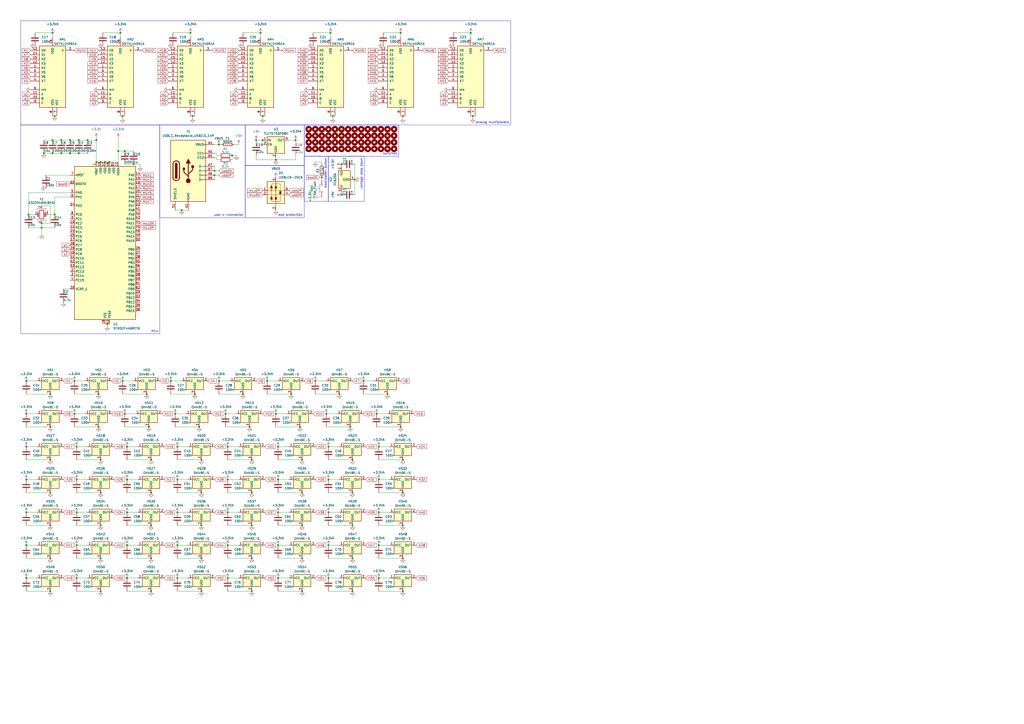
<source format=kicad_sch>
(kicad_sch (version 20250114) (generator "eeschema") (generator_version "9.0")
  (paper "A2")
  (lib_symbols
    (symbol "4xxx:4051" (pin_names (offset 1.016))
      (property "Reference" "U" (at -7.62 19.05 0))
      (property "Value" "4051" (at -7.62 -19.05 0))
      (symbol "4051_1_0"
        (pin passive line (at -12.7 15.24 0) (length 5.08) (name "X0") (number "13"))
        (pin passive line (at -12.7 12.7 0) (length 5.08) (name "X1") (number "14"))
        (pin passive line (at -12.7 10.16 0) (length 5.08) (name "X2") (number "15"))
        (pin passive line (at -12.7 7.62 0) (length 5.08) (name "X3") (number "12"))
        (pin passive line (at -12.7 5.08 0) (length 5.08) (name "X4") (number "1"))
        (pin passive line (at -12.7 2.54 0) (length 5.08) (name "X5") (number "5"))
        (pin passive line (at -12.7 0 0) (length 5.08) (name "X6") (number "2"))
        (pin passive line (at -12.7 -2.54 0) (length 5.08) (name "X7") (number "4"))
        (pin input line (at -12.7 -7.62 0) (length 5.08) (name "Inh") (number "6"))
        (pin input line (at -12.7 -10.16 0) (length 5.08) (name "A") (number "11"))
        (pin input line (at -12.7 -12.7 0) (length 5.08) (name "B") (number "10"))
        (pin input line (at -12.7 -15.24 0) (length 5.08) (name "C") (number "9"))
        (pin power_in line (at 0 22.86 270) (length 5.08) (name "VDD") (number "16"))
        (pin power_in line (at 0 -22.86 90) (length 5.08) (name "VSS") (number "8"))
        (pin power_in line (at 2.54 -22.86 90) (length 5.08) (name "VEE") (number "7"))
        (pin passive line (at 12.7 15.24 180) (length 5.08) (name "X") (number "3"))
      )
    )
    (symbol "Connector:USB_C_Receptacle_USB2.0_14P" (pin_names (offset 1.016))
      (property "Reference" "J" (at 0 22.225 0))
      (property "Value" "USB_C_Receptacle_USB2.0_14P" (at 0 19.685 0))
      (symbol "USB_C_Receptacle_USB2.0_14P_1_1"
        (pin passive line (at -7.62 -22.86 90) (length 5.08) (name "SHIELD") (number "S1"))
        (pin passive line (at 0 -22.86 90) (length 5.08) (name "GND") (number "A1"))
        (pin passive line (at 0 -22.86 90) (length 5.08) (hide yes) (name "GND") (number "A12"))
        (pin passive line (at 0 -22.86 90) (length 5.08) (hide yes) (name "GND") (number "B1"))
        (pin passive line (at 0 -22.86 90) (length 5.08) (hide yes) (name "GND") (number "B12"))
        (pin passive line (at 15.24 15.24 180) (length 5.08) (name "VBUS") (number "A4"))
        (pin passive line (at 15.24 15.24 180) (length 5.08) (hide yes) (name "VBUS") (number "A9"))
        (pin passive line (at 15.24 15.24 180) (length 5.08) (hide yes) (name "VBUS") (number "B4"))
        (pin passive line (at 15.24 15.24 180) (length 5.08) (hide yes) (name "VBUS") (number "B9"))
        (pin bidirectional line (at 15.24 10.16 180) (length 5.08) (name "CC1") (number "A5"))
        (pin bidirectional line (at 15.24 7.62 180) (length 5.08) (name "CC2") (number "B5"))
        (pin bidirectional line (at 15.24 2.54 180) (length 5.08) (name "D-") (number "A7"))
        (pin bidirectional line (at 15.24 0 180) (length 5.08) (name "D-") (number "B7"))
        (pin bidirectional line (at 15.24 -2.54 180) (length 5.08) (name "D+") (number "A6"))
        (pin bidirectional line (at 15.24 -5.08 180) (length 5.08) (name "D+") (number "B6"))
      )
    )
    (symbol "Device:C" (pin_numbers (hide yes)) (pin_names (offset 0.254))
      (property "Reference" "C" (at 0.635 2.54 0))
      (property "Value" "C" (at 0.635 -2.54 0))
      (symbol "C_1_1"
        (pin passive line (at 0 3.81 270) (length 2.794) (name "~") (number "1"))
        (pin passive line (at 0 -3.81 90) (length 2.794) (name "~") (number "2"))
      )
    )
    (symbol "Device:Crystal_GND24" (pin_names (offset 1.016) (hide yes))
      (property "Reference" "Y" (at 3.175 5.08 0))
      (property "Value" "Crystal_GND24" (at 3.175 3.175 0))
      (symbol "Crystal_GND24_1_1"
        (pin passive line (at -3.81 0 0) (length 1.27) (name "1") (number "1"))
        (pin passive line (at 0 5.08 270) (length 1.27) (name "2") (number "2"))
        (pin passive line (at 0 -5.08 90) (length 1.27) (name "4") (number "4"))
        (pin passive line (at 3.81 0 180) (length 1.27) (name "3") (number "3"))
      )
    )
    (symbol "Device:R" (pin_numbers (hide yes)) (pin_names (offset 0))
      (property "Reference" "R" (at 2.032 0 90))
      (property "Value" "R" (at 0 0 90))
      (symbol "R_1_1"
        (pin passive line (at 0 3.81 270) (length 1.27) (name "~") (number "1"))
        (pin passive line (at 0 -3.81 90) (length 1.27) (name "~") (number "2"))
      )
    )
    (symbol "HE60:OH49E-S" (pin_names (offset 0.254))
      (property "Reference" "U" (at -3.81 3.175 0))
      (property "Value" "OH49E-S" (at 0 3.175 0))
      (symbol "OH49E-S_1_1"
        (pin power_in line (at -7.62 0 0) (length 2.54) (name "VCC") (number "1"))
        (pin power_in line (at 0 -7.62 90) (length 2.54) (name "GND") (number "3"))
        (pin output line (at 7.62 0 180) (length 2.54) (name "OUT") (number "2"))
      )
    )
    (symbol "MCU_ST_STM32F4:STM32F446RETx"
      (property "Reference" "U" (at -17.78 46.99 0))
      (property "Value" "STM32F446RETx" (at 10.16 46.99 0))
      (symbol "STM32F446RETx_1_1"
        (pin input line (at -20.32 40.64 0) (length 2.54) (name "NRST") (number "7"))
        (pin input line (at -20.32 35.56 0) (length 2.54) (name "BOOT0") (number "60"))
        (pin bidirectional line (at -20.32 30.48 0) (length 2.54) (name "PH0") (number "5"))
        (pin bidirectional line (at -20.32 27.94 0) (length 2.54) (name "PH1") (number "6"))
        (pin bidirectional line (at -20.32 22.86 0) (length 2.54) (name "PD2") (number "54"))
        (pin bidirectional line (at -20.32 17.78 0) (length 2.54) (name "PC0") (number "8"))
        (pin bidirectional line (at -20.32 15.24 0) (length 2.54) (name "PC1") (number "9"))
        (pin bidirectional line (at -20.32 12.7 0) (length 2.54) (name "PC2") (number "10"))
        (pin bidirectional line (at -20.32 10.16 0) (length 2.54) (name "PC3") (number "11"))
        (pin bidirectional line (at -20.32 7.62 0) (length 2.54) (name "PC4") (number "24"))
        (pin bidirectional line (at -20.32 5.08 0) (length 2.54) (name "PC5") (number "25"))
        (pin bidirectional line (at -20.32 2.54 0) (length 2.54) (name "PC6") (number "37"))
        (pin bidirectional line (at -20.32 0 0) (length 2.54) (name "PC7") (number "38"))
        (pin bidirectional line (at -20.32 -2.54 0) (length 2.54) (name "PC8") (number "39"))
        (pin bidirectional line (at -20.32 -5.08 0) (length 2.54) (name "PC9") (number "40"))
        (pin bidirectional line (at -20.32 -7.62 0) (length 2.54) (name "PC10") (number "51"))
        (pin bidirectional line (at -20.32 -10.16 0) (length 2.54) (name "PC11") (number "52"))
        (pin bidirectional line (at -20.32 -12.7 0) (length 2.54) (name "PC12") (number "53"))
        (pin bidirectional line (at -20.32 -15.24 0) (length 2.54) (name "PC13") (number "2"))
        (pin bidirectional line (at -20.32 -17.78 0) (length 2.54) (name "PC14") (number "3"))
        (pin bidirectional line (at -20.32 -20.32 0) (length 2.54) (name "PC15") (number "4"))
        (pin power_out line (at -20.32 -25.4 0) (length 2.54) (name "VCAP_1") (number "30"))
        (pin power_in line (at -5.08 48.26 270) (length 2.54) (name "VBAT") (number "1"))
        (pin power_in line (at -2.54 48.26 270) (length 2.54) (name "VDD") (number "19"))
        (pin power_in line (at 0 48.26 270) (length 2.54) (name "VDD") (number "32"))
        (pin power_in line (at 0 -45.72 90) (length 2.54) (name "VSS") (number "18"))
        (pin passive line (at 0 -45.72 90) (length 2.54) (hide yes) (name "VSS") (number "31"))
        (pin passive line (at 0 -45.72 90) (length 2.54) (hide yes) (name "VSS") (number "47"))
        (pin passive line (at 0 -45.72 90) (length 2.54) (hide yes) (name "VSS") (number "63"))
        (pin power_in line (at 2.54 48.26 270) (length 2.54) (name "VDD") (number "48"))
        (pin power_in line (at 2.54 -45.72 90) (length 2.54) (name "VSSA") (number "12"))
        (pin power_in line (at 5.08 48.26 270) (length 2.54) (name "VDD") (number "64"))
        (pin power_in line (at 7.62 48.26 270) (length 2.54) (name "VDDA") (number "13"))
        (pin bidirectional line (at 20.32 40.64 180) (length 2.54) (name "PA0") (number "14"))
        (pin bidirectional line (at 20.32 38.1 180) (length 2.54) (name "PA1") (number "15"))
        (pin bidirectional line (at 20.32 35.56 180) (length 2.54) (name "PA2") (number "16"))
        (pin bidirectional line (at 20.32 33.02 180) (length 2.54) (name "PA3") (number "17"))
        (pin bidirectional line (at 20.32 30.48 180) (length 2.54) (name "PA4") (number "20"))
        (pin bidirectional line (at 20.32 27.94 180) (length 2.54) (name "PA5") (number "21"))
        (pin bidirectional line (at 20.32 25.4 180) (length 2.54) (name "PA6") (number "22"))
        (pin bidirectional line (at 20.32 22.86 180) (length 2.54) (name "PA7") (number "23"))
        (pin bidirectional line (at 20.32 20.32 180) (length 2.54) (name "PA8") (number "41"))
        (pin bidirectional line (at 20.32 17.78 180) (length 2.54) (name "PA9") (number "42"))
        (pin bidirectional line (at 20.32 15.24 180) (length 2.54) (name "PA10") (number "43"))
        (pin bidirectional line (at 20.32 12.7 180) (length 2.54) (name "PA11") (number "44"))
        (pin bidirectional line (at 20.32 10.16 180) (length 2.54) (name "PA12") (number "45"))
        (pin bidirectional line (at 20.32 7.62 180) (length 2.54) (name "PA13") (number "46"))
        (pin bidirectional line (at 20.32 5.08 180) (length 2.54) (name "PA14") (number "49"))
        (pin bidirectional line (at 20.32 2.54 180) (length 2.54) (name "PA15") (number "50"))
        (pin bidirectional line (at 20.32 -2.54 180) (length 2.54) (name "PB0") (number "26"))
        (pin bidirectional line (at 20.32 -5.08 180) (length 2.54) (name "PB1") (number "27"))
        (pin bidirectional line (at 20.32 -7.62 180) (length 2.54) (name "PB2") (number "28"))
        (pin bidirectional line (at 20.32 -10.16 180) (length 2.54) (name "PB3") (number "55"))
        (pin bidirectional line (at 20.32 -12.7 180) (length 2.54) (name "PB4") (number "56"))
        (pin bidirectional line (at 20.32 -15.24 180) (length 2.54) (name "PB5") (number "57"))
        (pin bidirectional line (at 20.32 -17.78 180) (length 2.54) (name "PB6") (number "58"))
        (pin bidirectional line (at 20.32 -20.32 180) (length 2.54) (name "PB7") (number "59"))
        (pin bidirectional line (at 20.32 -22.86 180) (length 2.54) (name "PB8") (number "61"))
        (pin bidirectional line (at 20.32 -25.4 180) (length 2.54) (name "PB9") (number "62"))
        (pin bidirectional line (at 20.32 -27.94 180) (length 2.54) (name "PB10") (number "29"))
        (pin bidirectional line (at 20.32 -30.48 180) (length 2.54) (name "PB12") (number "33"))
        (pin bidirectional line (at 20.32 -33.02 180) (length 2.54) (name "PB13") (number "34"))
        (pin bidirectional line (at 20.32 -35.56 180) (length 2.54) (name "PB14") (number "35"))
        (pin bidirectional line (at 20.32 -38.1 180) (length 2.54) (name "PB15") (number "36"))
      )
    )
    (symbol "Mechanical:MountingHole" (pin_names (offset 1.016)) (in_bom no)
      (property "Reference" "H" (at 0 5.08 0))
      (property "Value" "MountingHole" (at 0 3.175 0))
    )
    (symbol "PCM_Diode_TVS_AKL:USBLC6-2SC6" (pin_names (offset 1.016) (hide yes))
      (property "Reference" "D" (at 6.35 6.35 0))
      (property "Value" "USBLC6-2SC6" (at 6.35 3.81 0))
      (symbol "USBLC6-2SC6_1_1"
        (pin passive line (at -7.62 0 0) (length 2.54) (name "L1") (number "1"))
        (pin passive line (at -7.62 -2.54 0) (length 2.54) (name "L2") (number "3"))
        (pin passive line (at 0 7.62 270) (length 2.54) (name "VP") (number "5"))
        (pin passive line (at 0 -11.43 90) (length 2.54) (name "VN") (number "2"))
        (pin passive line (at 7.62 0 180) (length 2.54) (name "L1") (number "6"))
        (pin passive line (at 7.62 -2.54 180) (length 2.54) (name "L2") (number "4"))
      )
    )
    (symbol "Regulator_Linear:TLV75733PDBV" (pin_names (offset 0.254))
      (property "Reference" "U" (at -3.81 5.715 0))
      (property "Value" "TLV75733PDBV" (at 0 5.715 0))
      (symbol "TLV75733PDBV_1_1"
        (pin power_in line (at -7.62 2.54 0) (length 2.54) (name "IN") (number "1"))
        (pin input line (at -7.62 0 0) (length 2.54) (name "EN") (number "3"))
        (pin power_in line (at 0 -7.62 90) (length 2.54) (name "GND") (number "2"))
        (pin no_connect line (at 5.08 0 180) (length 2.54) (hide yes) (name "NC") (number "4"))
        (pin power_out line (at 7.62 2.54 180) (length 2.54) (name "OUT") (number "5"))
      )
    )
    (symbol "Regulator_Linear:XC6206PxxxMR" (pin_names (offset 0.254))
      (property "Reference" "U" (at -3.81 3.175 0))
      (property "Value" "XC6206PxxxMR" (at 0 3.175 0))
      (symbol "XC6206PxxxMR_1_1"
        (pin power_in line (at -7.62 0 0) (length 2.54) (name "VI") (number "3"))
        (pin power_in line (at 0 -7.62 90) (length 2.54) (name "GND") (number "1"))
        (pin power_out line (at 7.62 0 180) (length 2.54) (name "VO") (number "2"))
      )
    )
    (symbol "ScottoKeebs:Placeholder_Fuse" (pin_numbers (hide yes)) (pin_names (offset 0))
      (property "Reference" "F" (at 0 2.032 0))
      (property "Value" "Fuse" (at 0 -1.905 0))
      (symbol "Placeholder_Fuse_1_1"
        (pin passive line (at -3.81 0 0) (length 1.27) (name "~") (number "1"))
        (pin passive line (at 3.81 0 180) (length 1.27) (name "~") (number "2"))
      )
    )
    (symbol "Switch:SW_Push" (pin_numbers (hide yes)) (pin_names (offset 1.016) (hide yes))
      (property "Reference" "SW" (at 1.27 2.54 0))
      (property "Value" "SW_Push" (at 0 -1.524 0))
      (symbol "SW_Push_0_1"
        (pin passive line (at -5.08 0 0) (length 2.54) (name "1") (number "1"))
        (pin passive line (at 5.08 0 180) (length 2.54) (name "2") (number "2"))
      )
    )
    (symbol "power:+3.3V" (power) (pin_numbers (hide yes)) (pin_names (offset 0) (hide yes))
      (property "Value" "+3.3V" (at 0 3.556 0))
      (symbol "+3.3V_1_1"
        (pin power_in line (at 0 0 90) (length 0) (name "~") (number "1"))
      )
    )
    (symbol "power:+3.3VA" (power) (pin_numbers (hide yes)) (pin_names (offset 0) (hide yes))
      (property "Value" "+3.3VA" (at 0 3.556 0))
      (symbol "+3.3VA_1_1"
        (pin power_in line (at 0 0 90) (length 0) (name "~") (number "1"))
      )
    )
    (symbol "power:+5V" (power) (pin_numbers (hide yes)) (pin_names (offset 0) (hide yes))
      (property "Value" "+5V" (at 0 3.556 0))
      (symbol "+5V_1_1"
        (pin power_in line (at 0 0 90) (length 0) (name "~") (number "1"))
      )
    )
    (symbol "power:GND" (power) (pin_numbers (hide yes)) (pin_names (offset 0) (hide yes))
      (property "Value" "GND" (at 0 -3.81 0))
      (symbol "GND_1_1"
        (pin power_in line (at 0 0 270) (length 0) (name "~") (number "1"))
      )
    )
    (symbol "power:VBUS" (power) (pin_numbers (hide yes)) (pin_names (offset 0) (hide yes))
      (property "Value" "VBUS" (at 0 3.556 0))
      (symbol "VBUS_1_1"
        (pin power_in line (at 0 0 90) (length 0) (name "~") (number "1"))
      )
    )
  )
  (text_box "bootloader button" (at 176.53 90.625 90) (size 13.97 26.215) (margins 0.9525 0.9525 0.9525 0.9525) (effects (font (size 1.27 1.27)) (justify right bottom)))
  (text_box "switches" (at 176.57 72.5 0) (size 54.75 18.125) (margins 0.9525 0.9525 0.9525 0.9525) (effects (font (size 1.27 1.27)) (justify right bottom)))
  (text_box "analog multiplexers" (at 12 12 0) (size 284.25 60.5) (margins 0.9525 0.9525 0.9525 0.9525) (effects (font (size 1.27 1.27)) (justify right bottom)))
  (text_box "" (at 142.24 72.5 0) (size 34.29 23.512) (margins 0.9525 0.9525 0.9525 0.9525) (effects (font (size 1.27 1.27)) (justify left top)))
  (text_box "esd protection\n" (at 142.24 96.012 0) (size 34.29 30.238) (margins 0.9525 0.9525 0.9525 0.9525) (effects (font (size 1.27 1.27)) (justify right bottom)))
  (text_box "mcu\n" (at 12 72.5 0) (size 80.71 121.048) (margins 0.9525 0.9525 0.9525 0.9525) (effects (font (size 1.27 1.27)) (justify right bottom)))
  (text_box "voltage step down" (at 190.5 90.625 90) (size 20.84 26.215) (margins 0.9525 0.9525 0.9525 0.9525) (effects (font (size 1.27 1.27)) (justify right bottom)))
  (text_box "usb-c-connector\n" (at 92.71 72.5 0) (size 49.53 53.738) (margins 0.9525 0.9525 0.9525 0.9525) (effects (font (size 1.27 1.27)) (justify right bottom)))
  (junction (at 68.58 87.63))
  (junction (at 132.08 278.13))
  (junction (at 31.75 67.31))
  (junction (at 146.05 285.75))
  (junction (at 111.76 67.31))
  (junction (at 15.24 335.28))
  (junction (at 44.45 278.13))
  (junction (at 190.5 259.08))
  (junction (at 219.71 335.28))
  (junction (at 15.24 316.23))
  (junction (at 86.36 247.65))
  (junction (at 102.87 259.08))
  (junction (at 15.24 297.18))
  (junction (at 224.79 228.6))
  (junction (at 132.08 335.28))
  (junction (at 29.21 266.7))
  (junction (at 72.39 87.63))
  (junction (at 204.47 323.85))
  (junction (at 69.85 19.05))
  (junction (at 15.24 259.08))
  (junction (at 273.05 19.05))
  (junction (at 15.24 220.98))
  (junction (at 233.68 67.31))
  (junction (at 274.32 67.31))
  (junction (at 87.63 266.7))
  (junction (at 146.05 342.9))
  (junction (at 73.66 316.23))
  (junction (at 30.48 88.9))
  (junction (at 233.68 323.85))
  (junction (at 144.78 247.65))
  (junction (at 24.13 129.54))
  (junction (at 124.46 99.06))
  (junction (at 58.42 266.7))
  (junction (at 29.21 323.85))
  (junction (at 43.18 220.98))
  (junction (at 85.09 228.6))
  (junction (at 30.48 19.05))
  (junction (at 102.87 297.18))
  (junction (at 29.21 342.9))
  (junction (at 233.68 266.7))
  (junction (at 62.23 187.96))
  (junction (at 190.5 316.23))
  (junction (at 40.64 81.28))
  (junction (at 29.21 304.8))
  (junction (at 73.66 297.18))
  (junction (at 161.29 335.28))
  (junction (at 146.05 304.8))
  (junction (at 132.08 259.08))
  (junction (at 175.26 342.9))
  (junction (at 189.23 240.03))
  (junction (at 73.66 335.28))
  (junction (at 171.45 81.28))
  (junction (at 210.82 220.98))
  (junction (at 58.42 93.98))
  (junction (at 204.47 266.7))
  (junction (at 219.71 316.23))
  (junction (at 102.87 335.28))
  (junction (at 58.42 342.9))
  (junction (at 134.62 90.17))
  (junction (at 219.71 297.18))
  (junction (at 190.5 297.18))
  (junction (at 232.41 19.05))
  (junction (at 175.26 304.8))
  (junction (at 31.75 124.46))
  (junction (at 233.68 342.9))
  (junction (at 102.87 278.13))
  (junction (at 110.49 19.05))
  (junction (at 146.05 266.7))
  (junction (at 58.42 323.85))
  (junction (at 15.24 278.13))
  (junction (at 204.47 285.75))
  (junction (at 198.12 95.25))
  (junction (at 101.6 240.03))
  (junction (at 204.47 342.9))
  (junction (at 161.29 297.18))
  (junction (at 175.26 323.85))
  (junction (at 116.84 323.85))
  (junction (at 173.99 247.65))
  (junction (at 196.85 228.6))
  (junction (at 191.77 19.05))
  (junction (at 127 83.82))
  (junction (at 71.12 67.31))
  (junction (at 233.68 304.8))
  (junction (at 190.5 278.13))
  (junction (at 232.41 247.65))
  (junction (at 87.63 323.85))
  (junction (at 44.45 316.23))
  (junction (at 160.02 92.71))
  (junction (at 55.88 93.98))
  (junction (at 161.29 316.23))
  (junction (at 87.63 342.9))
  (junction (at 45.72 81.28))
  (junction (at 40.64 88.9))
  (junction (at 127 220.98))
  (junction (at 175.26 285.75))
  (junction (at 58.42 285.75))
  (junction (at 146.05 323.85))
  (junction (at 50.8 81.28))
  (junction (at 115.57 247.65))
  (junction (at 205.74 104.14))
  (junction (at 132.08 316.23))
  (junction (at 148.59 81.28))
  (junction (at 87.63 304.8))
  (junction (at 124.46 101.6))
  (junction (at 218.44 240.03))
  (junction (at 182.88 220.98))
  (junction (at 45.72 88.9))
  (junction (at 29.21 285.75))
  (junction (at 71.12 220.98))
  (junction (at 73.66 259.08))
  (junction (at 87.63 285.75))
  (junction (at 140.97 228.6))
  (junction (at 44.45 297.18))
  (junction (at 44.45 335.28))
  (junction (at 161.29 259.08))
  (junction (at 57.15 228.6))
  (junction (at 57.15 247.65))
  (junction (at 73.66 278.13))
  (junction (at 116.84 304.8))
  (junction (at 154.94 220.98))
  (junction (at 72.39 240.03))
  (junction (at 25.4 88.9))
  (junction (at 204.47 304.8))
  (junction (at 24.13 132.08))
  (junction (at 175.26 266.7))
  (junction (at 151.13 19.05))
  (junction (at 43.18 240.03))
  (junction (at 35.56 88.9))
  (junction (at 15.24 240.03))
  (junction (at 29.21 247.65))
  (junction (at 219.71 259.08))
  (junction (at 30.48 81.28))
  (junction (at 113.03 228.6))
  (junction (at 63.5 93.98))
  (junction (at 160.02 240.03))
  (junction (at 35.56 81.28))
  (junction (at 116.84 285.75))
  (junction (at 130.81 240.03))
  (junction (at 219.71 278.13))
  (junction (at 198.12 113.03))
  (junction (at 16.51 124.46))
  (junction (at 193.04 67.31))
  (junction (at 168.91 228.6))
  (junction (at 190.5 335.28))
  (junction (at 44.45 259.08))
  (junction (at 105.41 121.92))
  (junction (at 116.84 342.9))
  (junction (at 29.21 228.6))
  (junction (at 186.69 102.87))
  (junction (at 58.42 304.8))
  (junction (at 55.88 81.28))
  (junction (at 233.68 285.75))
  (junction (at 152.4 81.28))
  (junction (at 152.4 67.31))
  (junction (at 102.87 316.23))
  (junction (at 116.84 266.7))
  (junction (at 203.2 247.65))
  (junction (at 77.47 95.25))
  (junction (at 132.08 297.18))
  (junction (at 60.96 93.98))
  (junction (at 99.06 220.98))
  (junction (at 161.29 278.13))
  (wire (pts (xy 102.87 342.9) (xy 116.84 342.9)))
  (wire (pts (xy 219.71 335.28) (xy 226.06 335.28)))
  (wire (pts (xy 232.41 21.59) (xy 232.41 19.05)))
  (wire (pts (xy 148.59 81.28) (xy 148.59 82.55)))
  (wire (pts (xy 190.5 266.7) (xy 204.47 266.7)))
  (wire (pts (xy 60.96 93.98) (xy 63.5 93.98)))
  (wire (pts (xy 44.45 266.7) (xy 58.42 266.7)))
  (wire (pts (xy 124.46 101.6) (xy 127 101.6)))
  (wire (pts (xy 59.69 19.05) (xy 69.85 19.05)))
  (wire (pts (xy 31.75 67.31) (xy 33.02 67.31)))
  (wire (pts (xy 125.73 90.17) (xy 127 90.17)))
  (wire (pts (xy 127 228.6) (xy 140.97 228.6)))
  (wire (pts (xy 35.56 88.9) (xy 40.64 88.9)))
  (wire (pts (xy 71.12 228.6) (xy 85.09 228.6)))
  (wire (pts (xy 40.64 111.76) (xy 16.51 111.76)))
  (wire (pts (xy 63.5 93.98) (xy 66.04 93.98)))
  (wire (pts (xy 148.59 92.71) (xy 148.59 90.17)))
  (wire (pts (xy 72.39 87.63) (xy 77.47 87.63)))
  (wire (pts (xy 191.77 21.59) (xy 191.77 19.05)))
  (wire (pts (xy 198.12 95.25) (xy 198.12 96.52)))
  (wire (pts (xy 161.29 259.08) (xy 167.64 259.08)))
  (wire (pts (xy 205.74 113.03) (xy 205.74 104.14)))
  (wire (pts (xy 73.66 278.13) (xy 80.01 278.13)))
  (wire (pts (xy 160.02 92.71) (xy 160.02 91.44)))
  (wire (pts (xy 99.06 220.98) (xy 105.41 220.98)))
  (wire (pts (xy 15.24 259.08) (xy 21.59 259.08)))
  (wire (pts (xy 15.24 278.13) (xy 21.59 278.13)))
  (wire (pts (xy 44.45 304.8) (xy 58.42 304.8)))
  (wire (pts (xy 44.45 342.9) (xy 58.42 342.9)))
  (wire (pts (xy 152.4 68.58) (xy 152.4 67.31)))
  (wire (pts (xy 68.58 87.63) (xy 72.39 87.63)))
  (wire (pts (xy 190.5 304.8) (xy 204.47 304.8)))
  (wire (pts (xy 161.29 323.85) (xy 175.26 323.85)))
  (wire (pts (xy 127 220.98) (xy 133.35 220.98)))
  (wire (pts (xy 218.44 247.65) (xy 232.41 247.65)))
  (wire (pts (xy 102.87 278.13) (xy 109.22 278.13)))
  (wire (pts (xy 73.66 316.23) (xy 80.01 316.23)))
  (wire (pts (xy 101.6 121.92) (xy 105.41 121.92)))
  (wire (pts (xy 25.4 88.9) (xy 30.48 88.9)))
  (wire (pts (xy 102.87 335.28) (xy 109.22 335.28)))
  (wire (pts (xy 73.66 259.08) (xy 80.01 259.08)))
  (wire (pts (xy 26.67 101.6) (xy 40.64 101.6)))
  (wire (pts (xy 44.45 259.08) (xy 50.8 259.08)))
  (wire (pts (xy 233.68 68.58) (xy 233.68 67.31)))
  (wire (pts (xy 186.69 102.87) (xy 186.69 104.14)))
  (wire (pts (xy 151.13 21.59) (xy 151.13 19.05)))
  (wire (pts (xy 125.73 92.71) (xy 125.73 91.44)))
  (wire (pts (xy 134.62 90.17) (xy 134.62 92.71)))
  (wire (pts (xy 102.87 259.08) (xy 109.22 259.08)))
  (wire (pts (xy 190.5 316.23) (xy 196.85 316.23)))
  (wire (pts (xy 55.88 80.01) (xy 55.88 81.28)))
  (wire (pts (xy 124.46 99.06) (xy 127 99.06)))
  (wire (pts (xy 58.42 93.98) (xy 60.96 93.98)))
  (wire (pts (xy 222.25 19.05) (xy 232.41 19.05)))
  (wire (pts (xy 219.71 266.7) (xy 233.68 266.7)))
  (wire (pts (xy 24.13 132.08) (xy 31.75 132.08)))
  (wire (pts (xy 71.12 67.31) (xy 69.85 67.31)))
  (wire (pts (xy 15.24 297.18) (xy 21.59 297.18)))
  (wire (pts (xy 160.02 240.03) (xy 166.37 240.03)))
  (wire (pts (xy 15.24 316.23) (xy 21.59 316.23)))
  (wire (pts (xy 16.51 111.76) (xy 16.51 124.46)))
  (wire (pts (xy 20.32 19.05) (xy 30.48 19.05)))
  (wire (pts (xy 43.18 228.6) (xy 57.15 228.6)))
  (wire (pts (xy 24.13 129.54) (xy 24.13 132.08)))
  (wire (pts (xy 152.4 67.31) (xy 153.67 67.31)))
  (wire (pts (xy 154.94 228.6) (xy 168.91 228.6)))
  (wire (pts (xy 219.71 297.18) (xy 226.06 297.18)))
  (wire (pts (xy 130.81 240.03) (xy 137.16 240.03)))
  (wire (pts (xy 125.73 91.44) (xy 124.46 91.44)))
  (wire (pts (xy 127 83.82) (xy 128.27 83.82)))
  (wire (pts (xy 25.4 81.28) (xy 30.48 81.28)))
  (wire (pts (xy 45.72 88.9) (xy 50.8 88.9)))
  (wire (pts (xy 161.29 278.13) (xy 167.64 278.13)))
  (wire (pts (xy 125.73 92.71) (xy 127 92.71)))
  (wire (pts (xy 171.45 90.17) (xy 171.45 92.71)))
  (wire (pts (xy 35.56 81.28) (xy 40.64 81.28)))
  (wire (pts (xy 219.71 316.23) (xy 226.06 316.23)))
  (wire (pts (xy 30.48 67.31) (xy 31.75 67.31)))
  (wire (pts (xy 171.45 92.71) (xy 160.02 92.71)))
  (wire (pts (xy 161.29 266.7) (xy 175.26 266.7)))
  (wire (pts (xy 73.66 297.18) (xy 80.01 297.18)))
  (wire (pts (xy 73.66 335.28) (xy 80.01 335.28)))
  (wire (pts (xy 125.73 88.9) (xy 124.46 88.9)))
  (wire (pts (xy 182.88 220.98) (xy 189.23 220.98)))
  (wire (pts (xy 73.66 304.8) (xy 87.63 304.8)))
  (wire (pts (xy 71.12 220.98) (xy 77.47 220.98)))
  (wire (pts (xy 43.18 247.65) (xy 57.15 247.65)))
  (wire (pts (xy 68.58 93.98) (xy 68.58 87.63)))
  (wire (pts (xy 132.08 266.7) (xy 146.05 266.7)))
  (wire (pts (xy 161.29 304.8) (xy 175.26 304.8)))
  (wire (pts (xy 111.76 67.31) (xy 110.49 67.31)))
  (wire (pts (xy 44.45 285.75) (xy 58.42 285.75)))
  (wire (pts (xy 62.23 187.96) (xy 63.5 187.96)))
  (wire (pts (xy 102.87 323.85) (xy 116.84 323.85)))
  (wire (pts (xy 186.69 114.3) (xy 184.15 114.3)))
  (wire (pts (xy 233.68 67.31) (xy 232.41 67.31)))
  (wire (pts (xy 193.04 68.58) (xy 193.04 67.31)))
  (wire (pts (xy 68.58 80.01) (xy 68.58 87.63)))
  (wire (pts (xy 101.6 247.65) (xy 115.57 247.65)))
  (wire (pts (xy 219.71 259.08) (xy 226.06 259.08)))
  (wire (pts (xy 132.08 304.8) (xy 146.05 304.8)))
  (wire (pts (xy 193.04 67.31) (xy 194.31 67.31)))
  (wire (pts (xy 44.45 335.28) (xy 50.8 335.28)))
  (wire (pts (xy 124.46 83.82) (xy 127 83.82)))
  (wire (pts (xy 140.97 19.05) (xy 151.13 19.05)))
  (wire (pts (xy 102.87 297.18) (xy 109.22 297.18)))
  (wire (pts (xy 50.8 81.28) (xy 55.88 81.28)))
  (wire (pts (xy 219.71 304.8) (xy 233.68 304.8)))
  (wire (pts (xy 132.08 335.28) (xy 138.43 335.28)))
  (wire (pts (xy 55.88 81.28) (xy 55.88 93.98)))
  (wire (pts (xy 15.24 220.98) (xy 21.59 220.98)))
  (wire (pts (xy 73.66 342.9) (xy 87.63 342.9)))
  (wire (pts (xy 134.62 90.17) (xy 137.16 90.17)))
  (wire (pts (xy 24.13 119.38) (xy 29.21 119.38)))
  (wire (pts (xy 190.5 259.08) (xy 196.85 259.08)))
  (wire (pts (xy 190.5 297.18) (xy 196.85 297.18)))
  (wire (pts (xy 182.88 228.6) (xy 196.85 228.6)))
  (wire (pts (xy 44.45 323.85) (xy 58.42 323.85)))
  (wire (pts (xy 102.87 304.8) (xy 116.84 304.8)))
  (wire (pts (xy 274.32 67.31) (xy 273.05 67.31)))
  (wire (pts (xy 233.68 67.31) (xy 234.95 67.31)))
  (wire (pts (xy 152.4 81.28) (xy 152.4 83.82)))
  (wire (pts (xy 62.23 187.96) (xy 62.23 189.23)))
  (wire (pts (xy 43.18 240.03) (xy 49.53 240.03)))
  (wire (pts (xy 72.39 247.65) (xy 86.36 247.65)))
  (wire (pts (xy 190.5 335.28) (xy 196.85 335.28)))
  (wire (pts (xy 77.47 95.25) (xy 81.28 95.25)))
  (wire (pts (xy 132.08 342.9) (xy 146.05 342.9)))
  (wire (pts (xy 124.46 101.6) (xy 124.46 104.14)))
  (wire (pts (xy 132.08 316.23) (xy 138.43 316.23)))
  (wire (pts (xy 69.85 21.59) (xy 69.85 19.05)))
  (wire (pts (xy 262.89 19.05) (xy 273.05 19.05)))
  (wire (pts (xy 73.66 323.85) (xy 87.63 323.85)))
  (wire (pts (xy 81.28 95.25) (xy 81.28 96.52)))
  (wire (pts (xy 15.24 342.9) (xy 29.21 342.9)))
  (wire (pts (xy 273.05 21.59) (xy 273.05 19.05)))
  (wire (pts (xy 210.82 228.6) (xy 224.79 228.6)))
  (wire (pts (xy 190.5 278.13) (xy 196.85 278.13)))
  (wire (pts (xy 154.94 220.98) (xy 161.29 220.98)))
  (wire (pts (xy 45.72 81.28) (xy 50.8 81.28)))
  (wire (pts (xy 161.29 335.28) (xy 167.64 335.28)))
  (wire (pts (xy 132.08 259.08) (xy 138.43 259.08)))
  (wire (pts (xy 132.08 323.85) (xy 146.05 323.85)))
  (wire (pts (xy 36.83 167.64) (xy 40.64 167.64)))
  (wire (pts (xy 218.44 240.03) (xy 224.79 240.03)))
  (wire (pts (xy 43.18 220.98) (xy 49.53 220.98)))
  (wire (pts (xy 125.73 90.17) (xy 125.73 88.9)))
  (wire (pts (xy 15.24 266.7) (xy 29.21 266.7)))
  (wire (pts (xy 193.04 67.31) (xy 191.77 67.31)))
  (wire (pts (xy 29.21 129.54) (xy 24.13 129.54)))
  (wire (pts (xy 16.51 124.46) (xy 20.32 124.46)))
  (wire (pts (xy 186.69 93.98) (xy 186.69 95.25)))
  (wire (pts (xy 219.71 342.9) (xy 233.68 342.9)))
  (wire (pts (xy 24.13 135.89) (xy 24.13 132.08)))
  (wire (pts (xy 148.59 81.28) (xy 152.4 81.28)))
  (wire (pts (xy 205.74 104.14) (xy 205.74 95.25)))
  (wire (pts (xy 60.96 187.96) (xy 62.23 187.96)))
  (wire (pts (xy 161.29 297.18) (xy 167.64 297.18)))
  (wire (pts (xy 274.32 68.58) (xy 274.32 67.31)))
  (wire (pts (xy 44.45 278.13) (xy 50.8 278.13)))
  (wire (pts (xy 31.75 114.3) (xy 31.75 124.46)))
  (wire (pts (xy 189.23 247.65) (xy 203.2 247.65)))
  (wire (pts (xy 189.23 240.03) (xy 195.58 240.03)))
  (wire (pts (xy 105.41 121.92) (xy 109.22 121.92)))
  (wire (pts (xy 16.51 132.08) (xy 24.13 132.08)))
  (wire (pts (xy 15.24 285.75) (xy 29.21 285.75)))
  (wire (pts (xy 102.87 316.23) (xy 109.22 316.23)))
  (wire (pts (xy 44.45 297.18) (xy 50.8 297.18)))
  (wire (pts (xy 73.66 285.75) (xy 87.63 285.75)))
  (wire (pts (xy 167.64 81.28) (xy 171.45 81.28)))
  (wire (pts (xy 132.08 278.13) (xy 138.43 278.13)))
  (wire (pts (xy 30.48 81.28) (xy 35.56 81.28)))
  (wire (pts (xy 198.12 113.03) (xy 198.12 111.76)))
  (wire (pts (xy 132.08 297.18) (xy 138.43 297.18)))
  (wire (pts (xy 100.33 19.05) (xy 110.49 19.05)))
  (wire (pts (xy 219.71 323.85) (xy 233.68 323.85)))
  (wire (pts (xy 182.88 93.98) (xy 186.69 93.98)))
  (wire (pts (xy 29.21 119.38) (xy 29.21 129.54)))
  (wire (pts (xy 30.48 19.05) (xy 30.48 21.59)))
  (wire (pts (xy 72.39 95.25) (xy 77.47 95.25)))
  (wire (pts (xy 160.02 92.71) (xy 148.59 92.71)))
  (wire (pts (xy 44.45 316.23) (xy 50.8 316.23)))
  (wire (pts (xy 160.02 247.65) (xy 173.99 247.65)))
  (wire (pts (xy 190.5 323.85) (xy 204.47 323.85)))
  (wire (pts (xy 72.39 240.03) (xy 78.74 240.03)))
  (wire (pts (xy 190.5 342.9) (xy 204.47 342.9)))
  (wire (pts (xy 135.89 83.82) (xy 138.43 83.82)))
  (wire (pts (xy 40.64 81.28) (xy 45.72 81.28)))
  (wire (pts (xy 15.24 247.65) (xy 29.21 247.65)))
  (wire (pts (xy 219.71 278.13) (xy 226.06 278.13)))
  (wire (pts (xy 185.42 102.87) (xy 186.69 102.87)))
  (wire (pts (xy 102.87 266.7) (xy 116.84 266.7)))
  (wire (pts (xy 219.71 285.75) (xy 233.68 285.75)))
  (wire (pts (xy 15.24 323.85) (xy 29.21 323.85)))
  (wire (pts (xy 15.24 304.8) (xy 29.21 304.8)))
  (wire (pts (xy 124.46 96.52) (xy 124.46 99.06)))
  (wire (pts (xy 181.61 19.05) (xy 191.77 19.05)))
  (wire (pts (xy 111.76 68.58) (xy 111.76 67.31)))
  (wire (pts (xy 274.32 67.31) (xy 275.59 67.31)))
  (wire (pts (xy 30.48 88.9) (xy 35.56 88.9)))
  (wire (pts (xy 210.82 220.98) (xy 217.17 220.98)))
  (wire (pts (xy 110.49 21.59) (xy 110.49 19.05)))
  (wire (pts (xy 99.06 228.6) (xy 113.03 228.6)))
  (wire (pts (xy 15.24 240.03) (xy 21.59 240.03)))
  (wire (pts (xy 152.4 67.31) (xy 151.13 67.31)))
  (wire (pts (xy 27.94 124.46) (xy 31.75 124.46)))
  (wire (pts (xy 71.12 67.31) (xy 72.39 67.31)))
  (wire (pts (xy 73.66 266.7) (xy 87.63 266.7)))
  (wire (pts (xy 31.75 114.3) (xy 40.64 114.3)))
  (wire (pts (xy 161.29 316.23) (xy 167.64 316.23)))
  (wire (pts (xy 55.88 93.98) (xy 58.42 93.98)))
  (wire (pts (xy 171.45 81.28) (xy 171.45 82.55)))
  (wire (pts (xy 101.6 240.03) (xy 107.95 240.03)))
  (wire (pts (xy 40.64 88.9) (xy 45.72 88.9)))
  (wire (pts (xy 190.5 285.75) (xy 204.47 285.75)))
  (wire (pts (xy 161.29 342.9) (xy 175.26 342.9)))
  (wire (pts (xy 15.24 335.28) (xy 21.59 335.28)))
  (wire (pts (xy 102.87 285.75) (xy 116.84 285.75)))
  (wire (pts (xy 15.24 228.6) (xy 29.21 228.6)))
  (wire (pts (xy 161.29 285.75) (xy 175.26 285.75)))
  (wire (pts (xy 130.81 247.65) (xy 144.78 247.65)))
  (wire (pts (xy 71.12 68.58) (xy 71.12 67.31)))
  (wire (pts (xy 132.08 285.75) (xy 146.05 285.75)))
  (wire (pts (xy 111.76 67.31) (xy 113.03 67.31)))
  (global_label "H2" (shape input) (at 17.78 36.83 180) (property "Intersheetrefs" "${INTERSHEET_REFS}" (effects (hide yes))))
  (global_label "H45" (shape input) (at 219.71 46.99 180) (property "Intersheetrefs" "${INTERSHEET_REFS}" (effects (hide yes))))
  (global_label "s2" (shape input) (at 57.15 57.15 180) (property "Intersheetrefs" "${INTERSHEET_REFS}" (effects (hide yes))))
  (global_label "H41" (shape input) (at 219.71 44.45 180) (property "Intersheetrefs" "${INTERSHEET_REFS}" (effects (hide yes))))
  (global_label "H3" (shape input) (at 92.71 220.98 0) (property "Intersheetrefs" "${INTERSHEET_REFS}" (effects (hide yes))))
  (global_label "H13" (shape input) (at 152.4 240.03 0) (property "Intersheetrefs" "${INTERSHEET_REFS}" (effects (hide yes))))
  (global_label "s3" (shape input) (at 17.78 59.69 180) (property "Intersheetrefs" "${INTERSHEET_REFS}" (effects (hide yes))))
  (global_label "mcuDN" (shape input) (at 152.4 113.03 180) (property "Intersheetrefs" "${INTERSHEET_REFS}" (effects (hide yes))))
  (global_label "H12" (shape input) (at 123.19 240.03 0) (property "Intersheetrefs" "${INTERSHEET_REFS}" (effects (hide yes))))
  (global_label "H52" (shape input) (at 124.46 335.28 0) (property "Intersheetrefs" "${INTERSHEET_REFS}" (effects (hide yes))))
  (global_label "s3" (shape input) (at 97.79 59.69 180) (property "Intersheetrefs" "${INTERSHEET_REFS}" (effects (hide yes))))
  (global_label "H30" (shape input) (at 138.43 41.91 180) (property "Intersheetrefs" "${INTERSHEET_REFS}" (effects (hide yes))))
  (global_label "H33" (shape input) (at 179.07 44.45 180) (property "Intersheetrefs" "${INTERSHEET_REFS}" (effects (hide yes))))
  (global_label "H51" (shape input) (at 260.35 31.75 180) (property "Intersheetrefs" "${INTERSHEET_REFS}" (effects (hide yes))))
  (global_label "H32" (shape input) (at 241.3 278.13 0) (property "Intersheetrefs" "${INTERSHEET_REFS}" (effects (hide yes))))
  (global_label "H19" (shape input) (at 97.79 44.45 180) (property "Intersheetrefs" "${INTERSHEET_REFS}" (effects (hide yes))))
  (global_label "MUX6" (shape input) (at 81.28 114.3 0) (property "Intersheetrefs" "${INTERSHEET_REFS}" (effects (hide yes))))
  (global_label "H16" (shape input) (at 57.15 46.99 180) (property "Intersheetrefs" "${INTERSHEET_REFS}" (effects (hide yes))))
  (global_label "H22" (shape input) (at 97.79 36.83 180) (property "Intersheetrefs" "${INTERSHEET_REFS}" (effects (hide yes))))
  (global_label "H16" (shape input) (at 240.03 240.03 0) (property "Intersheetrefs" "${INTERSHEET_REFS}" (effects (hide yes))))
  (global_label "H17" (shape input) (at 97.79 34.29 180) (property "Intersheetrefs" "${INTERSHEET_REFS}" (effects (hide yes))))
  (global_label "H6" (shape input) (at 176.53 220.98 0) (property "Intersheetrefs" "${INTERSHEET_REFS}" (effects (hide yes))))
  (global_label "s1" (shape input) (at 40.64 142.24 180) (property "Intersheetrefs" "${INTERSHEET_REFS}" (effects (hide yes))))
  (global_label "H39" (shape input) (at 179.07 36.83 180) (property "Intersheetrefs" "${INTERSHEET_REFS}" (effects (hide yes))))
  (global_label "H4" (shape input) (at 120.65 220.98 0) (property "Intersheetrefs" "${INTERSHEET_REFS}" (effects (hide yes))))
  (global_label "MUX2" (shape input) (at 81.28 104.14 0) (property "Intersheetrefs" "${INTERSHEET_REFS}" (effects (hide yes))))
  (global_label "H48" (shape input) (at 219.71 29.21 180) (property "Intersheetrefs" "${INTERSHEET_REFS}" (effects (hide yes))))
  (global_label "H39" (shape input) (at 212.09 297.18 0) (property "Intersheetrefs" "${INTERSHEET_REFS}" (effects (hide yes))))
  (global_label "H24" (shape input) (at 241.3 259.08 0) (property "Intersheetrefs" "${INTERSHEET_REFS}" (effects (hide yes))))
  (global_label "H37" (shape input) (at 179.07 46.99 180) (property "Intersheetrefs" "${INTERSHEET_REFS}" (effects (hide yes))))
  (global_label "H36" (shape input) (at 124.46 297.18 0) (property "Intersheetrefs" "${INTERSHEET_REFS}" (effects (hide yes))))
  (global_label "H41" (shape input) (at 36.83 316.23 0) (property "Intersheetrefs" "${INTERSHEET_REFS}" (effects (hide yes))))
  (global_label "H56" (shape input) (at 260.35 29.21 180) (property "Intersheetrefs" "${INTERSHEET_REFS}" (effects (hide yes))))
  (global_label "H34" (shape input) (at 66.04 297.18 0) (property "Intersheetrefs" "${INTERSHEET_REFS}" (effects (hide yes))))
  (global_label "H1" (shape input) (at 36.83 220.98 0) (property "Intersheetrefs" "${INTERSHEET_REFS}" (effects (hide yes))))
  (global_label "H47" (shape input) (at 212.09 316.23 0) (property "Intersheetrefs" "${INTERSHEET_REFS}" (effects (hide yes))))
  (global_label "H45" (shape input) (at 153.67 316.23 0) (property "Intersheetrefs" "${INTERSHEET_REFS}" (effects (hide yes))))
  (global_label "H34" (shape input) (at 179.07 39.37 180) (property "Intersheetrefs" "${INTERSHEET_REFS}" (effects (hide yes))))
  (global_label "H55" (shape input) (at 260.35 36.83 180) (property "Intersheetrefs" "${INTERSHEET_REFS}" (effects (hide yes))))
  (global_label "H11" (shape input) (at 93.98 240.03 0) (property "Intersheetrefs" "${INTERSHEET_REFS}" (effects (hide yes))))
  (global_label "H44" (shape input) (at 219.71 31.75 180) (property "Intersheetrefs" "${INTERSHEET_REFS}" (effects (hide yes))))
  (global_label "H27" (shape input) (at 138.43 31.75 180) (property "Intersheetrefs" "${INTERSHEET_REFS}" (effects (hide yes))))
  (global_label "H38" (shape input) (at 179.07 41.91 180) (property "Intersheetrefs" "${INTERSHEET_REFS}" (effects (hide yes))))
  (global_label "H47" (shape input) (at 219.71 36.83 180) (property "Intersheetrefs" "${INTERSHEET_REFS}" (effects (hide yes))))
  (global_label "s3" (shape input) (at 40.64 147.32 180) (property "Intersheetrefs" "${INTERSHEET_REFS}" (effects (hide yes))))
  (global_label "H26" (shape input) (at 66.04 278.13 0) (property "Intersheetrefs" "${INTERSHEET_REFS}" (effects (hide yes))))
  (global_label "H21" (shape input) (at 97.79 31.75 180) (property "Intersheetrefs" "${INTERSHEET_REFS}" (effects (hide yes))))
  (global_label "H43" (shape input) (at 219.71 34.29 180) (property "Intersheetrefs" "${INTERSHEET_REFS}" (effects (hide yes))))
  (global_label "s2" (shape input) (at 179.07 57.15 180) (property "Intersheetrefs" "${INTERSHEET_REFS}" (effects (hide yes))))
  (global_label "H13" (shape input) (at 57.15 36.83 180) (property "Intersheetrefs" "${INTERSHEET_REFS}" (effects (hide yes))))
  (global_label "H8" (shape input) (at 232.41 220.98 0) (property "Intersheetrefs" "${INTERSHEET_REFS}" (effects (hide yes))))
  (global_label "H3" (shape input) (at 17.78 41.91 180) (property "Intersheetrefs" "${INTERSHEET_REFS}" (effects (hide yes))))
  (global_label "H27" (shape input) (at 95.25 278.13 0) (property "Intersheetrefs" "${INTERSHEET_REFS}" (effects (hide yes))))
  (global_label "s2" (shape input) (at 138.43 57.15 180) (property "Intersheetrefs" "${INTERSHEET_REFS}" (effects (hide yes))))
  (global_label "s3" (shape input) (at 138.43 59.69 180) (property "Intersheetrefs" "${INTERSHEET_REFS}" (effects (hide yes))))
  (global_label "H4" (shape input) (at 17.78 46.99 180) (property "Intersheetrefs" "${INTERSHEET_REFS}" (effects (hide yes))))
  (global_label "MUX4" (shape input) (at 81.28 109.22 0) (property "Intersheetrefs" "${INTERSHEET_REFS}" (effects (hide yes))))
  (global_label "H50" (shape input) (at 260.35 34.29 180) (property "Intersheetrefs" "${INTERSHEET_REFS}" (effects (hide yes))))
  (global_label "MUX3" (shape input) (at 81.28 106.68 0) (property "Intersheetrefs" "${INTERSHEET_REFS}" (effects (hide yes))))
  (global_label "H19" (shape input) (at 95.25 259.08 0) (property "Intersheetrefs" "${INTERSHEET_REFS}" (effects (hide yes))))
  (global_label "H14" (shape input) (at 57.15 29.21 180) (property "Intersheetrefs" "${INTERSHEET_REFS}" (effects (hide yes))))
  (global_label "H52" (shape input) (at 260.35 44.45 180) (property "Intersheetrefs" "${INTERSHEET_REFS}" (effects (hide yes))))
  (global_label "H56" (shape input) (at 241.3 335.28 0) (property "Intersheetrefs" "${INTERSHEET_REFS}" (effects (hide yes))))
  (global_label "s2" (shape input) (at 17.78 57.15 180) (property "Intersheetrefs" "${INTERSHEET_REFS}" (effects (hide yes))))
  (global_label "H32" (shape input) (at 138.43 29.21 180) (property "Intersheetrefs" "${INTERSHEET_REFS}" (effects (hide yes))))
  (global_label "H23" (shape input) (at 212.09 259.08 0) (property "Intersheetrefs" "${INTERSHEET_REFS}" (effects (hide yes))))
  (global_label "H38" (shape input) (at 182.88 297.18 0) (property "Intersheetrefs" "${INTERSHEET_REFS}" (effects (hide yes))))
  (global_label "MUX5" (shape input) (at 204.47 29.21 0) (property "Intersheetrefs" "${INTERSHEET_REFS}" (effects (hide yes))))
  (global_label "H46" (shape input) (at 182.88 316.23 0) (property "Intersheetrefs" "${INTERSHEET_REFS}" (effects (hide yes))))
  (global_label "H18" (shape input) (at 66.04 259.08 0) (property "Intersheetrefs" "${INTERSHEET_REFS}" (effects (hide yes))))
  (global_label "H23" (shape input) (at 97.79 46.99 180) (property "Intersheetrefs" "${INTERSHEET_REFS}" (effects (hide yes))))
  (global_label "MUX2" (shape input) (at 82.55 29.21 0) (property "Intersheetrefs" "${INTERSHEET_REFS}" (effects (hide yes))))
  (global_label "MUX5" (shape input) (at 81.28 111.76 0) (property "Intersheetrefs" "${INTERSHEET_REFS}" (effects (hide yes))))
  (global_label "H9" (shape input) (at 36.83 240.03 0) (property "Intersheetrefs" "${INTERSHEET_REFS}" (effects (hide yes))))
  (global_label "s1" (shape input) (at 17.78 54.61 180) (property "Intersheetrefs" "${INTERSHEET_REFS}" (effects (hide yes))))
  (global_label "H40" (shape input) (at 179.07 29.21 180) (property "Intersheetrefs" "${INTERSHEET_REFS}" (effects (hide yes))))
  (global_label "s1" (shape input) (at 219.71 54.61 180) (property "Intersheetrefs" "${INTERSHEET_REFS}" (effects (hide yes))))
  (global_label "H10" (shape input) (at 57.15 31.75 180) (property "Intersheetrefs" "${INTERSHEET_REFS}" (effects (hide yes))))
  (global_label "s1" (shape input) (at 97.79 54.61 180) (property "Intersheetrefs" "${INTERSHEET_REFS}" (effects (hide yes))))
  (global_label "H51" (shape input) (at 95.25 335.28 0) (property "Intersheetrefs" "${INTERSHEET_REFS}" (effects (hide yes))))
  (global_label "H25" (shape input) (at 36.83 278.13 0) (property "Intersheetrefs" "${INTERSHEET_REFS}" (effects (hide yes))))
  (global_label "s1" (shape input) (at 138.43 54.61 180) (property "Intersheetrefs" "${INTERSHEET_REFS}" (effects (hide yes))))
  (global_label "H43" (shape input) (at 95.25 316.23 0) (property "Intersheetrefs" "${INTERSHEET_REFS}" (effects (hide yes))))
  (global_label "H54" (shape input) (at 260.35 41.91 180) (property "Intersheetrefs" "${INTERSHEET_REFS}" (effects (hide yes))))
  (global_label "H28" (shape input) (at 138.43 46.99 180) (property "Intersheetrefs" "${INTERSHEET_REFS}" (effects (hide yes))))
  (global_label "H33" (shape input) (at 36.83 297.18 0) (property "Intersheetrefs" "${INTERSHEET_REFS}" (effects (hide yes))))
  (global_label "s3" (shape input) (at 57.15 59.69 180) (property "Intersheetrefs" "${INTERSHEET_REFS}" (effects (hide yes))))
  (global_label "H5" (shape input) (at 17.78 44.45 180) (property "Intersheetrefs" "${INTERSHEET_REFS}" (effects (hide yes))))
  (global_label "H20" (shape input) (at 124.46 259.08 0) (property "Intersheetrefs" "${INTERSHEET_REFS}" (effects (hide yes))))
  (global_label "H31" (shape input) (at 212.09 278.13 0) (property "Intersheetrefs" "${INTERSHEET_REFS}" (effects (hide yes))))
  (global_label "s3" (shape input) (at 260.35 59.69 180) (property "Intersheetrefs" "${INTERSHEET_REFS}" (effects (hide yes))))
  (global_label "boot0" (shape input) (at 185.42 102.87 180) (property "Intersheetrefs" "${INTERSHEET_REFS}" (effects (hide yes))))
  (global_label "s2" (shape input) (at 219.71 57.15 180) (property "Intersheetrefs" "${INTERSHEET_REFS}" (effects (hide yes))))
  (global_label "s1" (shape input) (at 57.15 54.61 180) (property "Intersheetrefs" "${INTERSHEET_REFS}" (effects (hide yes))))
  (global_label "H5" (shape input) (at 148.59 220.98 0) (property "Intersheetrefs" "${INTERSHEET_REFS}" (effects (hide yes))))
  (global_label "s1" (shape input) (at 179.07 54.61 180) (property "Intersheetrefs" "${INTERSHEET_REFS}" (effects (hide yes))))
  (global_label "H26" (shape input) (at 138.43 34.29 180) (property "Intersheetrefs" "${INTERSHEET_REFS}" (effects (hide yes))))
  (global_label "H35" (shape input) (at 179.07 34.29 180) (property "Intersheetrefs" "${INTERSHEET_REFS}" (effects (hide yes))))
  (global_label "s3" (shape input) (at 219.71 59.69 180) (property "Intersheetrefs" "${INTERSHEET_REFS}" (effects (hide yes))))
  (global_label "H9" (shape input) (at 57.15 34.29 180) (property "Intersheetrefs" "${INTERSHEET_REFS}" (effects (hide yes))))
  (global_label "H40" (shape input) (at 241.3 297.18 0) (property "Intersheetrefs" "${INTERSHEET_REFS}" (effects (hide yes))))
  (global_label "MUX6" (shape input) (at 245.11 29.21 0) (property "Intersheetrefs" "${INTERSHEET_REFS}" (effects (hide yes))))
  (global_label "usbDN" (shape input) (at 167.64 113.03 0) (property "Intersheetrefs" "${INTERSHEET_REFS}" (effects (hide yes))))
  (global_label "MUX3" (shape input) (at 123.19 29.21 0) (property "Intersheetrefs" "${INTERSHEET_REFS}" (effects (hide yes))))
  (global_label "H1" (shape input) (at 17.78 29.21 180) (property "Intersheetrefs" "${INTERSHEET_REFS}" (effects (hide yes))))
  (global_label "H12" (shape input) (at 57.15 41.91 180) (property "Intersheetrefs" "${INTERSHEET_REFS}" (effects (hide yes))))
  (global_label "H8" (shape input) (at 17.78 34.29 180) (property "Intersheetrefs" "${INTERSHEET_REFS}" (effects (hide yes))))
  (global_label "MUX1" (shape input) (at 43.18 29.21 0) (property "Intersheetrefs" "${INTERSHEET_REFS}" (effects (hide yes))))
  (global_label "H46" (shape input) (at 219.71 41.91 180) (property "Intersheetrefs" "${INTERSHEET_REFS}" (effects (hide yes))))
  (global_label "H11" (shape input) (at 57.15 39.37 180) (property "Intersheetrefs" "${INTERSHEET_REFS}" (effects (hide yes))))
  (global_label "H54" (shape input) (at 182.88 335.28 0) (property "Intersheetrefs" "${INTERSHEET_REFS}" (effects (hide yes))))
  (global_label "H31" (shape input) (at 138.43 36.83 180) (property "Intersheetrefs" "${INTERSHEET_REFS}" (effects (hide yes))))
  (global_label "H49" (shape input) (at 260.35 39.37 180) (property "Intersheetrefs" "${INTERSHEET_REFS}" (effects (hide yes))))
  (global_label "H6" (shape input) (at 17.78 39.37 180) (property "Intersheetrefs" "${INTERSHEET_REFS}" (effects (hide yes))))
  (global_label "H17" (shape input) (at 36.83 259.08 0) (property "Intersheetrefs" "${INTERSHEET_REFS}" (effects (hide yes))))
  (global_label "H7" (shape input) (at 17.78 31.75 180) (property "Intersheetrefs" "${INTERSHEET_REFS}" (effects (hide yes))))
  (global_label "H48" (shape input) (at 241.3 316.23 0) (property "Intersheetrefs" "${INTERSHEET_REFS}" (effects (hide yes))))
  (global_label "H35" (shape input) (at 95.25 297.18 0) (property "Intersheetrefs" "${INTERSHEET_REFS}" (effects (hide yes))))
  (global_label "s2" (shape input) (at 97.79 57.15 180) (property "Intersheetrefs" "${INTERSHEET_REFS}" (effects (hide yes))))
  (global_label "H53" (shape input) (at 260.35 46.99 180) (property "Intersheetrefs" "${INTERSHEET_REFS}" (effects (hide yes))))
  (global_label "H30" (shape input) (at 182.88 278.13 0) (property "Intersheetrefs" "${INTERSHEET_REFS}" (effects (hide yes))))
  (global_label "H25" (shape input) (at 138.43 39.37 180) (property "Intersheetrefs" "${INTERSHEET_REFS}" (effects (hide yes))))
  (global_label "H50" (shape input) (at 66.04 335.28 0) (property "Intersheetrefs" "${INTERSHEET_REFS}" (effects (hide yes))))
  (global_label "usbDN" (shape input) (at 127 99.06 0) (property "Intersheetrefs" "${INTERSHEET_REFS}" (effects (hide yes))))
  (global_label "s1" (shape input) (at 260.35 54.61 180) (property "Intersheetrefs" "${INTERSHEET_REFS}" (effects (hide yes))))
  (global_label "H22" (shape input) (at 182.88 259.08 0) (property "Intersheetrefs" "${INTERSHEET_REFS}" (effects (hide yes))))
  (global_label "H15" (shape input) (at 57.15 44.45 180) (property "Intersheetrefs" "${INTERSHEET_REFS}" (effects (hide yes))))
  (global_label "mcuDP" (shape input) (at 81.28 132.08 0) (property "Intersheetrefs" "${INTERSHEET_REFS}" (effects (hide yes))))
  (global_label "H29" (shape input) (at 138.43 44.45 180) (property "Intersheetrefs" "${INTERSHEET_REFS}" (effects (hide yes))))
  (global_label "H37" (shape input) (at 153.67 297.18 0) (property "Intersheetrefs" "${INTERSHEET_REFS}" (effects (hide yes))))
  (global_label "usbDP" (shape input) (at 127 101.6 0) (property "Intersheetrefs" "${INTERSHEET_REFS}" (effects (hide yes))))
  (global_label "boot0" (shape input) (at 40.64 106.68 180) (property "Intersheetrefs" "${INTERSHEET_REFS}" (effects (hide yes))))
  (global_label "H44" (shape input) (at 124.46 316.23 0) (property "Intersheetrefs" "${INTERSHEET_REFS}" (effects (hide yes))))
  (global_label "s2" (shape input) (at 260.35 57.15 180) (property "Intersheetrefs" "${INTERSHEET_REFS}" (effects (hide yes))))
  (global_label "H42" (shape input) (at 219.71 39.37 180) (property "Intersheetrefs" "${INTERSHEET_REFS}" (effects (hide yes))))
  (global_label "H49" (shape input) (at 36.83 335.28 0) (property "Intersheetrefs" "${INTERSHEET_REFS}" (effects (hide yes))))
  (global_label "H18" (shape input) (at 97.79 29.21 180) (property "Intersheetrefs" "${INTERSHEET_REFS}" (effects (hide yes))))
  (global_label "H20" (shape input) (at 97.79 39.37 180) (property "Intersheetrefs" "${INTERSHEET_REFS}" (effects (hide yes))))
  (global_label "H28" (shape input) (at 124.46 278.13 0) (property "Intersheetrefs" "${INTERSHEET_REFS}" (effects (hide yes))))
  (global_label "H2" (shape input) (at 64.77 220.98 0) (property "Intersheetrefs" "${INTERSHEET_REFS}" (effects (hide yes))))
  (global_label "H10" (shape input) (at 64.77 240.03 0) (property "Intersheetrefs" "${INTERSHEET_REFS}" (effects (hide yes))))
  (global_label "MUX4" (shape input) (at 163.83 29.21 0) (property "Intersheetrefs" "${INTERSHEET_REFS}" (effects (hide yes))))
  (global_label "H7" (shape input) (at 204.47 220.98 0) (property "Intersheetrefs" "${INTERSHEET_REFS}" (effects (hide yes))))
  (global_label "mcuDP" (shape input) (at 152.4 110.49 180) (property "Intersheetrefs" "${INTERSHEET_REFS}" (effects (hide yes))))
  (global_label "usbDP" (shape input) (at 167.64 110.49 0) (property "Intersheetrefs" "${INTERSHEET_REFS}" (effects (hide yes))))
  (global_label "H29" (shape input) (at 153.67 278.13 0) (property "Intersheetrefs" "${INTERSHEET_REFS}" (effects (hide yes))))
  (global_label "mcuDN" (shape input) (at 81.28 129.54 0) (property "Intersheetrefs" "${INTERSHEET_REFS}" (effects (hide yes))))
  (global_label "H24" (shape input) (at 97.79 41.91 180) (property "Intersheetrefs" "${INTERSHEET_REFS}" (effects (hide yes))))
  (global_label "H55" (shape input) (at 212.09 335.28 0) (property "Intersheetrefs" "${INTERSHEET_REFS}" (effects (hide yes))))
  (global_label "MUX7" (shape input) (at 81.28 116.84 0) (property "Intersheetrefs" "${INTERSHEET_REFS}" (effects (hide yes))))
  (global_label "H53" (shape input) (at 153.67 335.28 0) (property "Intersheetrefs" "${INTERSHEET_REFS}" (effects (hide yes))))
  (global_label "s3" (shape input) (at 179.07 59.69 180) (property "Intersheetrefs" "${INTERSHEET_REFS}" (effects (hide yes))))
  (global_label "H15" (shape input) (at 210.82 240.03 0) (property "Intersheetrefs" "${INTERSHEET_REFS}" (effects (hide yes))))
  (global_label "H42" (shape input) (at 66.04 316.23 0) (property "Intersheetrefs" "${INTERSHEET_REFS}" (effects (hide yes))))
  (global_label "H36" (shape input) (at 179.07 31.75 180) (property "Intersheetrefs" "${INTERSHEET_REFS}" (effects (hide yes))))
  (global_label "MUX1" (shape input) (at 81.28 101.6 0) (property "Intersheetrefs" "${INTERSHEET_REFS}" (effects (hide yes))))
  (global_label "s2" (shape input) (at 40.64 144.78 180) (property "Intersheetrefs" "${INTERSHEET_REFS}" (effects (hide yes))))
  (global_label "MUX7" (shape input) (at 285.75 29.21 0) (property "Intersheetrefs" "${INTERSHEET_REFS}" (effects (hide yes))))
  (global_label "H14" (shape input) (at 181.61 240.03 0) (property "Intersheetrefs" "${INTERSHEET_REFS}" (effects (hide yes))))
  (global_label "H21" (shape input) (at 153.67 259.08 0) (property "Intersheetrefs" "${INTERSHEET_REFS}" (effects (hide yes))))
  (symbol (lib_id "Device:C") (at 59.69 22.86 0) (unit 1)
    (property "Reference" "C18" (at 63.5 21.5899 0) (effects (justify left)))
    (property "Value" "100n" (at 63.5 24.1299 0) (effects (justify left)))
    (property "Footprint" "ScottoKeebs_Components:Capacitor_0402" (effects (hide yes)))
    (property "Description" "Unpolarized capacitor" (effects (hide yes)))
  )
  (symbol (lib_id "4xxx:4051") (at 191.77 44.45 0) (unit 1)
    (property "Reference" "AM5" (at 197.612 22.86 0))
    (property "Value" "SN74LV4051A" (at 199.136 25.4 0))
    (property "Footprint" "Package_SO:TSSOP-16_4.4x5mm_P0.65mm" (effects (hide yes)))
    (property "Datasheet" "http://www.intersil.com/content/dam/Intersil/documents/cd40/cd4051bms-52bms-53bms.pdf" (effects (hide yes)))
    (property "Description" "Analog Multiplexer 8 to 1 lins" (effects (hide yes)))
  )
  (symbol (lib_id "power:+3.3VA") (at 15.24 297.18 0) (unit 1)
    (property "Reference" "#PWR0184" (effects (hide yes)))
    (property "Value" "+3.3VA" (at 15.24 293.116 0))
    (property "Description" "Power symbol creates a global label with name \"+3.3VA\"" (effects (hide yes)))
  )
  (symbol (lib_id "power:GND") (at 140.97 228.6 0) (unit 1)
    (property "Reference" "#PWR0128" (effects (hide yes)))
    (property "Value" "GND" (effects (hide yes)))
    (property "Description" "Power symbol creates a global label with name \"GND\" , ground" (effects (hide yes)))
  )
  (symbol (lib_id "Regulator_Linear:XC6206PxxxMR") (at 198.12 104.14 90) (unit 1)
    (property "Reference" "U2" (at 191.77 104.14 0))
    (property "Value" "XC6206" (at 194.31 104.14 0))
    (property "Footprint" "Package_TO_SOT_SMD:SOT-23-3" (effects (hide yes)))
    (property "Datasheet" "https://www.torexsemi.com/file/xc6206/XC6206.pdf" (effects (hide yes)))
    (property "Description" "Positive 60-250mA Low Dropout Regulator, Fixed Output, SOT-23" (effects (hide yes)))
  )
  (symbol (lib_id "Mechanical:MountingHole") (at 182.88 82.55 0) (unit 1) (in_bom no)
    (property "Reference" "s39" (effects (hide yes)))
    (property "Value" "MountingHole" (effects (hide yes)))
    (property "Footprint" "SW_MX_Lekker:SW_MX_Lekker" (effects (hide yes)))
    (property "Description" "Mounting Hole without connection" (effects (hide yes)))
  )
  (symbol (lib_id "Mechanical:MountingHole") (at 194.31 82.55 0) (unit 1) (in_bom no)
    (property "Reference" "s55" (effects (hide yes)))
    (property "Value" "MountingHole" (effects (hide yes)))
    (property "Footprint" "SW_MX_Lekker:SW_MX_Lekker" (effects (hide yes)))
    (property "Description" "Mounting Hole without connection" (effects (hide yes)))
  )
  (symbol (lib_id "Mechanical:MountingHole") (at 190.5 78.74 0) (unit 1) (in_bom no)
    (property "Reference" "s18" (effects (hide yes)))
    (property "Value" "MountingHole" (effects (hide yes)))
    (property "Footprint" "SW_MX_Lekker:SW_MX_Lekker_1.75u" (effects (hide yes)))
    (property "Description" "Mounting Hole without connection" (effects (hide yes)))
  )
  (symbol (lib_id "power:GND") (at 26.67 109.22 270) (unit 1)
    (property "Reference" "#PWR04" (effects (hide yes)))
    (property "Value" "GND" (effects (hide yes)))
    (property "Description" "Power symbol creates a global label with name \"GND\" , ground" (effects (hide yes)))
  )
  (symbol (lib_id "Device:C") (at 71.12 224.79 0) (unit 1)
    (property "Reference" "C26" (at 74.93 223.5199 0) (effects (justify left)))
    (property "Value" "100n" (at 74.93 226.0599 0) (effects (justify left)))
    (property "Footprint" "Capacitor_SMD:C_0402_1005Metric" (effects (hide yes)))
    (property "Description" "Unpolarized capacitor" (effects (hide yes)))
  )
  (symbol (lib_id "power:GND") (at 29.21 228.6 0) (unit 1)
    (property "Reference" "#PWR0120" (effects (hide yes)))
    (property "Value" "GND" (effects (hide yes)))
    (property "Description" "Power symbol creates a global label with name \"GND\" , ground" (effects (hide yes)))
  )
  (symbol (lib_id "power:+3.3VA") (at 99.06 220.98 0) (unit 1)
    (property "Reference" "#PWR0125" (effects (hide yes)))
    (property "Value" "+3.3VA" (at 99.06 216.916 0))
    (property "Description" "Power symbol creates a global label with name \"+3.3VA\"" (effects (hide yes)))
  )
  (symbol (lib_id "power:GND") (at 146.05 342.9 0) (unit 1)
    (property "Reference" "#PWR0225" (effects (hide yes)))
    (property "Value" "GND" (effects (hide yes)))
    (property "Description" "Power symbol creates a global label with name \"GND\" , ground" (effects (hide yes)))
  )
  (symbol (lib_id "4xxx:4051") (at 110.49 44.45 0) (unit 1)
    (property "Reference" "AM3" (at 116.332 22.86 0))
    (property "Value" "SN74LV4051A" (at 117.856 25.4 0))
    (property "Footprint" "Package_SO:TSSOP-16_4.4x5mm_P0.65mm" (effects (hide yes)))
    (property "Datasheet" "http://www.intersil.com/content/dam/Intersil/documents/cd40/cd4051bms-52bms-53bms.pdf" (effects (hide yes)))
    (property "Description" "Analog Multiplexer 8 to 1 lins" (effects (hide yes)))
  )
  (symbol (lib_id "power:+3.3VA") (at 15.24 335.28 0) (unit 1)
    (property "Reference" "#PWR0216" (effects (hide yes)))
    (property "Value" "+3.3VA" (at 15.24 331.216 0))
    (property "Description" "Power symbol creates a global label with name \"+3.3VA\"" (effects (hide yes)))
  )
  (symbol (lib_id "power:+3.3VA") (at 190.5 259.08 0) (unit 1)
    (property "Reference" "#PWR0164" (effects (hide yes)))
    (property "Value" "+3.3VA" (at 190.5 255.016 0))
    (property "Description" "Power symbol creates a global label with name \"+3.3VA\"" (effects (hide yes)))
  )
  (symbol (lib_id "power:GND") (at 204.47 304.8 0) (unit 1)
    (property "Reference" "#PWR0197" (effects (hide yes)))
    (property "Value" "GND" (effects (hide yes)))
    (property "Description" "Power symbol creates a global label with name \"GND\" , ground" (effects (hide yes)))
  )
  (symbol (lib_id "power:+3.3VA") (at 44.45 335.28 0) (unit 1)
    (property "Reference" "#PWR0218" (effects (hide yes)))
    (property "Value" "+3.3VA" (at 44.45 331.216 0))
    (property "Description" "Power symbol creates a global label with name \"+3.3VA\"" (effects (hide yes)))
  )
  (symbol (lib_id "power:GND") (at 160.02 121.92 0) (unit 1)
    (property "Reference" "#PWR013" (effects (hide yes)))
    (property "Value" "GND" (effects (hide yes)))
    (property "Description" "Power symbol creates a global label with name \"GND\" , ground" (effects (hide yes)))
  )
  (symbol (lib_id "HE60:OH49E-S") (at 175.26 316.23 0) (unit 1)
    (property "Reference" "HS46" (at 175.26 309.88 0))
    (property "Value" "OH49E-S" (at 175.26 312.42 0))
    (property "Footprint" "Package_TO_SOT_SMD:SOT-23-3" (effects (hide yes)))
    (property "Datasheet" "https://ohhallsensor.com/wp-content/uploads/2020/08/OH49E-OH49E-S-Hall-effect-linear-IC.pdf" (effects (hide yes)))
  )
  (symbol (lib_id "HE60:OH49E-S") (at 232.41 240.03 0) (unit 1)
    (property "Reference" "HS16" (at 232.41 233.68 0))
    (property "Value" "OH49E-S" (at 232.41 236.22 0))
    (property "Footprint" "Package_TO_SOT_SMD:SOT-23-3" (effects (hide yes)))
    (property "Datasheet" "https://ohhallsensor.com/wp-content/uploads/2020/08/OH49E-OH49E-S-Hall-effect-linear-IC.pdf" (effects (hide yes)))
  )
  (symbol (lib_id "HE60:OH49E-S") (at 233.68 278.13 0) (unit 1)
    (property "Reference" "HS32" (at 233.68 271.78 0))
    (property "Value" "OH49E-S" (at 233.68 274.32 0))
    (property "Footprint" "Package_TO_SOT_SMD:SOT-23-3" (effects (hide yes)))
    (property "Datasheet" "https://ohhallsensor.com/wp-content/uploads/2020/08/OH49E-OH49E-S-Hall-effect-linear-IC.pdf" (effects (hide yes)))
  )
  (symbol (lib_id "power:+3.3VA") (at 161.29 278.13 0) (unit 1)
    (property "Reference" "#PWR0178" (effects (hide yes)))
    (property "Value" "+3.3VA" (at 161.29 274.066 0))
    (property "Description" "Power symbol creates a global label with name \"+3.3VA\"" (effects (hide yes)))
  )
  (symbol (lib_id "Device:C") (at 219.71 262.89 0) (unit 1)
    (property "Reference" "C47" (at 223.52 261.6199 0) (effects (justify left)))
    (property "Value" "100n" (at 223.52 264.1599 0) (effects (justify left)))
    (property "Footprint" "Capacitor_SMD:C_0402_1005Metric" (effects (hide yes)))
    (property "Description" "Unpolarized capacitor" (effects (hide yes)))
  )
  (symbol (lib_id "power:GND") (at 260.35 52.07 270) (unit 1)
    (property "Reference" "#PWR050" (effects (hide yes)))
    (property "Value" "GND" (effects (hide yes)))
    (property "Description" "Power symbol creates a global label with name \"GND\" , ground" (effects (hide yes)))
  )
  (symbol (lib_id "power:GND") (at 116.84 323.85 0) (unit 1)
    (property "Reference" "#PWR0207" (effects (hide yes)))
    (property "Value" "GND" (effects (hide yes)))
    (property "Description" "Power symbol creates a global label with name \"GND\" , ground" (effects (hide yes)))
  )
  (symbol (lib_id "Device:C") (at 201.93 113.03 90) (unit 1)
    (property "Reference" "C11" (at 199.644 113.03 0) (effects (justify left)))
    (property "Value" "1u" (at 203.708 113.03 0) (effects (justify left)))
    (property "Footprint" "ScottoKeebs_Components:Capacitor_0402" (effects (hide yes)))
    (property "Description" "Unpolarized capacitor" (effects (hide yes)))
  )
  (symbol (lib_id "Device:C") (at 15.24 300.99 0) (unit 1)
    (property "Reference" "C56" (at 19.05 299.7199 0) (effects (justify left)))
    (property "Value" "100n" (at 19.05 302.2599 0) (effects (justify left)))
    (property "Footprint" "Capacitor_SMD:C_0402_1005Metric" (effects (hide yes)))
    (property "Description" "Unpolarized capacitor" (effects (hide yes)))
  )
  (symbol (lib_id "power:+3.3VA") (at 219.71 297.18 0) (unit 1)
    (property "Reference" "#PWR0198" (effects (hide yes)))
    (property "Value" "+3.3VA" (at 219.71 293.116 0))
    (property "Description" "Power symbol creates a global label with name \"+3.3VA\"" (effects (hide yes)))
  )
  (symbol (lib_id "HE60:OH49E-S") (at 146.05 297.18 0) (unit 1)
    (property "Reference" "HS37" (at 146.05 290.83 0))
    (property "Value" "OH49E-S" (at 146.05 293.37 0))
    (property "Footprint" "Package_TO_SOT_SMD:SOT-23-3" (effects (hide yes)))
    (property "Datasheet" "https://ohhallsensor.com/wp-content/uploads/2020/08/OH49E-OH49E-S-Hall-effect-linear-IC.pdf" (effects (hide yes)))
  )
  (symbol (lib_id "power:+3.3VA") (at 219.71 278.13 0) (unit 1)
    (property "Reference" "#PWR0182" (effects (hide yes)))
    (property "Value" "+3.3VA" (at 219.71 274.066 0))
    (property "Description" "Power symbol creates a global label with name \"+3.3VA\"" (effects (hide yes)))
  )
  (symbol (lib_id "Mechanical:MountingHole") (at 182.88 78.74 0) (unit 1) (in_bom no)
    (property "Reference" "s38" (effects (hide yes)))
    (property "Value" "MountingHole" (effects (hide yes)))
    (property "Footprint" "SW_MX_Lekker:SW_MX_Lekker" (effects (hide yes)))
    (property "Description" "Mounting Hole without connection" (effects (hide yes)))
  )
  (symbol (lib_id "Device:C") (at 102.87 300.99 0) (unit 1)
    (property "Reference" "C59" (at 106.68 299.7199 0) (effects (justify left)))
    (property "Value" "100n" (at 106.68 302.2599 0) (effects (justify left)))
    (property "Footprint" "Capacitor_SMD:C_0402_1005Metric" (effects (hide yes)))
    (property "Description" "Unpolarized capacitor" (effects (hide yes)))
  )
  (symbol (lib_id "HE60:OH49E-S") (at 233.68 335.28 0) (unit 1)
    (property "Reference" "HS56" (at 233.68 328.93 0))
    (property "Value" "OH49E-S" (at 233.68 331.47 0))
    (property "Footprint" "Package_TO_SOT_SMD:SOT-23-3" (effects (hide yes)))
    (property "Datasheet" "https://ohhallsensor.com/wp-content/uploads/2020/08/OH49E-OH49E-S-Hall-effect-linear-IC.pdf" (effects (hide yes)))
  )
  (symbol (lib_id "Mechanical:MountingHole") (at 209.55 82.55 0) (unit 1) (in_bom no)
    (property "Reference" "s11" (effects (hide yes)))
    (property "Value" "MountingHole" (effects (hide yes)))
    (property "Footprint" "SW_MX_Lekker:SW_MX_Lekker" (effects (hide yes)))
    (property "Description" "Mounting Hole without connection" (effects (hide yes)))
  )
  (symbol (lib_id "power:GND") (at 62.23 189.23 0) (unit 1)
    (property "Reference" "#PWR05" (effects (hide yes)))
    (property "Value" "GND" (effects (hide yes)))
    (property "Description" "Power symbol creates a global label with name \"GND\" , ground" (effects (hide yes)))
  )
  (symbol (lib_id "power:GND") (at 146.05 266.7 0) (unit 1)
    (property "Reference" "#PWR0160" (effects (hide yes)))
    (property "Value" "GND" (effects (hide yes)))
    (property "Description" "Power symbol creates a global label with name \"GND\" , ground" (effects (hide yes)))
  )
  (symbol (lib_id "power:+3.3VA") (at 273.05 19.05 0) (unit 1)
    (property "Reference" "#PWR052" (effects (hide yes)))
    (property "Value" "+3.3VA" (at 273.05 13.97 0))
    (property "Description" "Power symbol creates a global label with name \"+3.3VA\"" (effects (hide yes)))
  )
  (symbol (lib_id "power:+3.3VA") (at 210.82 220.98 0) (unit 1)
    (property "Reference" "#PWR0133" (effects (hide yes)))
    (property "Value" "+3.3VA" (at 210.82 216.916 0))
    (property "Description" "Power symbol creates a global label with name \"+3.3VA\"" (effects (hide yes)))
  )
  (symbol (lib_id "Device:C") (at 189.23 243.84 0) (unit 1)
    (property "Reference" "C38" (at 193.04 242.5699 0) (effects (justify left)))
    (property "Value" "100n" (at 193.04 245.1099 0) (effects (justify left)))
    (property "Footprint" "Capacitor_SMD:C_0402_1005Metric" (effects (hide yes)))
    (property "Description" "Unpolarized capacitor" (effects (hide yes)))
  )
  (symbol (lib_id "power:GND") (at 24.13 135.89 0) (unit 1)
    (property "Reference" "#PWR021" (effects (hide yes)))
    (property "Value" "GND" (effects (hide yes)))
    (property "Description" "Power symbol creates a global label with name \"GND\" , ground" (effects (hide yes)))
  )
  (symbol (lib_id "power:GND") (at 224.79 228.6 0) (unit 1)
    (property "Reference" "#PWR0134" (effects (hide yes)))
    (property "Value" "GND" (effects (hide yes)))
    (property "Description" "Power symbol creates a global label with name \"GND\" , ground" (effects (hide yes)))
  )
  (symbol (lib_id "power:+3.3VA") (at 132.08 278.13 0) (unit 1)
    (property "Reference" "#PWR0176" (effects (hide yes)))
    (property "Value" "+3.3VA" (at 132.08 274.066 0))
    (property "Description" "Power symbol creates a global label with name \"+3.3VA\"" (effects (hide yes)))
  )
  (symbol (lib_id "power:GND") (at 262.89 26.67 270) (unit 1)
    (property "Reference" "#PWR051" (effects (hide yes)))
    (property "Value" "GND" (effects (hide yes)))
    (property "Description" "Power symbol creates a global label with name \"GND\" , ground" (effects (hide yes)))
  )
  (symbol (lib_id "power:GND") (at 175.26 304.8 0) (unit 1)
    (property "Reference" "#PWR0195" (effects (hide yes)))
    (property "Value" "GND" (effects (hide yes)))
    (property "Description" "Power symbol creates a global label with name \"GND\" , ground" (effects (hide yes)))
  )
  (symbol (lib_id "Device:C") (at 190.5 262.89 0) (unit 1)
    (property "Reference" "C46" (at 194.31 261.6199 0) (effects (justify left)))
    (property "Value" "100n" (at 194.31 264.1599 0) (effects (justify left)))
    (property "Footprint" "Capacitor_SMD:C_0402_1005Metric" (effects (hide yes)))
    (property "Description" "Unpolarized capacitor" (effects (hide yes)))
  )
  (symbol (lib_id "Switch:SW_Push") (at 186.69 109.22 90) (unit 1)
    (property "Reference" "SW1" (at 180.848 109.22 0))
    (property "Value" "SW_Push" (at 182.626 109.22 0))
    (property "Footprint" "ScottoKeebs_Components:Button_TL3342" (effects (hide yes)))
    (property "Description" "Push button switch, generic, two pins" (effects (hide yes)))
  )
  (symbol (lib_id "power:+3.3VA") (at 15.24 316.23 0) (unit 1)
    (property "Reference" "#PWR0200" (effects (hide yes)))
    (property "Value" "+3.3VA" (at 15.24 312.166 0))
    (property "Description" "Power symbol creates a global label with name \"+3.3VA\"" (effects (hide yes)))
  )
  (symbol (lib_id "power:+3.3VA") (at 69.85 19.05 0) (unit 1)
    (property "Reference" "#PWR030" (effects (hide yes)))
    (property "Value" "+3.3VA" (at 69.85 13.97 0))
    (property "Description" "Power symbol creates a global label with name \"+3.3VA\"" (effects (hide yes)))
  )
  (symbol (lib_id "Device:C") (at 15.24 262.89 0) (unit 1)
    (property "Reference" "C40" (at 19.05 261.6199 0) (effects (justify left)))
    (property "Value" "100n" (at 19.05 264.1599 0) (effects (justify left)))
    (property "Footprint" "Capacitor_SMD:C_0402_1005Metric" (effects (hide yes)))
    (property "Description" "Unpolarized capacitor" (effects (hide yes)))
  )
  (symbol (lib_id "power:GND") (at 152.4 68.58 0) (unit 1)
    (property "Reference" "#PWR037" (effects (hide yes)))
    (property "Value" "GND" (effects (hide yes)))
    (property "Description" "Power symbol creates a global label with name \"GND\" , ground" (effects (hide yes)))
  )
  (symbol (lib_id "Device:C") (at 102.87 320.04 0) (unit 1)
    (property "Reference" "C67" (at 106.68 318.7699 0) (effects (justify left)))
    (property "Value" "100n" (at 106.68 321.3099 0) (effects (justify left)))
    (property "Footprint" "Capacitor_SMD:C_0402_1005Metric" (effects (hide yes)))
    (property "Description" "Unpolarized capacitor" (effects (hide yes)))
  )
  (symbol (lib_id "power:GND") (at 179.07 52.07 270) (unit 1)
    (property "Reference" "#PWR038" (effects (hide yes)))
    (property "Value" "GND" (effects (hide yes)))
    (property "Description" "Power symbol creates a global label with name \"GND\" , ground" (effects (hide yes)))
  )
  (symbol (lib_id "Device:C") (at 15.24 243.84 0) (unit 1)
    (property "Reference" "C32" (at 19.05 242.5699 0) (effects (justify left)))
    (property "Value" "100n" (at 19.05 245.1099 0) (effects (justify left)))
    (property "Footprint" "Capacitor_SMD:C_0402_1005Metric" (effects (hide yes)))
    (property "Description" "Unpolarized capacitor" (effects (hide yes)))
  )
  (symbol (lib_id "HE60:OH49E-S") (at 196.85 220.98 0) (unit 1)
    (property "Reference" "HS7" (at 196.85 214.63 0))
    (property "Value" "OH49E-S" (at 196.85 217.17 0))
    (property "Footprint" "Package_TO_SOT_SMD:SOT-23-3" (effects (hide yes)))
    (property "Datasheet" "https://ohhallsensor.com/wp-content/uploads/2020/08/OH49E-OH49E-S-Hall-effect-linear-IC.pdf" (effects (hide yes)))
  )
  (symbol (lib_id "power:GND") (at 86.36 247.65 0) (unit 1)
    (property "Reference" "#PWR0140" (effects (hide yes)))
    (property "Value" "GND" (effects (hide yes)))
    (property "Description" "Power symbol creates a global label with name \"GND\" , ground" (effects (hide yes)))
  )
  (symbol (lib_id "Device:C") (at 15.24 320.04 0) (unit 1)
    (property "Reference" "C64" (at 19.05 318.7699 0) (effects (justify left)))
    (property "Value" "100n" (at 19.05 321.3099 0) (effects (justify left)))
    (property "Footprint" "Capacitor_SMD:C_0402_1005Metric" (effects (hide yes)))
    (property "Description" "Unpolarized capacitor" (effects (hide yes)))
  )
  (symbol (lib_id "power:GND") (at 233.68 285.75 0) (unit 1)
    (property "Reference" "#PWR0183" (effects (hide yes)))
    (property "Value" "GND" (effects (hide yes)))
    (property "Description" "Power symbol creates a global label with name \"GND\" , ground" (effects (hide yes)))
  )
  (symbol (lib_id "Mechanical:MountingHole") (at 194.31 86.36 0) (unit 1) (in_bom no)
    (property "Reference" "s56" (effects (hide yes)))
    (property "Value" "MountingHole" (effects (hide yes)))
    (property "Footprint" "SW_MX_Lekker:SW_MX_Lekker" (effects (hide yes)))
    (property "Description" "Mounting Hole without connection" (effects (hide yes)))
  )
  (symbol (lib_id "power:+3.3VA") (at 127 220.98 0) (unit 1)
    (property "Reference" "#PWR0127" (effects (hide yes)))
    (property "Value" "+3.3VA" (at 127 216.916 0))
    (property "Description" "Power symbol creates a global label with name \"+3.3VA\"" (effects (hide yes)))
  )
  (symbol (lib_id "Device:C") (at 190.5 300.99 0) (unit 1)
    (property "Reference" "C62" (at 194.31 299.7199 0) (effects (justify left)))
    (property "Value" "100n" (at 194.31 302.2599 0) (effects (justify left)))
    (property "Footprint" "Capacitor_SMD:C_0402_1005Metric" (effects (hide yes)))
    (property "Description" "Unpolarized capacitor" (effects (hide yes)))
  )
  (symbol (lib_id "HE60:OH49E-S") (at 87.63 278.13 0) (unit 1)
    (property "Reference" "HS27" (at 87.63 271.78 0))
    (property "Value" "OH49E-S" (at 87.63 274.32 0))
    (property "Footprint" "Package_TO_SOT_SMD:SOT-23-3" (effects (hide yes)))
    (property "Datasheet" "https://ohhallsensor.com/wp-content/uploads/2020/08/OH49E-OH49E-S-Hall-effect-linear-IC.pdf" (effects (hide yes)))
  )
  (symbol (lib_id "Connector:USB_C_Receptacle_USB2.0_14P") (at 109.22 99.06 0) (unit 1)
    (property "Reference" "J1" (at 109.22 76.2 0))
    (property "Value" "USB_C_Receptacle_USB2.0_14P" (at 109.22 78.74 0))
    (property "Footprint" "ScottoKeebs_Components:USB_C_HRO_TYPE-C-31-M-12" (effects (hide yes)))
    (property "Datasheet" "https://www.usb.org/sites/default/files/documents/usb_type-c.zip" (effects (hide yes)))
    (property "Description" "USB 2.0-only 14P Type-C Receptacle connector" (effects (hide yes)))
  )
  (symbol (lib_id "HE60:OH49E-S") (at 146.05 278.13 0) (unit 1)
    (property "Reference" "HS29" (at 146.05 271.78 0))
    (property "Value" "OH49E-S" (at 146.05 274.32 0))
    (property "Footprint" "Package_TO_SOT_SMD:SOT-23-3" (effects (hide yes)))
    (property "Datasheet" "https://ohhallsensor.com/wp-content/uploads/2020/08/OH49E-OH49E-S-Hall-effect-linear-IC.pdf" (effects (hide yes)))
  )
  (symbol (lib_id "Device:C") (at 99.06 224.79 0) (unit 1)
    (property "Reference" "C27" (at 102.87 223.5199 0) (effects (justify left)))
    (property "Value" "100n" (at 102.87 226.0599 0) (effects (justify left)))
    (property "Footprint" "Capacitor_SMD:C_0402_1005Metric" (effects (hide yes)))
    (property "Description" "Unpolarized capacitor" (effects (hide yes)))
  )
  (symbol (lib_id "Mechanical:MountingHole") (at 224.79 82.55 0) (unit 1) (in_bom no)
    (property "Reference" "s51" (effects (hide yes)))
    (property "Value" "MountingHole" (effects (hide yes)))
    (property "Footprint" "SW_MX_Lekker:SW_MX_Lekker" (effects (hide yes)))
    (property "Description" "Mounting Hole without connection" (effects (hide yes)))
  )
  (symbol (lib_id "power:+3.3VA") (at 161.29 316.23 0) (unit 1)
    (property "Reference" "#PWR0210" (effects (hide yes)))
    (property "Value" "+3.3VA" (at 161.29 312.166 0))
    (property "Description" "Power symbol creates a global label with name \"+3.3VA\"" (effects (hide yes)))
  )
  (symbol (lib_id "Device:C") (at 127 224.79 0) (unit 1)
    (property "Reference" "C28" (at 130.81 223.5199 0) (effects (justify left)))
    (property "Value" "100n" (at 130.81 226.0599 0) (effects (justify left)))
    (property "Footprint" "Capacitor_SMD:C_0402_1005Metric" (effects (hide yes)))
    (property "Description" "Unpolarized capacitor" (effects (hide yes)))
  )
  (symbol (lib_id "4xxx:4051") (at 69.85 44.45 0) (unit 1)
    (property "Reference" "AM2" (at 75.692 22.86 0))
    (property "Value" "SN74LV4051A" (at 77.216 25.4 0))
    (property "Footprint" "Package_SO:TSSOP-16_4.4x5mm_P0.65mm" (effects (hide yes)))
    (property "Datasheet" "http://www.intersil.com/content/dam/Intersil/documents/cd40/cd4051bms-52bms-53bms.pdf" (effects (hide yes)))
    (property "Description" "Analog Multiplexer 8 to 1 lins" (effects (hide yes)))
  )
  (symbol (lib_id "Device:C") (at 40.64 85.09 0) (unit 1)
    (property "Reference" "C5" (at 40.64 82.804 0) (effects (justify left)))
    (property "Value" "100n" (at 40.64 87.376 0) (effects (justify left)))
    (property "Footprint" "ScottoKeebs_Components:Capacitor_0402" (effects (hide yes)))
    (property "Description" "Unpolarized capacitor" (effects (hide yes)))
  )
  (symbol (lib_id "Device:C") (at 101.6 243.84 0) (unit 1)
    (property "Reference" "C35" (at 105.41 242.5699 0) (effects (justify left)))
    (property "Value" "100n" (at 105.41 245.1099 0) (effects (justify left)))
    (property "Footprint" "Capacitor_SMD:C_0402_1005Metric" (effects (hide yes)))
    (property "Description" "Unpolarized capacitor" (effects (hide yes)))
  )
  (symbol (lib_id "HE60:OH49E-S") (at 116.84 335.28 0) (unit 1)
    (property "Reference" "HS52" (at 116.84 328.93 0))
    (property "Value" "OH49E-S" (at 116.84 331.47 0))
    (property "Footprint" "Package_TO_SOT_SMD:SOT-23-3" (effects (hide yes)))
    (property "Datasheet" "https://ohhallsensor.com/wp-content/uploads/2020/08/OH49E-OH49E-S-Hall-effect-linear-IC.pdf" (effects (hide yes)))
  )
  (symbol (lib_id "power:VBUS") (at 127 83.82 0) (unit 1)
    (property "Reference" "#PWR09" (effects (hide yes)))
    (property "Value" "VBUS" (at 127 80.264 0))
    (property "Description" "Power symbol creates a global label with name \"VBUS\"" (effects (hide yes)))
  )
  (symbol (lib_id "Device:C") (at 219.71 320.04 0) (unit 1)
    (property "Reference" "C71" (at 223.52 318.7699 0) (effects (justify left)))
    (property "Value" "100n" (at 223.52 321.3099 0) (effects (justify left)))
    (property "Footprint" "Capacitor_SMD:C_0402_1005Metric" (effects (hide yes)))
    (property "Description" "Unpolarized capacitor" (effects (hide yes)))
  )
  (symbol (lib_id "Device:Crystal_GND24") (at 24.13 124.46 0) (unit 1)
    (property "Reference" "Y1" (at 24.13 115.57 0))
    (property "Value" "X322516MLB4SI" (at 24.13 117.602 0))
    (property "Footprint" "Crystal:Crystal_SMD_3225-4Pin_3.2x2.5mm" (effects (hide yes)))
    (property "Description" "Four pin crystal, GND on pins 2 and 4" (effects (hide yes)))
  )
  (symbol (lib_id "power:GND") (at 105.41 121.92 0) (unit 1)
    (property "Reference" "#PWR011" (effects (hide yes)))
    (property "Value" "GND" (effects (hide yes)))
    (property "Description" "Power symbol creates a global label with name \"GND\" , ground" (effects (hide yes)))
  )
  (symbol (lib_id "4xxx:4051") (at 30.48 44.45 0) (unit 1)
    (property "Reference" "AM1" (at 36.322 22.86 0))
    (property "Value" "SN74LV4051A" (at 37.846 25.4 0))
    (property "Footprint" "Package_SO:TSSOP-16_4.4x5mm_P0.65mm" (effects (hide yes)))
    (property "Datasheet" "http://www.intersil.com/content/dam/Intersil/documents/cd40/cd4051bms-52bms-53bms.pdf" (effects (hide yes)))
    (property "Description" "Analog Multiplexer 8 to 1 lins" (effects (hide yes)))
  )
  (symbol (lib_id "Device:C") (at 20.32 22.86 0) (unit 1)
    (property "Reference" "C17" (at 24.13 21.5899 0) (effects (justify left)))
    (property "Value" "100n" (at 24.13 24.1299 0) (effects (justify left)))
    (property "Footprint" "ScottoKeebs_Components:Capacitor_0402" (effects (hide yes)))
    (property "Description" "Unpolarized capacitor" (effects (hide yes)))
  )
  (symbol (lib_id "Mechanical:MountingHole") (at 190.5 86.36 0) (unit 1) (in_bom no)
    (property "Reference" "s20" (effects (hide yes)))
    (property "Value" "MountingHole" (effects (hide yes)))
    (property "Footprint" "SW_MX_Lekker:SW_MX_Lekker_1.25u" (effects (hide yes)))
    (property "Description" "Mounting Hole without connection" (effects (hide yes)))
  )
  (symbol (lib_id "power:+3.3VA") (at 232.41 19.05 0) (unit 1)
    (property "Reference" "#PWR048" (effects (hide yes)))
    (property "Value" "+3.3VA" (at 232.41 13.97 0))
    (property "Description" "Power symbol creates a global label with name \"+3.3VA\"" (effects (hide yes)))
  )
  (symbol (lib_id "power:+3.3VA") (at 102.87 278.13 0) (unit 1)
    (property "Reference" "#PWR0174" (effects (hide yes)))
    (property "Value" "+3.3VA" (at 102.87 274.066 0))
    (property "Description" "Power symbol creates a global label with name \"+3.3VA\"" (effects (hide yes)))
  )
  (symbol (lib_id "Device:C") (at 36.83 171.45 0) (unit 1)
    (property "Reference" "C2" (at 36.83 169.164 0) (effects (justify left)))
    (property "Value" "4.7u" (at 36.83 173.99 0) (effects (justify left)))
    (property "Footprint" "ScottoKeebs_Components:Capacitor_0402" (effects (hide yes)))
    (property "Description" "Unpolarized capacitor" (effects (hide yes)))
  )
  (symbol (lib_id "power:GND") (at 71.12 68.58 0) (unit 1)
    (property "Reference" "#PWR031" (effects (hide yes)))
    (property "Value" "GND" (effects (hide yes)))
    (property "Description" "Power symbol creates a global label with name \"GND\" , ground" (effects (hide yes)))
  )
  (symbol (lib_id "power:GND") (at 87.63 285.75 0) (unit 1)
    (property "Reference" "#PWR0173" (effects (hide yes)))
    (property "Value" "GND" (effects (hide yes)))
    (property "Description" "Power symbol creates a global label with name \"GND\" , ground" (effects (hide yes)))
  )
  (symbol (lib_id "power:GND") (at 29.21 342.9 0) (unit 1)
    (property "Reference" "#PWR0217" (effects (hide yes)))
    (property "Value" "GND" (effects (hide yes)))
    (property "Description" "Power symbol creates a global label with name \"GND\" , ground" (effects (hide yes)))
  )
  (symbol (lib_id "power:+5V") (at 148.59 81.28 0) (unit 1)
    (property "Reference" "#PWR024" (effects (hide yes)))
    (property "Value" "+5V" (at 148.59 76.2 0))
    (property "Description" "Power symbol creates a global label with name \"+5V\"" (effects (hide yes)))
  )
  (symbol (lib_id "power:GND") (at 193.04 68.58 0) (unit 1)
    (property "Reference" "#PWR040" (effects (hide yes)))
    (property "Value" "GND" (effects (hide yes)))
    (property "Description" "Power symbol creates a global label with name \"GND\" , ground" (effects (hide yes)))
  )
  (symbol (lib_id "HE60:OH49E-S") (at 58.42 316.23 0) (unit 1)
    (property "Reference" "HS42" (at 58.42 309.88 0))
    (property "Value" "OH49E-S" (at 58.42 312.42 0))
    (property "Footprint" "Package_TO_SOT_SMD:SOT-23-3" (effects (hide yes)))
    (property "Datasheet" "https://ohhallsensor.com/wp-content/uploads/2020/08/OH49E-OH49E-S-Hall-effect-linear-IC.pdf" (effects (hide yes)))
  )
  (symbol (lib_id "HE60:OH49E-S") (at 175.26 297.18 0) (unit 1)
    (property "Reference" "HS38" (at 175.26 290.83 0))
    (property "Value" "OH49E-S" (at 175.26 293.37 0))
    (property "Footprint" "Package_TO_SOT_SMD:SOT-23-3" (effects (hide yes)))
    (property "Datasheet" "https://ohhallsensor.com/wp-content/uploads/2020/08/OH49E-OH49E-S-Hall-effect-linear-IC.pdf" (effects (hide yes)))
  )
  (symbol (lib_id "power:GND") (at 57.15 52.07 270) (unit 1)
    (property "Reference" "#PWR029" (effects (hide yes)))
    (property "Value" "GND" (effects (hide yes)))
    (property "Description" "Power symbol creates a global label with name \"GND\" , ground" (effects (hide yes)))
  )
  (symbol (lib_id "power:+3.3VA") (at 15.24 220.98 0) (unit 1)
    (property "Reference" "#PWR0119" (effects (hide yes)))
    (property "Value" "+3.3VA" (at 15.24 216.916 0))
    (property "Description" "Power symbol creates a global label with name \"+3.3VA\"" (effects (hide yes)))
  )
  (symbol (lib_id "Device:C") (at 15.24 224.79 0) (unit 1)
    (property "Reference" "C24" (at 19.05 223.5199 0) (effects (justify left)))
    (property "Value" "100n" (at 19.05 226.0599 0) (effects (justify left)))
    (property "Footprint" "Capacitor_SMD:C_0402_1005Metric" (effects (hide yes)))
    (property "Description" "Unpolarized capacitor" (effects (hide yes)))
  )
  (symbol (lib_id "Mechanical:MountingHole") (at 213.36 86.36 0) (unit 1) (in_bom no)
    (property "Reference" "s48" (effects (hide yes)))
    (property "Value" "MountingHole" (effects (hide yes)))
    (property "Footprint" "SW_MX_Lekker:SW_MX_Lekker" (effects (hide yes)))
    (property "Description" "Mounting Hole without connection" (effects (hide yes)))
  )
  (symbol (lib_id "power:+3.3VA") (at 190.5 278.13 0) (unit 1)
    (property "Reference" "#PWR0180" (effects (hide yes)))
    (property "Value" "+3.3VA" (at 190.5 274.066 0))
    (property "Description" "Power symbol creates a global label with name \"+3.3VA\"" (effects (hide yes)))
  )
  (symbol (lib_id "power:+3.3VA") (at 44.45 259.08 0) (unit 1)
    (property "Reference" "#PWR0153" (effects (hide yes)))
    (property "Value" "+3.3VA" (at 44.45 255.016 0))
    (property "Description" "Power symbol creates a global label with name \"+3.3VA\"" (effects (hide yes)))
  )
  (symbol (lib_id "4xxx:4051") (at 232.41 44.45 0) (unit 1)
    (property "Reference" "AM6" (at 238.252 22.86 0))
    (property "Value" "SN74LV4051A" (at 239.776 25.4 0))
    (property "Footprint" "Package_SO:TSSOP-16_4.4x5mm_P0.65mm" (effects (hide yes)))
    (property "Datasheet" "http://www.intersil.com/content/dam/Intersil/documents/cd40/cd4051bms-52bms-53bms.pdf" (effects (hide yes)))
    (property "Description" "Analog Multiplexer 8 to 1 lins" (effects (hide yes)))
  )
  (symbol (lib_id "Mechanical:MountingHole") (at 186.69 74.93 0) (unit 1) (in_bom no)
    (property "Reference" "s21" (effects (hide yes)))
    (property "Value" "MountingHole" (effects (hide yes)))
    (property "Footprint" "SW_MX_Lekker:SW_MX_Lekker_1.25u" (effects (hide yes)))
    (property "Description" "Mounting Hole without connection" (effects (hide yes)))
  )
  (symbol (lib_id "Mechanical:MountingHole") (at 201.93 82.55 0) (unit 1) (in_bom no)
    (property "Reference" "s43" (effects (hide yes)))
    (property "Value" "MountingHole" (effects (hide yes)))
    (property "Footprint" "SW_MX_Lekker:SW_MX_Lekker" (effects (hide yes)))
    (property "Description" "Mounting Hole without connection" (effects (hide yes)))
  )
  (symbol (lib_id "HE60:OH49E-S") (at 87.63 316.23 0) (unit 1)
    (property "Reference" "HS43" (at 87.63 309.88 0))
    (property "Value" "OH49E-S" (at 87.63 312.42 0))
    (property "Footprint" "Package_TO_SOT_SMD:SOT-23-3" (effects (hide yes)))
    (property "Datasheet" "https://ohhallsensor.com/wp-content/uploads/2020/08/OH49E-OH49E-S-Hall-effect-linear-IC.pdf" (effects (hide yes)))
  )
  (symbol (lib_id "power:+3.3VA") (at 132.08 335.28 0) (unit 1)
    (property "Reference" "#PWR0224" (effects (hide yes)))
    (property "Value" "+3.3VA" (at 132.08 331.216 0))
    (property "Description" "Power symbol creates a global label with name \"+3.3VA\"" (effects (hide yes)))
  )
  (symbol (lib_id "Mechanical:MountingHole") (at 190.5 82.55 0) (unit 1) (in_bom no)
    (property "Reference" "s19" (effects (hide yes)))
    (property "Value" "MountingHole" (effects (hide yes)))
    (property "Footprint" "SW_MX_Lekker:SW_MX_Lekker_1.25u" (effects (hide yes)))
    (property "Description" "Mounting Hole without connection" (effects (hide yes)))
  )
  (symbol (lib_id "Device:C") (at 102.87 281.94 0) (unit 1)
    (property "Reference" "C51" (at 106.68 280.6699 0) (effects (justify left)))
    (property "Value" "100n" (at 106.68 283.2099 0) (effects (justify left)))
    (property "Footprint" "Capacitor_SMD:C_0402_1005Metric" (effects (hide yes)))
    (property "Description" "Unpolarized capacitor" (effects (hide yes)))
  )
  (symbol (lib_id "Device:C") (at 190.5 281.94 0) (unit 1)
    (property "Reference" "C54" (at 194.31 280.6699 0) (effects (justify left)))
    (property "Value" "100n" (at 194.31 283.2099 0) (effects (justify left)))
    (property "Footprint" "Capacitor_SMD:C_0402_1005Metric" (effects (hide yes)))
    (property "Description" "Unpolarized capacitor" (effects (hide yes)))
  )
  (symbol (lib_id "power:GND") (at 175.26 285.75 0) (unit 1)
    (property "Reference" "#PWR0179" (effects (hide yes)))
    (property "Value" "GND" (effects (hide yes)))
    (property "Description" "Power symbol creates a global label with name \"GND\" , ground" (effects (hide yes)))
  )
  (symbol (lib_id "Device:C") (at 132.08 300.99 0) (unit 1)
    (property "Reference" "C60" (at 135.89 299.7199 0) (effects (justify left)))
    (property "Value" "100n" (at 135.89 302.2599 0) (effects (justify left)))
    (property "Footprint" "Capacitor_SMD:C_0402_1005Metric" (effects (hide yes)))
    (property "Description" "Unpolarized capacitor" (effects (hide yes)))
  )
  (symbol (lib_id "HE60:OH49E-S") (at 175.26 335.28 0) (unit 1)
    (property "Reference" "HS54" (at 175.26 328.93 0))
    (property "Value" "OH49E-S" (at 175.26 331.47 0))
    (property "Footprint" "Package_TO_SOT_SMD:SOT-23-3" (effects (hide yes)))
    (property "Datasheet" "https://ohhallsensor.com/wp-content/uploads/2020/08/OH49E-OH49E-S-Hall-effect-linear-IC.pdf" (effects (hide yes)))
  )
  (symbol (lib_id "Device:C") (at 73.66 281.94 0) (unit 1)
    (property "Reference" "C50" (at 77.47 280.6699 0) (effects (justify left)))
    (property "Value" "100n" (at 77.47 283.2099 0) (effects (justify left)))
    (property "Footprint" "Capacitor_SMD:C_0402_1005Metric" (effects (hide yes)))
    (property "Description" "Unpolarized capacitor" (effects (hide yes)))
  )
  (symbol (lib_id "Mechanical:MountingHole") (at 198.12 86.36 0) (unit 1) (in_bom no)
    (property "Reference" "s8" (effects (hide yes)))
    (property "Value" "MountingHole" (effects (hide yes)))
    (property "Footprint" "SW_MX_Lekker:SW_MX_Lekker" (effects (hide yes)))
    (property "Description" "Mounting Hole without connection" (effects (hide yes)))
  )
  (symbol (lib_id "power:+3.3VA") (at 72.39 240.03 0) (unit 1)
    (property "Reference" "#PWR0139" (effects (hide yes)))
    (property "Value" "+3.3VA" (at 72.39 235.966 0))
    (property "Description" "Power symbol creates a global label with name \"+3.3VA\"" (effects (hide yes)))
  )
  (symbol (lib_id "Device:C") (at 161.29 339.09 0) (unit 1)
    (property "Reference" "C77" (at 165.1 337.8199 0) (effects (justify left)))
    (property "Value" "100n" (at 165.1 340.3599 0) (effects (justify left)))
    (property "Footprint" "Capacitor_SMD:C_0402_1005Metric" (effects (hide yes)))
    (property "Description" "Unpolarized capacitor" (effects (hide yes)))
  )
  (symbol (lib_id "power:GND") (at 175.26 323.85 0) (unit 1)
    (property "Reference" "#PWR0211" (effects (hide yes)))
    (property "Value" "GND" (effects (hide yes)))
    (property "Description" "Power symbol creates a global label with name \"GND\" , ground" (effects (hide yes)))
  )
  (symbol (lib_id "Mechanical:MountingHole") (at 205.74 74.93 0) (unit 1) (in_bom no)
    (property "Reference" "s25" (effects (hide yes)))
    (property "Value" "MountingHole" (effects (hide yes)))
    (property "Footprint" "SW_MX_Lekker:SW_MX_Lekker" (effects (hide yes)))
    (property "Description" "Mounting Hole without connection" (effects (hide yes)))
  )
  (symbol (lib_id "Device:C") (at 140.97 22.86 0) (unit 1)
    (property "Reference" "C20" (at 144.78 21.5899 0) (effects (justify left)))
    (property "Value" "100n" (at 144.78 24.1299 0) (effects (justify left)))
    (property "Footprint" "ScottoKeebs_Components:Capacitor_0402" (effects (hide yes)))
    (property "Description" "Unpolarized capacitor" (effects (hide yes)))
  )
  (symbol (lib_id "Mechanical:MountingHole") (at 217.17 78.74 0) (unit 1) (in_bom no)
    (property "Reference" "s30" (effects (hide yes)))
    (property "Value" "MountingHole" (effects (hide yes)))
    (property "Footprint" "SW_MX_Lekker:SW_MX_Lekker" (effects (hide yes)))
    (property "Description" "Mounting Hole without connection" (effects (hide yes)))
  )
  (symbol (lib_id "power:+3.3VA") (at 44.45 316.23 0) (unit 1)
    (property "Reference" "#PWR0202" (effects (hide yes)))
    (property "Value" "+3.3VA" (at 44.45 312.166 0))
    (property "Description" "Power symbol creates a global label with name \"+3.3VA\"" (effects (hide yes)))
  )
  (symbol (lib_id "HE60:OH49E-S") (at 233.68 259.08 0) (unit 1)
    (property "Reference" "HS24" (at 233.68 252.73 0))
    (property "Value" "OH49E-S" (at 233.68 255.27 0))
    (property "Footprint" "Package_TO_SOT_SMD:SOT-23-3" (effects (hide yes)))
    (property "Datasheet" "https://ohhallsensor.com/wp-content/uploads/2020/08/OH49E-OH49E-S-Hall-effect-linear-IC.pdf" (effects (hide yes)))
  )
  (symbol (lib_id "Mechanical:MountingHole") (at 224.79 78.74 0) (unit 1) (in_bom no)
    (property "Reference" "s50" (effects (hide yes)))
    (property "Value" "MountingHole" (effects (hide yes)))
    (property "Footprint" "SW_MX_Lekker:SW_MX_Lekker" (effects (hide yes)))
    (property "Description" "Mounting Hole without connection" (effects (hide yes)))
  )
  (symbol (lib_id "power:+3.3VA") (at 182.88 220.98 0) (unit 1)
    (property "Reference" "#PWR0131" (effects (hide yes)))
    (property "Value" "+3.3VA" (at 182.88 216.916 0))
    (property "Description" "Power symbol creates a global label with name \"+3.3VA\"" (effects (hide yes)))
  )
  (symbol (lib_id "Mechanical:MountingHole") (at 220.98 74.93 0) (unit 1) (in_bom no)
    (property "Reference" "s13" (effects (hide yes)))
    (property "Value" "MountingHole" (effects (hide yes)))
    (property "Footprint" "SW_MX_Lekker:SW_MX_Lekker" (effects (hide yes)))
    (property "Description" "Mounting Hole without connection" (effects (hide yes)))
  )
  (symbol (lib_id "Device:C") (at 16.51 128.27 0) (unit 1)
    (property "Reference" "C13" (at 16.51 126.238 0) (effects (justify left)))
    (property "Value" "10p" (at 16.51 130.302 0) (effects (justify left)))
    (property "Footprint" "ScottoKeebs_Components:Capacitor_0402" (effects (hide yes)))
    (property "Description" "Unpolarized capacitor" (effects (hide yes)))
  )
  (symbol (lib_id "power:GND") (at 182.88 93.98 0) (unit 1)
    (property "Reference" "#PWR020" (effects (hide yes)))
    (property "Value" "GND" (effects (hide yes)))
    (property "Description" "Power symbol creates a global label with name \"GND\" , ground" (effects (hide yes)))
  )
  (symbol (lib_id "power:+3.3V") (at 184.15 114.3 90) (unit 1)
    (property "Reference" "#PWR019" (effects (hide yes)))
    (property "Value" "+3.3V" (at 179.832 114.046 0))
    (property "Description" "Power symbol creates a global label with name \"+3.3V\"" (effects (hide yes)))
  )
  (symbol (lib_id "power:+3.3VA") (at 130.81 240.03 0) (unit 1)
    (property "Reference" "#PWR0143" (effects (hide yes)))
    (property "Value" "+3.3VA" (at 130.81 235.966 0))
    (property "Description" "Power symbol creates a global label with name \"+3.3VA\"" (effects (hide yes)))
  )
  (symbol (lib_id "Mechanical:MountingHole") (at 213.36 82.55 0) (unit 1) (in_bom no)
    (property "Reference" "s47" (effects (hide yes)))
    (property "Value" "MountingHole" (effects (hide yes)))
    (property "Footprint" "SW_MX_Lekker:SW_MX_Lekker" (effects (hide yes)))
    (property "Description" "Mounting Hole without connection" (effects (hide yes)))
  )
  (symbol (lib_id "Mechanical:MountingHole") (at 186.69 86.36 0) (unit 1) (in_bom no)
    (property "Reference" "s24" (effects (hide yes)))
    (property "Value" "MountingHole" (effects (hide yes)))
    (property "Footprint" "SW_MX_Lekker:SW_MX_Lekker" (effects (hide yes)))
    (property "Description" "Mounting Hole without connection" (effects (hide yes)))
  )
  (symbol (lib_id "power:GND") (at 36.83 175.26 0) (unit 1)
    (property "Reference" "#PWR06" (effects (hide yes)))
    (property "Value" "GND" (effects (hide yes)))
    (property "Description" "Power symbol creates a global label with name \"GND\" , ground" (effects (hide yes)))
  )
  (symbol (lib_id "HE60:OH49E-S") (at 204.47 278.13 0) (unit 1)
    (property "Reference" "HS31" (at 204.47 271.78 0))
    (property "Value" "OH49E-S" (at 204.47 274.32 0))
    (property "Footprint" "Package_TO_SOT_SMD:SOT-23-3" (effects (hide yes)))
    (property "Datasheet" "https://ohhallsensor.com/wp-content/uploads/2020/08/OH49E-OH49E-S-Hall-effect-linear-IC.pdf" (effects (hide yes)))
  )
  (symbol (lib_id "HE60:OH49E-S") (at 204.47 297.18 0) (unit 1)
    (property "Reference" "HS39" (at 204.47 290.83 0))
    (property "Value" "OH49E-S" (at 204.47 293.37 0))
    (property "Footprint" "Package_TO_SOT_SMD:SOT-23-3" (effects (hide yes)))
    (property "Datasheet" "https://ohhallsensor.com/wp-content/uploads/2020/08/OH49E-OH49E-S-Hall-effect-linear-IC.pdf" (effects (hide yes)))
  )
  (symbol (lib_id "power:GND") (at 137.16 90.17 0) (unit 1)
    (property "Reference" "#PWR012" (effects (hide yes)))
    (property "Value" "GND" (effects (hide yes)))
    (property "Description" "Power symbol creates a global label with name \"GND\" , ground" (effects (hide yes)))
  )
  (symbol (lib_id "Device:C") (at 201.93 95.25 90) (unit 1)
    (property "Reference" "C12" (at 199.898 95.25 0) (effects (justify left)))
    (property "Value" "1u" (at 203.708 95.25 0) (effects (justify left)))
    (property "Footprint" "ScottoKeebs_Components:Capacitor_0402" (effects (hide yes)))
    (property "Description" "Unpolarized capacitor" (effects (hide yes)))
  )
  (symbol (lib_id "Device:C") (at 45.72 85.09 0) (unit 1)
    (property "Reference" "C4" (at 45.72 82.804 0) (effects (justify left)))
    (property "Value" "100n" (at 45.72 87.376 0) (effects (justify left)))
    (property "Footprint" "ScottoKeebs_Components:Capacitor_0402" (effects (hide yes)))
    (property "Description" "Unpolarized capacitor" (effects (hide yes)))
  )
  (symbol (lib_id "Device:C") (at 73.66 320.04 0) (unit 1)
    (property "Reference" "C66" (at 77.47 318.7699 0) (effects (justify left)))
    (property "Value" "100n" (at 77.47 321.3099 0) (effects (justify left)))
    (property "Footprint" "Capacitor_SMD:C_0402_1005Metric" (effects (hide yes)))
    (property "Description" "Unpolarized capacitor" (effects (hide yes)))
  )
  (symbol (lib_id "HE60:OH49E-S") (at 233.68 316.23 0) (unit 1)
    (property "Reference" "HS48" (at 233.68 309.88 0))
    (property "Value" "OH49E-S" (at 233.68 312.42 0))
    (property "Footprint" "Package_TO_SOT_SMD:SOT-23-3" (effects (hide yes)))
    (property "Datasheet" "https://ohhallsensor.com/wp-content/uploads/2020/08/OH49E-OH49E-S-Hall-effect-linear-IC.pdf" (effects (hide yes)))
  )
  (symbol (lib_id "Device:C") (at 102.87 339.09 0) (unit 1)
    (property "Reference" "C75" (at 106.68 337.8199 0) (effects (justify left)))
    (property "Value" "100n" (at 106.68 340.3599 0) (effects (justify left)))
    (property "Footprint" "Capacitor_SMD:C_0402_1005Metric" (effects (hide yes)))
    (property "Description" "Unpolarized capacitor" (effects (hide yes)))
  )
  (symbol (lib_id "power:+3.3VA") (at 190.5 297.18 0) (unit 1)
    (property "Reference" "#PWR0196" (effects (hide yes)))
    (property "Value" "+3.3VA" (at 190.5 293.116 0))
    (property "Description" "Power symbol creates a global label with name \"+3.3VA\"" (effects (hide yes)))
  )
  (symbol (lib_id "MCU_ST_STM32F4:STM32F446RETx") (at 60.96 142.24 0) (unit 1)
    (property "Reference" "U1" (at 65.6433 187.96 0) (effects (justify left)))
    (property "Value" "STM32F446RET6" (at 65.6433 190.5 0) (effects (justify left)))
    (property "Footprint" "PCM_Package_QFP_AKL:LQFP-64_10x10mm_P0.5mm" (effects (hide yes)))
    (property "Datasheet" "https://www.st.com/resource/en/datasheet/stm32f446re.pdf" (effects (hide yes)))
    (property "Description" "STMicroelectronics Arm Cortex-M4 MCU, 512KB flash, 128KB RAM, 180 MHz, 1.8-3.6V, 50 GPIO, LQFP64" (effects (hide yes)))
  )
  (symbol (lib_id "power:+3.3VA") (at 15.24 259.08 0) (unit 1)
    (property "Reference" "#PWR0151" (effects (hide yes)))
    (property "Value" "+3.3VA" (at 15.24 255.016 0))
    (property "Description" "Power symbol creates a global label with name \"+3.3VA\"" (effects (hide yes)))
  )
  (symbol (lib_id "power:GND") (at 204.47 323.85 0) (unit 1)
    (property "Reference" "#PWR0213" (effects (hide yes)))
    (property "Value" "GND" (effects (hide yes)))
    (property "Description" "Power symbol creates a global label with name \"GND\" , ground" (effects (hide yes)))
  )
  (symbol (lib_id "power:+3.3VA") (at 219.71 335.28 0) (unit 1)
    (property "Reference" "#PWR0230" (effects (hide yes)))
    (property "Value" "+3.3VA" (at 219.71 331.216 0))
    (property "Description" "Power symbol creates a global label with name \"+3.3VA\"" (effects (hide yes)))
  )
  (symbol (lib_id "power:GND") (at 168.91 228.6 0) (unit 1)
    (property "Reference" "#PWR0130" (effects (hide yes)))
    (property "Value" "GND" (effects (hide yes)))
    (property "Description" "Power symbol creates a global label with name \"GND\" , ground" (effects (hide yes)))
  )
  (symbol (lib_id "power:GND") (at 219.71 52.07 270) (unit 1)
    (property "Reference" "#PWR041" (effects (hide yes)))
    (property "Value" "GND" (effects (hide yes)))
    (property "Description" "Power symbol creates a global label with name \"GND\" , ground" (effects (hide yes)))
  )
  (symbol (lib_id "Mechanical:MountingHole") (at 198.12 78.74 0) (unit 1) (in_bom no)
    (property "Reference" "s6" (effects (hide yes)))
    (property "Value" "MountingHole" (effects (hide yes)))
    (property "Footprint" "SW_MX_Lekker:SW_MX_Lekker" (effects (hide yes)))
    (property "Description" "Mounting Hole without connection" (effects (hide yes)))
  )
  (symbol (lib_id "HE60:OH49E-S") (at 168.91 220.98 0) (unit 1)
    (property "Reference" "HS6" (at 168.91 214.63 0))
    (property "Value" "OH49E-S" (at 168.91 217.17 0))
    (property "Footprint" "Package_TO_SOT_SMD:SOT-23-3" (effects (hide yes)))
    (property "Datasheet" "https://ohhallsensor.com/wp-content/uploads/2020/08/OH49E-OH49E-S-Hall-effect-linear-IC.pdf" (effects (hide yes)))
  )
  (symbol (lib_id "Device:C") (at 148.59 86.36 0) (unit 1)
    (property "Reference" "C15" (at 148.59 84.074 0) (effects (justify left)))
    (property "Value" "2.2u" (at 148.59 88.138 0) (effects (justify left)))
    (property "Footprint" "ScottoKeebs_Components:Capacitor_0402" (effects (hide yes)))
    (property "Description" "Unpolarized capacitor" (effects (hide yes)))
  )
  (symbol (lib_id "Device:C") (at 161.29 281.94 0) (unit 1)
    (property "Reference" "C53" (at 165.1 280.6699 0) (effects (justify left)))
    (property "Value" "100n" (at 165.1 283.2099 0) (effects (justify left)))
    (property "Footprint" "Capacitor_SMD:C_0402_1005Metric" (effects (hide yes)))
    (property "Description" "Unpolarized capacitor" (effects (hide yes)))
  )
  (symbol (lib_id "HE60:OH49E-S") (at 224.79 220.98 0) (unit 1)
    (property "Reference" "HS8" (at 224.79 214.63 0))
    (property "Value" "OH49E-S" (at 224.79 217.17 0))
    (property "Footprint" "Package_TO_SOT_SMD:SOT-23-3" (effects (hide yes)))
    (property "Datasheet" "https://ohhallsensor.com/wp-content/uploads/2020/08/OH49E-OH49E-S-Hall-effect-linear-IC.pdf" (effects (hide yes)))
  )
  (symbol (lib_id "Mechanical:MountingHole") (at 228.6 82.55 0) (unit 1) (in_bom no)
    (property "Reference" "s35" (effects (hide yes)))
    (property "Value" "MountingHole" (effects (hide yes)))
    (property "Footprint" "SW_MX_Lekker:SW_MX_Lekker" (effects (hide yes)))
    (property "Description" "Mounting Hole without connection" (effects (hide yes)))
  )
  (symbol (lib_id "HE60:OH49E-S") (at 58.42 297.18 0) (unit 1)
    (property "Reference" "HS34" (at 58.42 290.83 0))
    (property "Value" "OH49E-S" (at 58.42 293.37 0))
    (property "Footprint" "Package_TO_SOT_SMD:SOT-23-3" (effects (hide yes)))
    (property "Datasheet" "https://ohhallsensor.com/wp-content/uploads/2020/08/OH49E-OH49E-S-Hall-effect-linear-IC.pdf" (effects (hide yes)))
  )
  (symbol (lib_id "Device:C") (at 219.71 281.94 0) (unit 1)
    (property "Reference" "C55" (at 223.52 280.6699 0) (effects (justify left)))
    (property "Value" "100n" (at 223.52 283.2099 0) (effects (justify left)))
    (property "Footprint" "Capacitor_SMD:C_0402_1005Metric" (effects (hide yes)))
    (property "Description" "Unpolarized capacitor" (effects (hide yes)))
  )
  (symbol (lib_id "HE60:OH49E-S") (at 144.78 240.03 0) (unit 1)
    (property "Reference" "HS13" (at 144.78 233.68 0))
    (property "Value" "OH49E-S" (at 144.78 236.22 0))
    (property "Footprint" "Package_TO_SOT_SMD:SOT-23-3" (effects (hide yes)))
    (property "Datasheet" "https://ohhallsensor.com/wp-content/uploads/2020/08/OH49E-OH49E-S-Hall-effect-linear-IC.pdf" (effects (hide yes)))
  )
  (symbol (lib_id "power:GND") (at 97.79 52.07 270) (unit 1)
    (property "Reference" "#PWR032" (effects (hide yes)))
    (property "Value" "GND" (effects (hide yes)))
    (property "Description" "Power symbol creates a global label with name \"GND\" , ground" (effects (hide yes)))
  )
  (symbol (lib_id "4xxx:4051") (at 151.13 44.45 0) (unit 1)
    (property "Reference" "AM4" (at 156.972 22.86 0))
    (property "Value" "SN74LV4051A" (at 158.496 25.4 0))
    (property "Footprint" "Package_SO:TSSOP-16_4.4x5mm_P0.65mm" (effects (hide yes)))
    (property "Datasheet" "http://www.intersil.com/content/dam/Intersil/documents/cd40/cd4051bms-52bms-53bms.pdf" (effects (hide yes)))
    (property "Description" "Analog Multiplexer 8 to 1 lins" (effects (hide yes)))
  )
  (symbol (lib_id "HE60:OH49E-S") (at 116.84 259.08 0) (unit 1)
    (property "Reference" "HS20" (at 116.84 252.73 0))
    (property "Value" "OH49E-S" (at 116.84 255.27 0))
    (property "Footprint" "Package_TO_SOT_SMD:SOT-23-3" (effects (hide yes)))
    (property "Datasheet" "https://ohhallsensor.com/wp-content/uploads/2020/08/OH49E-OH49E-S-Hall-effect-linear-IC.pdf" (effects (hide yes)))
  )
  (symbol (lib_id "Mechanical:MountingHole") (at 224.79 74.93 0) (unit 1) (in_bom no)
    (property "Reference" "s49" (effects (hide yes)))
    (property "Value" "MountingHole" (effects (hide yes)))
    (property "Footprint" "SW_MX_Lekker:SW_MX_Lekker" (effects (hide yes)))
    (property "Description" "Mounting Hole without connection" (effects (hide yes)))
  )
  (symbol (lib_id "power:GND") (at 173.99 247.65 0) (unit 1)
    (property "Reference" "#PWR0146" (effects (hide yes)))
    (property "Value" "GND" (effects (hide yes)))
    (property "Description" "Power symbol creates a global label with name \"GND\" , ground" (effects (hide yes)))
  )
  (symbol (lib_id "4xxx:4051") (at 273.05 44.45 0) (unit 1)
    (property "Reference" "AM7" (at 278.892 22.86 0))
    (property "Value" "SN74LV4051A" (at 280.416 25.4 0))
    (property "Footprint" "Package_SO:TSSOP-16_4.4x5mm_P0.65mm" (effects (hide yes)))
    (property "Datasheet" "http://www.intersil.com/content/dam/Intersil/documents/cd40/cd4051bms-52bms-53bms.pdf" (effects (hide yes)))
    (property "Description" "Analog Multiplexer 8 to 1 lins" (effects (hide yes)))
  )
  (symbol (lib_id "Device:C") (at 50.8 85.09 0) (unit 1)
    (property "Reference" "C3" (at 50.8 82.804 0) (effects (justify left)))
    (property "Value" "100n" (at 50.8 87.376 0) (effects (justify left)))
    (property "Footprint" "ScottoKeebs_Components:Capacitor_0402" (effects (hide yes)))
    (property "Description" "Unpolarized capacitor" (effects (hide yes)))
  )
  (symbol (lib_id "Mechanical:MountingHole") (at 209.55 86.36 0) (unit 1) (in_bom no)
    (property "Reference" "s12" (effects (hide yes)))
    (property "Value" "MountingHole" (effects (hide yes)))
    (property "Footprint" "SW_MX_Lekker:SW_MX_Lekker" (effects (hide yes)))
    (property "Description" "Mounting Hole without connection" (effects (hide yes)))
  )
  (symbol (lib_id "power:GND") (at 140.97 26.67 270) (unit 1)
    (property "Reference" "#PWR045" (effects (hide yes)))
    (property "Value" "GND" (effects (hide yes)))
    (property "Description" "Power symbol creates a global label with name \"GND\" , ground" (effects (hide yes)))
  )
  (symbol (lib_id "power:GND") (at 111.76 68.58 0) (unit 1)
    (property "Reference" "#PWR034" (effects (hide yes)))
    (property "Value" "GND" (effects (hide yes)))
    (property "Description" "Power symbol creates a global label with name \"GND\" , ground" (effects (hide yes)))
  )
  (symbol (lib_id "Mechanical:MountingHole") (at 186.69 78.74 0) (unit 1) (in_bom no)
    (property "Reference" "s22" (effects (hide yes)))
    (property "Value" "MountingHole" (effects (hide yes)))
    (property "Footprint" "SW_MX_Lekker:SW_MX_Lekker_1.25u" (effects (hide yes)))
    (property "Description" "Mounting Hole without connection" (effects (hide yes)))
  )
  (symbol (lib_id "power:+3.3VA") (at 132.08 297.18 0) (unit 1)
    (property "Reference" "#PWR0192" (effects (hide yes)))
    (property "Value" "+3.3VA" (at 132.08 293.116 0))
    (property "Description" "Power symbol creates a global label with name \"+3.3VA\"" (effects (hide yes)))
  )
  (symbol (lib_id "power:+3.3V") (at 55.88 80.01 0) (unit 1)
    (property "Reference" "#PWR022" (effects (hide yes)))
    (property "Value" "+3.3V" (at 55.88 74.93 0))
    (property "Description" "Power symbol creates a global label with name \"+3.3V\"" (effects (hide yes)))
  )
  (symbol (lib_id "power:+3.3VA") (at 190.5 335.28 0) (unit 1)
    (property "Reference" "#PWR0228" (effects (hide yes)))
    (property "Value" "+3.3VA" (at 190.5 331.216 0))
    (property "Description" "Power symbol creates a global label with name \"+3.3VA\"" (effects (hide yes)))
  )
  (symbol (lib_id "power:GND") (at 233.68 266.7 0) (unit 1)
    (property "Reference" "#PWR0167" (effects (hide yes)))
    (property "Value" "GND" (effects (hide yes)))
    (property "Description" "Power symbol creates a global label with name \"GND\" , ground" (effects (hide yes)))
  )
  (symbol (lib_id "Device:R") (at 186.69 99.06 180) (unit 1)
    (property "Reference" "R3" (at 184.404 99.06 90))
    (property "Value" "5.1k" (at 186.944 99.06 90))
    (property "Footprint" "ScottoKeebs_Components:Resistor_0402" (effects (hide yes)))
    (property "Description" "Resistor" (effects (hide yes)))
  )
  (symbol (lib_id "power:GND") (at 29.21 323.85 0) (unit 1)
    (property "Reference" "#PWR0201" (effects (hide yes)))
    (property "Value" "GND" (effects (hide yes)))
    (property "Description" "Power symbol creates a global label with name \"GND\" , ground" (effects (hide yes)))
  )
  (symbol (lib_id "power:GND") (at 25.4 88.9 0) (unit 1)
    (property "Reference" "#PWR023" (effects (hide yes)))
    (property "Value" "GND" (effects (hide yes)))
    (property "Description" "Power symbol creates a global label with name \"GND\" , ground" (effects (hide yes)))
  )
  (symbol (lib_id "power:GND") (at 31.75 67.31 0) (unit 1)
    (property "Reference" "#PWR018" (effects (hide yes)))
    (property "Value" "GND" (effects (hide yes)))
    (property "Description" "Power symbol creates a global label with name \"GND\" , ground" (effects (hide yes)))
  )
  (symbol (lib_id "power:+5V") (at 138.43 83.82 0) (unit 1)
    (property "Reference" "#PWR025" (effects (hide yes)))
    (property "Value" "+5V" (at 138.43 78.74 0))
    (property "Description" "Power symbol creates a global label with name \"+5V\"" (effects (hide yes)))
  )
  (symbol (lib_id "Mechanical:MountingHole") (at 194.31 74.93 0) (unit 1) (in_bom no)
    (property "Reference" "s53" (effects (hide yes)))
    (property "Value" "MountingHole" (effects (hide yes)))
    (property "Footprint" "SW_MX_Lekker:SW_MX_Lekker" (effects (hide yes)))
    (property "Description" "Mounting Hole without connection" (effects (hide yes)))
  )
  (symbol (lib_id "Device:C") (at 181.61 22.86 0) (unit 1)
    (property "Reference" "C21" (at 185.42 21.5899 0) (effects (justify left)))
    (property "Value" "100n" (at 185.42 24.1299 0) (effects (justify left)))
    (property "Footprint" "ScottoKeebs_Components:Capacitor_0402" (effects (hide yes)))
    (property "Description" "Unpolarized capacitor" (effects (hide yes)))
  )
  (symbol (lib_id "Device:C") (at 72.39 91.44 0) (unit 1)
    (property "Reference" "C9" (at 72.39 89.408 0) (effects (justify left)))
    (property "Value" "100n" (at 72.39 93.98 0) (effects (justify left)))
    (property "Footprint" "ScottoKeebs_Components:Capacitor_0402" (effects (hide yes)))
    (property "Description" "Unpolarized capacitor" (effects (hide yes)))
  )
  (symbol (lib_id "power:GND") (at 205.74 104.14 90) (unit 1)
    (property "Reference" "#PWR017" (effects (hide yes)))
    (property "Value" "GND" (effects (hide yes)))
    (property "Description" "Power symbol creates a global label with name \"GND\" , ground" (effects (hide yes)))
  )
  (symbol (lib_id "power:GND") (at 233.68 342.9 0) (unit 1)
    (property "Reference" "#PWR0231" (effects (hide yes)))
    (property "Value" "GND" (effects (hide yes)))
    (property "Description" "Power symbol creates a global label with name \"GND\" , ground" (effects (hide yes)))
  )
  (symbol (lib_id "power:GND") (at 233.68 68.58 0) (unit 1)
    (property "Reference" "#PWR049" (effects (hide yes)))
    (property "Value" "GND" (effects (hide yes)))
    (property "Description" "Power symbol creates a global label with name \"GND\" , ground" (effects (hide yes)))
  )
  (symbol (lib_id "Device:C") (at 210.82 224.79 0) (unit 1)
    (property "Reference" "C31" (at 214.63 223.5199 0) (effects (justify left)))
    (property "Value" "100n" (at 214.63 226.0599 0) (effects (justify left)))
    (property "Footprint" "Capacitor_SMD:C_0402_1005Metric" (effects (hide yes)))
    (property "Description" "Unpolarized capacitor" (effects (hide yes)))
  )
  (symbol (lib_id "Device:R") (at 130.81 92.71 90) (unit 1)
    (property "Reference" "R2" (at 130.81 94.742 90))
    (property "Value" "5.1k" (at 130.81 96.52 90))
    (property "Footprint" "ScottoKeebs_Components:Resistor_0402" (effects (hide yes)))
    (property "Description" "Resistor" (effects (hide yes)))
  )
  (symbol (lib_id "Mechanical:MountingHole") (at 179.07 82.55 0) (unit 1) (in_bom no)
    (property "Reference" "s3" (effects (hide yes)))
    (property "Value" "MountingHole" (effects (hide yes)))
    (property "Footprint" "SW_MX_Lekker:SW_MX_Lekker" (effects (hide yes)))
    (property "Description" "Mounting Hole without connection" (effects (hide yes)))
  )
  (symbol (lib_id "power:+3.3VA") (at 171.45 81.28 0) (unit 1)
    (property "Reference" "#PWR0162" (effects (hide yes)))
    (property "Value" "+3.3VA" (at 171.45 76.2 0))
    (property "Description" "Power symbol creates a global label with name \"+3.3VA\"" (effects (hide yes)))
  )
  (symbol (lib_id "power:GND") (at 57.15 247.65 0) (unit 1)
    (property "Reference" "#PWR0138" (effects (hide yes)))
    (property "Value" "GND" (effects (hide yes)))
    (property "Description" "Power symbol creates a global label with name \"GND\" , ground" (effects (hide yes)))
  )
  (symbol (lib_id "PCM_Diode_TVS_AKL:USBLC6-2SC6") (at 160.02 110.49 0) (unit 1)
    (property "Reference" "D1" (at 161.6711 100.33 0) (effects (justify left)))
    (property "Value" "USBLC6-2SC6" (at 161.6711 102.87 0) (effects (justify left)))
    (property "Footprint" "PCM_Package_TO_SOT_SMD_AKL:SOT-23-6" (effects (hide yes)))
    (property "Datasheet" "https://www.tme.eu/Document/db59d28d28a96c34f26d05f234ff409c/USBLC6-2.pdf" (effects (hide yes)))
    (property "Description" "SOT-23-6 TVS Diode Array, 2 protected lines, positive connection, 5.25V, Alternate KiCAD Library" (effects (hide yes)))
  )
  (symbol (lib_id "power:GND") (at 29.21 304.8 0) (unit 1)
    (property "Reference" "#PWR0185" (effects (hide yes)))
    (property "Value" "GND" (effects (hide yes)))
    (property "Description" "Power symbol creates a global label with name \"GND\" , ground" (effects (hide yes)))
  )
  (symbol (lib_id "HE60:OH49E-S") (at 204.47 335.28 0) (unit 1)
    (property "Reference" "HS55" (at 204.47 328.93 0))
    (property "Value" "OH49E-S" (at 204.47 331.47 0))
    (property "Footprint" "Package_TO_SOT_SMD:SOT-23-3" (effects (hide yes)))
    (property "Datasheet" "https://ohhallsensor.com/wp-content/uploads/2020/08/OH49E-OH49E-S-Hall-effect-linear-IC.pdf" (effects (hide yes)))
  )
  (symbol (lib_id "Mechanical:MountingHole") (at 205.74 82.55 0) (unit 1) (in_bom no)
    (property "Reference" "s27" (effects (hide yes)))
    (property "Value" "MountingHole" (effects (hide yes)))
    (property "Footprint" "SW_MX_Lekker:SW_MX_Lekker" (effects (hide yes)))
    (property "Description" "Mounting Hole without connection" (effects (hide yes)))
  )
  (symbol (lib_id "HE60:OH49E-S") (at 29.21 297.18 0) (unit 1)
    (property "Reference" "HS33" (at 29.21 290.83 0))
    (property "Value" "OH49E-S" (at 29.21 293.37 0))
    (property "Footprint" "Package_TO_SOT_SMD:SOT-23-3" (effects (hide yes)))
    (property "Datasheet" "https://ohhallsensor.com/wp-content/uploads/2020/08/OH49E-OH49E-S-Hall-effect-linear-IC.pdf" (effects (hide yes)))
  )
  (symbol (lib_id "power:+3.3VA") (at 30.48 19.05 0) (unit 1)
    (property "Reference" "#PWR028" (effects (hide yes)))
    (property "Value" "+3.3VA" (at 30.48 13.97 0))
    (property "Description" "Power symbol creates a global label with name \"+3.3VA\"" (effects (hide yes)))
  )
  (symbol (lib_id "Device:C") (at 26.67 105.41 0) (unit 1)
    (property "Reference" "C1" (at 26.67 103.378 0) (effects (justify left)))
    (property "Value" "100n" (at 26.67 107.442 0) (effects (justify left)))
    (property "Footprint" "ScottoKeebs_Components:Capacitor_0402" (effects (hide yes)))
    (property "Description" "Unpolarized capacitor" (effects (hide yes)))
  )
  (symbol (lib_id "Device:C") (at 161.29 300.99 0) (unit 1)
    (property "Reference" "C61" (at 165.1 299.7199 0) (effects (justify left)))
    (property "Value" "100n" (at 165.1 302.2599 0) (effects (justify left)))
    (property "Footprint" "Capacitor_SMD:C_0402_1005Metric" (effects (hide yes)))
    (property "Description" "Unpolarized capacitor" (effects (hide yes)))
  )
  (symbol (lib_id "Mechanical:MountingHole") (at 220.98 78.74 0) (unit 1) (in_bom no)
    (property "Reference" "s14" (effects (hide yes)))
    (property "Value" "MountingHole" (effects (hide yes)))
    (property "Footprint" "SW_MX_Lekker:SW_MX_Lekker" (effects (hide yes)))
    (property "Description" "Mounting Hole without connection" (effects (hide yes)))
  )
  (symbol (lib_id "power:GND") (at 196.85 228.6 0) (unit 1)
    (property "Reference" "#PWR0132" (effects (hide yes)))
    (property "Value" "GND" (effects (hide yes)))
    (property "Description" "Power symbol creates a global label with name \"GND\" , ground" (effects (hide yes)))
  )
  (symbol (lib_id "Device:C") (at 43.18 224.79 0) (unit 1)
    (property "Reference" "C25" (at 46.99 223.5199 0) (effects (justify left)))
    (property "Value" "100n" (at 46.99 226.0599 0) (effects (justify left)))
    (property "Footprint" "Capacitor_SMD:C_0402_1005Metric" (effects (hide yes)))
    (property "Description" "Unpolarized capacitor" (effects (hide yes)))
  )
  (symbol (lib_id "Device:C") (at 30.48 85.09 0) (unit 1)
    (property "Reference" "C7" (at 30.48 82.804 0) (effects (justify left)))
    (property "Value" "100n" (at 30.48 87.376 0) (effects (justify left)))
    (property "Footprint" "ScottoKeebs_Components:Capacitor_0402" (effects (hide yes)))
    (property "Description" "Unpolarized capacitor" (effects (hide yes)))
  )
  (symbol (lib_id "Device:C") (at 44.45 339.09 0) (unit 1)
    (property "Reference" "C73" (at 48.26 337.8199 0) (effects (justify left)))
    (property "Value" "100n" (at 48.26 340.3599 0) (effects (justify left)))
    (property "Footprint" "Capacitor_SMD:C_0402_1005Metric" (effects (hide yes)))
    (property "Description" "Unpolarized capacitor" (effects (hide yes)))
  )
  (symbol (lib_id "power:+3.3VA") (at 68.58 80.01 0) (unit 1)
    (property "Reference" "#PWR07" (effects (hide yes)))
    (property "Value" "+3.3VA" (at 68.58 74.93 0))
    (property "Description" "Power symbol creates a global label with name \"+3.3VA\"" (effects (hide yes)))
  )
  (symbol (lib_id "power:+3.3VA") (at 132.08 259.08 0) (unit 1)
    (property "Reference" "#PWR0159" (effects (hide yes)))
    (property "Value" "+3.3VA" (at 132.08 255.016 0))
    (property "Description" "Power symbol creates a global label with name \"+3.3VA\"" (effects (hide yes)))
  )
  (symbol (lib_id "HE60:OH49E-S") (at 115.57 240.03 0) (unit 1)
    (property "Reference" "HS12" (at 115.57 233.68 0))
    (property "Value" "OH49E-S" (at 115.57 236.22 0))
    (property "Footprint" "Package_TO_SOT_SMD:SOT-23-3" (effects (hide yes)))
    (property "Datasheet" "https://ohhallsensor.com/wp-content/uploads/2020/08/OH49E-OH49E-S-Hall-effect-linear-IC.pdf" (effects (hide yes)))
  )
  (symbol (lib_id "Device:C") (at 77.47 91.44 0) (unit 1)
    (property "Reference" "C10" (at 77.47 89.408 0) (effects (justify left)))
    (property "Value" "1u" (at 77.47 93.98 0) (effects (justify left)))
    (property "Footprint" "ScottoKeebs_Components:Capacitor_0402" (effects (hide yes)))
    (property "Description" "Unpolarized capacitor" (effects (hide yes)))
  )
  (symbol (lib_id "power:GND") (at 58.42 285.75 0) (unit 1)
    (property "Reference" "#PWR0171" (effects (hide yes)))
    (property "Value" "GND" (effects (hide yes)))
    (property "Description" "Power symbol creates a global label with name \"GND\" , ground" (effects (hide yes)))
  )
  (symbol (lib_id "HE60:OH49E-S") (at 29.21 220.98 0) (unit 1)
    (property "Reference" "HS1" (at 29.21 214.63 0))
    (property "Value" "OH49E-S" (at 29.21 217.17 0))
    (property "Footprint" "Package_TO_SOT_SMD:SOT-23-3" (effects (hide yes)))
    (property "Datasheet" "https://ohhallsensor.com/wp-content/uploads/2020/08/OH49E-OH49E-S-Hall-effect-linear-IC.pdf" (effects (hide yes)))
  )
  (symbol (lib_id "Device:C") (at 44.45 262.89 0) (unit 1)
    (property "Reference" "C41" (at 48.26 261.6199 0) (effects (justify left)))
    (property "Value" "100n" (at 48.26 264.1599 0) (effects (justify left)))
    (property "Footprint" "Capacitor_SMD:C_0402_1005Metric" (effects (hide yes)))
    (property "Description" "Unpolarized capacitor" (effects (hide yes)))
  )
  (symbol (lib_id "power:+3.3VA") (at 161.29 297.18 0) (unit 1)
    (property "Reference" "#PWR0194" (effects (hide yes)))
    (property "Value" "+3.3VA" (at 161.29 293.116 0))
    (property "Description" "Power symbol creates a global label with name \"+3.3VA\"" (effects (hide yes)))
  )
  (symbol (lib_id "power:GND") (at 146.05 323.85 0) (unit 1)
    (property "Reference" "#PWR0209" (effects (hide yes)))
    (property "Value" "GND" (effects (hide yes)))
    (property "Description" "Power symbol creates a global label with name \"GND\" , ground" (effects (hide yes)))
  )
  (symbol (lib_id "power:GND") (at 116.84 304.8 0) (unit 1)
    (property "Reference" "#PWR0191" (effects (hide yes)))
    (property "Value" "GND" (effects (hide yes)))
    (property "Description" "Power symbol creates a global label with name \"GND\" , ground" (effects (hide yes)))
  )
  (symbol (lib_id "power:GND") (at 29.21 266.7 0) (unit 1)
    (property "Reference" "#PWR0152" (effects (hide yes)))
    (property "Value" "GND" (effects (hide yes)))
    (property "Description" "Power symbol creates a global label with name \"GND\" , ground" (effects (hide yes)))
  )
  (symbol (lib_id "power:+3.3VA") (at 44.45 297.18 0) (unit 1)
    (property "Reference" "#PWR0186" (effects (hide yes)))
    (property "Value" "+3.3VA" (at 44.45 293.116 0))
    (property "Description" "Power symbol creates a global label with name \"+3.3VA\"" (effects (hide yes)))
  )
  (symbol (lib_id "power:GND") (at 115.57 247.65 0) (unit 1)
    (property "Reference" "#PWR0142" (effects (hide yes)))
    (property "Value" "GND" (effects (hide yes)))
    (property "Description" "Power symbol creates a global label with name \"GND\" , ground" (effects (hide yes)))
  )
  (symbol (lib_id "power:GND") (at 58.42 323.85 0) (unit 1)
    (property "Reference" "#PWR0203" (effects (hide yes)))
    (property "Value" "GND" (effects (hide yes)))
    (property "Description" "Power symbol creates a global label with name \"GND\" , ground" (effects (hide yes)))
  )
  (symbol (lib_id "Mechanical:MountingHole") (at 228.6 78.74 0) (unit 1) (in_bom no)
    (property "Reference" "s34" (effects (hide yes)))
    (property "Value" "MountingHole" (effects (hide yes)))
    (property "Footprint" "SW_MX_Lekker:SW_MX_Lekker" (effects (hide yes)))
    (property "Description" "Mounting Hole without connection" (effects (hide yes)))
  )
  (symbol (lib_id "power:+3.3VA") (at 43.18 240.03 0) (unit 1)
    (property "Reference" "#PWR0137" (effects (hide yes)))
    (property "Value" "+3.3VA" (at 43.18 235.966 0))
    (property "Description" "Power symbol creates a global label with name \"+3.3VA\"" (effects (hide yes)))
  )
  (symbol (lib_id "power:GND") (at 87.63 304.8 0) (unit 1)
    (property "Reference" "#PWR0189" (effects (hide yes)))
    (property "Value" "GND" (effects (hide yes)))
    (property "Description" "Power symbol creates a global label with name \"GND\" , ground" (effects (hide yes)))
  )
  (symbol (lib_id "HE60:OH49E-S") (at 146.05 259.08 0) (unit 1)
    (property "Reference" "HS21" (at 146.05 252.73 0))
    (property "Value" "OH49E-S" (at 146.05 255.27 0))
    (property "Footprint" "Package_TO_SOT_SMD:SOT-23-3" (effects (hide yes)))
    (property "Datasheet" "https://ohhallsensor.com/wp-content/uploads/2020/08/OH49E-OH49E-S-Hall-effect-linear-IC.pdf" (effects (hide yes)))
  )
  (symbol (lib_id "power:+3.3VA") (at 160.02 240.03 0) (unit 1)
    (property "Reference" "#PWR0145" (effects (hide yes)))
    (property "Value" "+3.3VA" (at 160.02 235.966 0))
    (property "Description" "Power symbol creates a global label with name \"+3.3VA\"" (effects (hide yes)))
  )
  (symbol (lib_id "Mechanical:MountingHole") (at 209.55 78.74 0) (unit 1) (in_bom no)
    (property "Reference" "s10" (effects (hide yes)))
    (property "Value" "MountingHole" (effects (hide yes)))
    (property "Footprint" "SW_MX_Lekker:SW_MX_Lekker_1.75u" (effects (hide yes)))
    (property "Description" "Mounting Hole without connection" (effects (hide yes)))
  )
  (symbol (lib_id "Device:C") (at 132.08 320.04 0) (unit 1)
    (property "Reference" "C68" (at 135.89 318.7699 0) (effects (justify left)))
    (property "Value" "100n" (at 135.89 321.3099 0) (effects (justify left)))
    (property "Footprint" "Capacitor_SMD:C_0402_1005Metric" (effects (hide yes)))
    (property "Description" "Unpolarized capacitor" (effects (hide yes)))
  )
  (symbol (lib_id "power:GND") (at 87.63 342.9 0) (unit 1)
    (property "Reference" "#PWR0221" (effects (hide yes)))
    (property "Value" "GND" (effects (hide yes)))
    (property "Description" "Power symbol creates a global label with name \"GND\" , ground" (effects (hide yes)))
  )
  (symbol (lib_id "power:GND") (at 204.47 266.7 0) (unit 1)
    (property "Reference" "#PWR0165" (effects (hide yes)))
    (property "Value" "GND" (effects (hide yes)))
    (property "Description" "Power symbol creates a global label with name \"GND\" , ground" (effects (hide yes)))
  )
  (symbol (lib_id "Device:C") (at 44.45 300.99 0) (unit 1)
    (property "Reference" "C57" (at 48.26 299.7199 0) (effects (justify left)))
    (property "Value" "100n" (at 48.26 302.2599 0) (effects (justify left)))
    (property "Footprint" "Capacitor_SMD:C_0402_1005Metric" (effects (hide yes)))
    (property "Description" "Unpolarized capacitor" (effects (hide yes)))
  )
  (symbol (lib_id "power:+5V") (at 198.12 113.03 90) (unit 1)
    (property "Reference" "#PWR015" (effects (hide yes)))
    (property "Value" "+5V" (at 193.04 113.03 0))
    (property "Description" "Power symbol creates a global label with name \"+5V\"" (effects (hide yes)))
  )
  (symbol (lib_id "Mechanical:MountingHole") (at 179.07 86.36 0) (unit 1) (in_bom no)
    (property "Reference" "s4" (effects (hide yes)))
    (property "Value" "MountingHole" (effects (hide yes)))
    (property "Footprint" "SW_MX_Lekker:SW_MX_Lekker" (effects (hide yes)))
    (property "Description" "Mounting Hole without connection" (effects (hide yes)))
  )
  (symbol (lib_id "power:GND") (at 85.09 228.6 0) (unit 1)
    (property "Reference" "#PWR0124" (effects (hide yes)))
    (property "Value" "GND" (effects (hide yes)))
    (property "Description" "Power symbol creates a global label with name \"GND\" , ground" (effects (hide yes)))
  )
  (symbol (lib_id "Device:C") (at 132.08 339.09 0) (unit 1)
    (property "Reference" "C76" (at 135.89 337.8199 0) (effects (justify left)))
    (property "Value" "100n" (at 135.89 340.3599 0) (effects (justify left)))
    (property "Footprint" "Capacitor_SMD:C_0402_1005Metric" (effects (hide yes)))
    (property "Description" "Unpolarized capacitor" (effects (hide yes)))
  )
  (symbol (lib_id "Device:C") (at 15.24 281.94 0) (unit 1)
    (property "Reference" "C48" (at 19.05 280.6699 0) (effects (justify left)))
    (property "Value" "100n" (at 19.05 283.2099 0) (effects (justify left)))
    (property "Footprint" "Capacitor_SMD:C_0402_1005Metric" (effects (hide yes)))
    (property "Description" "Unpolarized capacitor" (effects (hide yes)))
  )
  (symbol (lib_id "HE60:OH49E-S") (at 233.68 297.18 0) (unit 1)
    (property "Reference" "HS40" (at 233.68 290.83 0))
    (property "Value" "OH49E-S" (at 233.68 293.37 0))
    (property "Footprint" "Package_TO_SOT_SMD:SOT-23-3" (effects (hide yes)))
    (property "Datasheet" "https://ohhallsensor.com/wp-content/uploads/2020/08/OH49E-OH49E-S-Hall-effect-linear-IC.pdf" (effects (hide yes)))
  )
  (symbol (lib_id "HE60:OH49E-S") (at 29.21 335.28 0) (unit 1)
    (property "Reference" "HS49" (at 29.21 328.93 0))
    (property "Value" "OH49E-S" (at 29.21 331.47 0))
    (property "Footprint" "Package_TO_SOT_SMD:SOT-23-3" (effects (hide yes)))
    (property "Datasheet" "https://ohhallsensor.com/wp-content/uploads/2020/08/OH49E-OH49E-S-Hall-effect-linear-IC.pdf" (effects (hide yes)))
  )
  (symbol (lib_id "power:+3.3VA") (at 73.66 278.13 0) (unit 1)
    (property "Reference" "#PWR0172" (effects (hide yes)))
    (property "Value" "+3.3VA" (at 73.66 274.066 0))
    (property "Description" "Power symbol creates a global label with name \"+3.3VA\"" (effects (hide yes)))
  )
  (symbol (lib_id "HE60:OH49E-S") (at 116.84 297.18 0) (unit 1)
    (property "Reference" "HS36" (at 116.84 290.83 0))
    (property "Value" "OH49E-S" (at 116.84 293.37 0))
    (property "Footprint" "Package_TO_SOT_SMD:SOT-23-3" (effects (hide yes)))
    (property "Datasheet" "https://ohhallsensor.com/wp-content/uploads/2020/08/OH49E-OH49E-S-Hall-effect-linear-IC.pdf" (effects (hide yes)))
  )
  (symbol (lib_id "HE60:OH49E-S") (at 29.21 240.03 0) (unit 1)
    (property "Reference" "HS9" (at 29.21 233.68 0))
    (property "Value" "OH49E-S" (at 29.21 236.22 0))
    (property "Footprint" "Package_TO_SOT_SMD:SOT-23-3" (effects (hide yes)))
    (property "Datasheet" "https://ohhallsensor.com/wp-content/uploads/2020/08/OH49E-OH49E-S-Hall-effect-linear-IC.pdf" (effects (hide yes)))
  )
  (symbol (lib_id "power:+3.3VA") (at 191.77 19.05 0) (unit 1)
    (property "Reference" "#PWR039" (effects (hide yes)))
    (property "Value" "+3.3VA" (at 191.77 13.97 0))
    (property "Description" "Power symbol creates a global label with name \"+3.3VA\"" (effects (hide yes)))
  )
  (symbol (lib_id "Mechanical:MountingHole") (at 198.12 74.93 0) (unit 1) (in_bom no)
    (property "Reference" "s5" (effects (hide yes)))
    (property "Value" "MountingHole" (effects (hide yes)))
    (property "Footprint" "SW_MX_Lekker:SW_MX_Lekker" (effects (hide yes)))
    (property "Description" "Mounting Hole without connection" (effects (hide yes)))
  )
  (symbol (lib_id "HE60:OH49E-S") (at 116.84 316.23 0) (unit 1)
    (property "Reference" "HS44" (at 116.84 309.88 0))
    (property "Value" "OH49E-S" (at 116.84 312.42 0))
    (property "Footprint" "Package_TO_SOT_SMD:SOT-23-3" (effects (hide yes)))
    (property "Datasheet" "https://ohhallsensor.com/wp-content/uploads/2020/08/OH49E-OH49E-S-Hall-effect-linear-IC.pdf" (effects (hide yes)))
  )
  (symbol (lib_id "Mechanical:MountingHole") (at 228.6 86.36 0) (unit 1) (in_bom no)
    (property "Reference" "s36" (effects (hide yes)))
    (property "Value" "MountingHole" (effects (hide yes)))
    (property "Footprint" "SW_MX_Lekker:SW_MX_Lekker" (effects (hide yes)))
    (property "Description" "Mounting Hole without connection" (effects (hide yes)))
  )
  (symbol (lib_id "power:GND") (at 160.02 92.71 0) (unit 1)
    (property "Reference" "#PWR026" (effects (hide yes)))
    (property "Value" "GND" (effects (hide yes)))
    (property "Description" "Power symbol creates a global label with name \"GND\" , ground" (effects (hide yes)))
  )
  (symbol (lib_id "HE60:OH49E-S") (at 86.36 240.03 0) (unit 1)
    (property "Reference" "HS11" (at 86.36 233.68 0))
    (property "Value" "OH49E-S" (at 86.36 236.22 0))
    (property "Footprint" "Package_TO_SOT_SMD:SOT-23-3" (effects (hide yes)))
    (property "Datasheet" "https://ohhallsensor.com/wp-content/uploads/2020/08/OH49E-OH49E-S-Hall-effect-linear-IC.pdf" (effects (hide yes)))
  )
  (symbol (lib_id "power:GND") (at 113.03 228.6 0) (unit 1)
    (property "Reference" "#PWR0126" (effects (hide yes)))
    (property "Value" "GND" (effects (hide yes)))
    (property "Description" "Power symbol creates a global label with name \"GND\" , ground" (effects (hide yes)))
  )
  (symbol (lib_id "power:+3.3VA") (at 219.71 259.08 0) (unit 1)
    (property "Reference" "#PWR0166" (effects (hide yes)))
    (property "Value" "+3.3VA" (at 219.71 255.016 0))
    (property "Description" "Power symbol creates a global label with name \"+3.3VA\"" (effects (hide yes)))
  )
  (symbol (lib_id "Device:C") (at 219.71 300.99 0) (unit 1)
    (property "Reference" "C63" (at 223.52 299.7199 0) (effects (justify left)))
    (property "Value" "100n" (at 223.52 302.2599 0) (effects (justify left)))
    (property "Footprint" "Capacitor_SMD:C_0402_1005Metric" (effects (hide yes)))
    (property "Description" "Unpolarized capacitor" (effects (hide yes)))
  )
  (symbol (lib_id "ScottoKeebs:Placeholder_Fuse") (at 132.08 83.82 0) (unit 1)
    (property "Reference" "F1" (at 132.08 80.264 0))
    (property "Value" "500m" (at 132.08 82.042 0))
    (property "Footprint" "ScottoKeebs_Components:Fuse_0603" (effects (hide yes)))
    (property "Description" "Fuse" (effects (hide yes)))
  )
  (symbol (lib_id "Device:C") (at 73.66 300.99 0) (unit 1)
    (property "Reference" "C58" (at 77.47 299.7199 0) (effects (justify left)))
    (property "Value" "100n" (at 77.47 302.2599 0) (effects (justify left)))
    (property "Footprint" "Capacitor_SMD:C_0402_1005Metric" (effects (hide yes)))
    (property "Description" "Unpolarized capacitor" (effects (hide yes)))
  )
  (symbol (lib_id "power:+3.3VA") (at 71.12 220.98 0) (unit 1)
    (property "Reference" "#PWR0123" (effects (hide yes)))
    (property "Value" "+3.3VA" (at 71.12 216.916 0))
    (property "Description" "Power symbol creates a global label with name \"+3.3VA\"" (effects (hide yes)))
  )
  (symbol (lib_id "Device:C") (at 154.94 224.79 0) (unit 1)
    (property "Reference" "C29" (at 158.75 223.5199 0) (effects (justify left)))
    (property "Value" "100n" (at 158.75 226.0599 0) (effects (justify left)))
    (property "Footprint" "Capacitor_SMD:C_0402_1005Metric" (effects (hide yes)))
    (property "Description" "Unpolarized capacitor" (effects (hide yes)))
  )
  (symbol (lib_id "Device:C") (at 102.87 262.89 0) (unit 1)
    (property "Reference" "C43" (at 106.68 261.6199 0) (effects (justify left)))
    (property "Value" "100n" (at 106.68 264.1599 0) (effects (justify left)))
    (property "Footprint" "Capacitor_SMD:C_0402_1005Metric" (effects (hide yes)))
    (property "Description" "Unpolarized capacitor" (effects (hide yes)))
  )
  (symbol (lib_id "Device:C") (at 160.02 243.84 0) (unit 1)
    (property "Reference" "C37" (at 163.83 242.5699 0) (effects (justify left)))
    (property "Value" "100n" (at 163.83 245.1099 0) (effects (justify left)))
    (property "Footprint" "Capacitor_SMD:C_0402_1005Metric" (effects (hide yes)))
    (property "Description" "Unpolarized capacitor" (effects (hide yes)))
  )
  (symbol (lib_id "Device:C") (at 15.24 339.09 0) (unit 1)
    (property "Reference" "C72" (at 19.05 337.8199 0) (effects (justify left)))
    (property "Value" "100n" (at 19.05 340.3599 0) (effects (justify left)))
    (property "Footprint" "Capacitor_SMD:C_0402_1005Metric" (effects (hide yes)))
    (property "Description" "Unpolarized capacitor" (effects (hide yes)))
  )
  (symbol (lib_id "Mechanical:MountingHole") (at 220.98 86.36 0) (unit 1) (in_bom no)
    (property "Reference" "s16" (effects (hide yes)))
    (property "Value" "MountingHole" (effects (hide yes)))
    (property "Footprint" "SW_MX_Lekker:SW_MX_Lekker" (effects (hide yes)))
    (property "Description" "Mounting Hole without connection" (effects (hide yes)))
  )
  (symbol (lib_id "power:GND") (at 58.42 342.9 0) (unit 1)
    (property "Reference" "#PWR0219" (effects (hide yes)))
    (property "Value" "GND" (effects (hide yes)))
    (property "Description" "Power symbol creates a global label with name \"GND\" , ground" (effects (hide yes)))
  )
  (symbol (lib_id "Device:C") (at 100.33 22.86 0) (unit 1)
    (property "Reference" "C19" (at 104.14 21.5899 0) (effects (justify left)))
    (property "Value" "100n" (at 104.14 24.1299 0) (effects (justify left)))
    (property "Footprint" "ScottoKeebs_Components:Capacitor_0402" (effects (hide yes)))
    (property "Description" "Unpolarized capacitor" (effects (hide yes)))
  )
  (symbol (lib_id "Mechanical:MountingHole") (at 201.93 78.74 0) (unit 1) (in_bom no)
    (property "Reference" "s42" (effects (hide yes)))
    (property "Value" "MountingHole" (effects (hide yes)))
    (property "Footprint" "SW_MX_Lekker:SW_MX_Lekker" (effects (hide yes)))
    (property "Description" "Mounting Hole without connection" (effects (hide yes)))
  )
  (symbol (lib_id "Mechanical:MountingHole") (at 186.69 82.55 0) (unit 1) (in_bom no)
    (property "Reference" "s23" (effects (hide yes)))
    (property "Value" "MountingHole" (effects (hide yes)))
    (property "Footprint" "SW_MX_Lekker:SW_MX_Lekker" (effects (hide yes)))
    (property "Description" "Mounting Hole without connection" (effects (hide yes)))
  )
  (symbol (lib_id "Device:C") (at 25.4 85.09 0) (unit 1)
    (property "Reference" "C8" (at 25.4 82.804 0) (effects (justify left)))
    (property "Value" "10u" (at 25.4 87.376 0) (effects (justify left)))
    (property "Footprint" "ScottoKeebs_Components:Capacitor_0402" (effects (hide yes)))
    (property "Description" "Unpolarized capacitor" (effects (hide yes)))
  )
  (symbol (lib_id "Device:C") (at 222.25 22.86 0) (unit 1)
    (property "Reference" "C22" (at 226.06 21.5899 0) (effects (justify left)))
    (property "Value" "100n" (at 226.06 24.1299 0) (effects (justify left)))
    (property "Footprint" "ScottoKeebs_Components:Capacitor_0402" (effects (hide yes)))
    (property "Description" "Unpolarized capacitor" (effects (hide yes)))
  )
  (symbol (lib_id "power:GND") (at 29.21 285.75 0) (unit 1)
    (property "Reference" "#PWR0169" (effects (hide yes)))
    (property "Value" "GND" (effects (hide yes)))
    (property "Description" "Power symbol creates a global label with name \"GND\" , ground" (effects (hide yes)))
  )
  (symbol (lib_id "power:+3.3VA") (at 101.6 240.03 0) (unit 1)
    (property "Reference" "#PWR0141" (effects (hide yes)))
    (property "Value" "+3.3VA" (at 101.6 235.966 0))
    (property "Description" "Power symbol creates a global label with name \"+3.3VA\"" (effects (hide yes)))
  )
  (symbol (lib_id "power:GND") (at 204.47 342.9 0) (unit 1)
    (property "Reference" "#PWR0229" (effects (hide yes)))
    (property "Value" "GND" (effects (hide yes)))
    (property "Description" "Power symbol creates a global label with name \"GND\" , ground" (effects (hide yes)))
  )
  (symbol (lib_id "power:+3.3VA") (at 102.87 316.23 0) (unit 1)
    (property "Reference" "#PWR0206" (effects (hide yes)))
    (property "Value" "+3.3VA" (at 102.87 312.166 0))
    (property "Description" "Power symbol creates a global label with name \"+3.3VA\"" (effects (hide yes)))
  )
  (symbol (lib_id "power:GND") (at 58.42 304.8 0) (unit 1)
    (property "Reference" "#PWR0187" (effects (hide yes)))
    (property "Value" "GND" (effects (hide yes)))
    (property "Description" "Power symbol creates a global label with name \"GND\" , ground" (effects (hide yes)))
  )
  (symbol (lib_id "Mechanical:MountingHole") (at 209.55 74.93 0) (unit 1) (in_bom no)
    (property "Reference" "s9" (effects (hide yes)))
    (property "Value" "MountingHole" (effects (hide yes)))
    (property "Footprint" "SW_MX_Lekker:SW_MX_Lekker" (effects (hide yes)))
    (property "Description" "Mounting Hole without connection" (effects (hide yes)))
  )
  (symbol (lib_id "power:GND") (at 181.61 26.67 270) (unit 1)
    (property "Reference" "#PWR046" (effects (hide yes)))
    (property "Value" "GND" (effects (hide yes)))
    (property "Description" "Power symbol creates a global label with name \"GND\" , ground" (effects (hide yes)))
  )
  (symbol (lib_id "power:VBUS") (at 160.02 102.87 0) (unit 1)
    (property "Reference" "#PWR014" (effects (hide yes)))
    (property "Value" "VBUS" (at 160.02 97.79 0))
    (property "Description" "Power symbol creates a global label with name \"VBUS\"" (effects (hide yes)))
  )
  (symbol (lib_id "power:GND") (at 203.2 247.65 0) (unit 1)
    (property "Reference" "#PWR0148" (effects (hide yes)))
    (property "Value" "GND" (effects (hide yes)))
    (property "Description" "Power symbol creates a global label with name \"GND\" , ground" (effects (hide yes)))
  )
  (symbol (lib_id "Mechanical:MountingHole") (at 217.17 86.36 0) (unit 1) (in_bom no)
    (property "Reference" "s32" (effects (hide yes)))
    (property "Value" "MountingHole" (effects (hide yes)))
    (property "Footprint" "SW_MX_Lekker:SW_MX_Lekker" (effects (hide yes)))
    (property "Description" "Mounting Hole without connection" (effects (hide yes)))
  )
  (symbol (lib_id "power:+3.3VA") (at 73.66 316.23 0) (unit 1)
    (property "Reference" "#PWR0204" (effects (hide yes)))
    (property "Value" "+3.3VA" (at 73.66 312.166 0))
    (property "Description" "Power symbol creates a global label with name \"+3.3VA\"" (effects (hide yes)))
  )
  (symbol (lib_id "power:+3.3VA") (at 154.94 220.98 0) (unit 1)
    (property "Reference" "#PWR0129" (effects (hide yes)))
    (property "Value" "+3.3VA" (at 154.94 216.916 0))
    (property "Description" "Power symbol creates a global label with name \"+3.3VA\"" (effects (hide yes)))
  )
  (symbol (lib_id "power:GND") (at 87.63 323.85 0) (unit 1)
    (property "Reference" "#PWR0205" (effects (hide yes)))
    (property "Value" "GND" (effects (hide yes)))
    (property "Description" "Power symbol creates a global label with name \"GND\" , ground" (effects (hide yes)))
  )
  (symbol (lib_id "power:GND") (at 233.68 304.8 0) (unit 1)
    (property "Reference" "#PWR0199" (effects (hide yes)))
    (property "Value" "GND" (effects (hide yes)))
    (property "Description" "Power symbol creates a global label with name \"GND\" , ground" (effects (hide yes)))
  )
  (symbol (lib_id "power:+3.3VA") (at 102.87 259.08 0) (unit 1)
    (property "Reference" "#PWR0157" (effects (hide yes)))
    (property "Value" "+3.3VA" (at 102.87 255.016 0))
    (property "Description" "Power symbol creates a global label with name \"+3.3VA\"" (effects (hide yes)))
  )
  (symbol (lib_id "power:GND") (at 175.26 342.9 0) (unit 1)
    (property "Reference" "#PWR0227" (effects (hide yes)))
    (property "Value" "GND" (effects (hide yes)))
    (property "Description" "Power symbol creates a global label with name \"GND\" , ground" (effects (hide yes)))
  )
  (symbol (lib_id "HE60:OH49E-S") (at 29.21 316.23 0) (unit 1)
    (property "Reference" "HS41" (at 29.21 309.88 0))
    (property "Value" "OH49E-S" (at 29.21 312.42 0))
    (property "Footprint" "Package_TO_SOT_SMD:SOT-23-3" (effects (hide yes)))
    (property "Datasheet" "https://ohhallsensor.com/wp-content/uploads/2020/08/OH49E-OH49E-S-Hall-effect-linear-IC.pdf" (effects (hide yes)))
  )
  (symbol (lib_id "HE60:OH49E-S") (at 173.99 240.03 0) (unit 1)
    (property "Reference" "HS14" (at 173.99 233.68 0))
    (property "Value" "OH49E-S" (at 173.99 236.22 0))
    (property "Footprint" "Package_TO_SOT_SMD:SOT-23-3" (effects (hide yes)))
    (property "Datasheet" "https://ohhallsensor.com/wp-content/uploads/2020/08/OH49E-OH49E-S-Hall-effect-linear-IC.pdf" (effects (hide yes)))
  )
  (symbol (lib_id "power:+3.3VA") (at 161.29 335.28 0) (unit 1)
    (property "Reference" "#PWR0226" (effects (hide yes)))
    (property "Value" "+3.3VA" (at 161.29 331.216 0))
    (property "Description" "Power symbol creates a global label with name \"+3.3VA\"" (effects (hide yes)))
  )
  (symbol (lib_id "power:GND") (at 204.47 285.75 0) (unit 1)
    (property "Reference" "#PWR0181" (effects (hide yes)))
    (property "Value" "GND" (effects (hide yes)))
    (property "Description" "Power symbol creates a global label with name \"GND\" , ground" (effects (hide yes)))
  )
  (symbol (lib_id "Device:C") (at 73.66 262.89 0) (unit 1)
    (property "Reference" "C42" (at 77.47 261.6199 0) (effects (justify left)))
    (property "Value" "100n" (at 77.47 264.1599 0) (effects (justify left)))
    (property "Footprint" "Capacitor_SMD:C_0402_1005Metric" (effects (hide yes)))
    (property "Description" "Unpolarized capacitor" (effects (hide yes)))
  )
  (symbol (lib_id "Device:C") (at 44.45 281.94 0) (unit 1)
    (property "Reference" "C49" (at 48.26 280.6699 0) (effects (justify left)))
    (property "Value" "100n" (at 48.26 283.2099 0) (effects (justify left)))
    (property "Footprint" "Capacitor_SMD:C_0402_1005Metric" (effects (hide yes)))
    (property "Description" "Unpolarized capacitor" (effects (hide yes)))
  )
  (symbol (lib_id "Mechanical:MountingHole") (at 179.07 74.93 0) (unit 1) (in_bom no)
    (property "Reference" "s1" (effects (hide yes)))
    (property "Value" "MountingHole" (effects (hide yes)))
    (property "Footprint" "SW_MX_Lekker:SW_MX_Lekker" (effects (hide yes)))
    (property "Description" "Mounting Hole without connection" (effects (hide yes)))
  )
  (symbol (lib_id "power:GND") (at 81.28 96.52 0) (unit 1)
    (property "Reference" "#PWR08" (effects (hide yes)))
    (property "Value" "GND" (effects (hide yes)))
    (property "Description" "Power symbol creates a global label with name \"GND\" , ground" (effects (hide yes)))
  )
  (symbol (lib_id "Mechanical:MountingHole") (at 182.88 86.36 0) (unit 1) (in_bom no)
    (property "Reference" "s40" (effects (hide yes)))
    (property "Value" "MountingHole" (effects (hide yes)))
    (property "Footprint" "SW_MX_Lekker:SW_MX_Lekker" (effects (hide yes)))
    (property "Description" "Mounting Hole without connection" (effects (hide yes)))
  )
  (symbol (lib_id "power:+3.3VA") (at 73.66 259.08 0) (unit 1)
    (property "Reference" "#PWR0155" (effects (hide yes)))
    (property "Value" "+3.3VA" (at 73.66 255.016 0))
    (property "Description" "Power symbol creates a global label with name \"+3.3VA\"" (effects (hide yes)))
  )
  (symbol (lib_id "Device:C") (at 161.29 262.89 0) (unit 1)
    (property "Reference" "C45" (at 165.1 261.6199 0) (effects (justify left)))
    (property "Value" "100n" (at 165.1 264.1599 0) (effects (justify left)))
    (property "Footprint" "Capacitor_SMD:C_0402_1005Metric" (effects (hide yes)))
    (property "Description" "Unpolarized capacitor" (effects (hide yes)))
  )
  (symbol (lib_id "Device:C") (at 171.45 86.36 0) (unit 1)
    (property "Reference" "C16" (at 171.45 84.074 0) (effects (justify left)))
    (property "Value" "2.2u" (at 171.45 88.138 0) (effects (justify left)))
    (property "Footprint" "ScottoKeebs_Components:Capacitor_0402" (effects (hide yes)))
    (property "Description" "Unpolarized capacitor" (effects (hide yes)))
  )
  (symbol (lib_id "Device:C") (at 218.44 243.84 0) (unit 1)
    (property "Reference" "C39" (at 222.25 242.5699 0) (effects (justify left)))
    (property "Value" "100n" (at 222.25 245.1099 0) (effects (justify left)))
    (property "Footprint" "Capacitor_SMD:C_0402_1005Metric" (effects (hide yes)))
    (property "Description" "Unpolarized capacitor" (effects (hide yes)))
  )
  (symbol (lib_id "HE60:OH49E-S") (at 140.97 220.98 0) (unit 1)
    (property "Reference" "HS5" (at 140.97 214.63 0))
    (property "Value" "OH49E-S" (at 140.97 217.17 0))
    (property "Footprint" "Package_TO_SOT_SMD:SOT-23-3" (effects (hide yes)))
    (property "Datasheet" "https://ohhallsensor.com/wp-content/uploads/2020/08/OH49E-OH49E-S-Hall-effect-linear-IC.pdf" (effects (hide yes)))
  )
  (symbol (lib_id "HE60:OH49E-S") (at 87.63 259.08 0) (unit 1)
    (property "Reference" "HS19" (at 87.63 252.73 0))
    (property "Value" "OH49E-S" (at 87.63 255.27 0))
    (property "Footprint" "Package_TO_SOT_SMD:SOT-23-3" (effects (hide yes)))
    (property "Datasheet" "https://ohhallsensor.com/wp-content/uploads/2020/08/OH49E-OH49E-S-Hall-effect-linear-IC.pdf" (effects (hide yes)))
  )
  (symbol (lib_id "Mechanical:MountingHole") (at 198.12 82.55 0) (unit 1) (in_bom no)
    (property "Reference" "s7" (effects (hide yes)))
    (property "Value" "MountingHole" (effects (hide yes)))
    (property "Footprint" "SW_MX_Lekker:SW_MX_Lekker_1.5u" (effects (hide yes)))
    (property "Description" "Mounting Hole without connection" (effects (hide yes)))
  )
  (symbol (lib_id "Mechanical:MountingHole") (at 228.6 74.93 0) (unit 1) (in_bom no)
    (property "Reference" "s33" (effects (hide yes)))
    (property "Value" "MountingHole" (effects (hide yes)))
    (property "Footprint" "SW_MX_Lekker:SW_MX_Lekker" (effects (hide yes)))
    (property "Description" "Mounting Hole without connection" (effects (hide yes)))
  )
  (symbol (lib_id "Device:C") (at 72.39 243.84 0) (unit 1)
    (property "Reference" "C34" (at 76.2 242.5699 0) (effects (justify left)))
    (property "Value" "100n" (at 76.2 245.1099 0) (effects (justify left)))
    (property "Footprint" "Capacitor_SMD:C_0402_1005Metric" (effects (hide yes)))
    (property "Description" "Unpolarized capacitor" (effects (hide yes)))
  )
  (symbol (lib_id "Mechanical:MountingHole") (at 205.74 86.36 0) (unit 1) (in_bom no)
    (property "Reference" "s28" (effects (hide yes)))
    (property "Value" "MountingHole" (effects (hide yes)))
    (property "Footprint" "SW_MX_Lekker:SW_MX_Lekker" (effects (hide yes)))
    (property "Description" "Mounting Hole without connection" (effects (hide yes)))
  )
  (symbol (lib_id "power:GND") (at 232.41 247.65 0) (unit 1)
    (property "Reference" "#PWR0150" (effects (hide yes)))
    (property "Value" "GND" (effects (hide yes)))
    (property "Description" "Power symbol creates a global label with name \"GND\" , ground" (effects (hide yes)))
  )
  (symbol (lib_id "power:GND") (at 233.68 323.85 0) (unit 1)
    (property "Reference" "#PWR0215" (effects (hide yes)))
    (property "Value" "GND" (effects (hide yes)))
    (property "Description" "Power symbol creates a global label with name \"GND\" , ground" (effects (hide yes)))
  )
  (symbol (lib_id "Device:R") (at 130.81 90.17 90) (unit 1)
    (property "Reference" "R1" (at 130.81 86.36 90))
    (property "Value" "5.1k" (at 130.81 88.138 90))
    (property "Footprint" "ScottoKeebs_Components:Resistor_0402" (effects (hide yes)))
    (property "Description" "Resistor" (effects (hide yes)))
  )
  (symbol (lib_id "Mechanical:MountingHole") (at 201.93 74.93 0) (unit 1) (in_bom no)
    (property "Reference" "s41" (effects (hide yes)))
    (property "Value" "MountingHole" (effects (hide yes)))
    (property "Footprint" "SW_MX_Lekker:SW_MX_Lekker" (effects (hide yes)))
    (property "Description" "Mounting Hole without connection" (effects (hide yes)))
  )
  (symbol (lib_id "HE60:OH49E-S") (at 203.2 240.03 0) (unit 1)
    (property "Reference" "HS15" (at 203.2 233.68 0))
    (property "Value" "OH49E-S" (at 203.2 236.22 0))
    (property "Footprint" "Package_TO_SOT_SMD:SOT-23-3" (effects (hide yes)))
    (property "Datasheet" "https://ohhallsensor.com/wp-content/uploads/2020/08/OH49E-OH49E-S-Hall-effect-linear-IC.pdf" (effects (hide yes)))
  )
  (symbol (lib_id "HE60:OH49E-S") (at 58.42 278.13 0) (unit 1)
    (property "Reference" "HS26" (at 58.42 271.78 0))
    (property "Value" "OH49E-S" (at 58.42 274.32 0))
    (property "Footprint" "Package_TO_SOT_SMD:SOT-23-3" (effects (hide yes)))
    (property "Datasheet" "https://ohhallsensor.com/wp-content/uploads/2020/08/OH49E-OH49E-S-Hall-effect-linear-IC.pdf" (effects (hide yes)))
  )
  (symbol (lib_id "HE60:OH49E-S") (at 29.21 259.08 0) (unit 1)
    (property "Reference" "HS17" (at 29.21 252.73 0))
    (property "Value" "OH49E-S" (at 29.21 255.27 0))
    (property "Footprint" "Package_TO_SOT_SMD:SOT-23-3" (effects (hide yes)))
    (property "Datasheet" "https://ohhallsensor.com/wp-content/uploads/2020/08/OH49E-OH49E-S-Hall-effect-linear-IC.pdf" (effects (hide yes)))
  )
  (symbol (lib_id "HE60:OH49E-S") (at 204.47 259.08 0) (unit 1)
    (property "Reference" "HS23" (at 204.47 252.73 0))
    (property "Value" "OH49E-S" (at 204.47 255.27 0))
    (property "Footprint" "Package_TO_SOT_SMD:SOT-23-3" (effects (hide yes)))
    (property "Datasheet" "https://ohhallsensor.com/wp-content/uploads/2020/08/OH49E-OH49E-S-Hall-effect-linear-IC.pdf" (effects (hide yes)))
  )
  (symbol (lib_id "Mechanical:MountingHole") (at 201.93 86.36 0) (unit 1) (in_bom no)
    (property "Reference" "s44" (effects (hide yes)))
    (property "Value" "MountingHole" (effects (hide yes)))
    (property "Footprint" "SW_MX_Lekker:SW_MX_Lekker" (effects (hide yes)))
    (property "Description" "Mounting Hole without connection" (effects (hide yes)))
  )
  (symbol (lib_id "HE60:OH49E-S") (at 57.15 240.03 0) (unit 1)
    (property "Reference" "HS10" (at 57.15 233.68 0))
    (property "Value" "OH49E-S" (at 57.15 236.22 0))
    (property "Footprint" "Package_TO_SOT_SMD:SOT-23-3" (effects (hide yes)))
    (property "Datasheet" "https://ohhallsensor.com/wp-content/uploads/2020/08/OH49E-OH49E-S-Hall-effect-linear-IC.pdf" (effects (hide yes)))
  )
  (symbol (lib_id "power:GND") (at 116.84 285.75 0) (unit 1)
    (property "Reference" "#PWR0175" (effects (hide yes)))
    (property "Value" "GND" (effects (hide yes)))
    (property "Description" "Power symbol creates a global label with name \"GND\" , ground" (effects (hide yes)))
  )
  (symbol (lib_id "Mechanical:MountingHole") (at 205.74 78.74 0) (unit 1) (in_bom no)
    (property "Reference" "s26" (effects (hide yes)))
    (property "Value" "MountingHole" (effects (hide yes)))
    (property "Footprint" "SW_MX_Lekker:SW_MX_Lekker" (effects (hide yes)))
    (property "Description" "Mounting Hole without connection" (effects (hide yes)))
  )
  (symbol (lib_id "HE60:OH49E-S") (at 146.05 335.28 0) (unit 1)
    (property "Reference" "HS53" (at 146.05 328.93 0))
    (property "Value" "OH49E-S" (at 146.05 331.47 0))
    (property "Footprint" "Package_TO_SOT_SMD:SOT-23-3" (effects (hide yes)))
    (property "Datasheet" "https://ohhallsensor.com/wp-content/uploads/2020/08/OH49E-OH49E-S-Hall-effect-linear-IC.pdf" (effects (hide yes)))
  )
  (symbol (lib_id "power:+3.3VA") (at 43.18 220.98 0) (unit 1)
    (property "Reference" "#PWR0121" (effects (hide yes)))
    (property "Value" "+3.3VA" (at 43.18 216.916 0))
    (property "Description" "Power symbol creates a global label with name \"+3.3VA\"" (effects (hide yes)))
  )
  (symbol (lib_id "Mechanical:MountingHole") (at 217.17 74.93 0) (unit 1) (in_bom no)
    (property "Reference" "s29" (effects (hide yes)))
    (property "Value" "MountingHole" (effects (hide yes)))
    (property "Footprint" "SW_MX_Lekker:SW_MX_Lekker" (effects (hide yes)))
    (property "Description" "Mounting Hole without connection" (effects (hide yes)))
  )
  (symbol (lib_id "Device:C") (at 219.71 339.09 0) (unit 1)
    (property "Reference" "C79" (at 223.52 337.8199 0) (effects (justify left)))
    (property "Value" "100n" (at 223.52 340.3599 0) (effects (justify left)))
    (property "Footprint" "Capacitor_SMD:C_0402_1005Metric" (effects (hide yes)))
    (property "Description" "Unpolarized capacitor" (effects (hide yes)))
  )
  (symbol (lib_id "power:GND") (at 274.32 68.58 0) (unit 1)
    (property "Reference" "#PWR053" (effects (hide yes)))
    (property "Value" "GND" (effects (hide yes)))
    (property "Description" "Power symbol creates a global label with name \"GND\" , ground" (effects (hide yes)))
  )
  (symbol (lib_id "HE60:OH49E-S") (at 175.26 278.13 0) (unit 1)
    (property "Reference" "HS30" (at 175.26 271.78 0))
    (property "Value" "OH49E-S" (at 175.26 274.32 0))
    (property "Footprint" "Package_TO_SOT_SMD:SOT-23-3" (effects (hide yes)))
    (property "Datasheet" "https://ohhallsensor.com/wp-content/uploads/2020/08/OH49E-OH49E-S-Hall-effect-linear-IC.pdf" (effects (hide yes)))
  )
  (symbol (lib_id "Mechanical:MountingHole") (at 220.98 82.55 0) (unit 1) (in_bom no)
    (property "Reference" "s15" (effects (hide yes)))
    (property "Value" "MountingHole" (effects (hide yes)))
    (property "Footprint" "SW_MX_Lekker:SW_MX_Lekker" (effects (hide yes)))
    (property "Description" "Mounting Hole without connection" (effects (hide yes)))
  )
  (symbol (lib_id "power:+3.3VA") (at 73.66 297.18 0) (unit 1)
    (property "Reference" "#PWR0188" (effects (hide yes)))
    (property "Value" "+3.3VA" (at 73.66 293.116 0))
    (property "Description" "Power symbol creates a global label with name \"+3.3VA\"" (effects (hide yes)))
  )
  (symbol (lib_id "Mechanical:MountingHole") (at 190.5 74.93 0) (unit 1) (in_bom no)
    (property "Reference" "s17" (effects (hide yes)))
    (property "Value" "MountingHole" (effects (hide yes)))
    (property "Footprint" "SW_MX_Lekker:SW_MX_Lekker" (effects (hide yes)))
    (property "Description" "Mounting Hole without connection" (effects (hide yes)))
  )
  (symbol (lib_id "power:+3.3VA") (at 110.49 19.05 0) (unit 1)
    (property "Reference" "#PWR033" (effects (hide yes)))
    (property "Value" "+3.3VA" (at 110.49 13.97 0))
    (property "Description" "Power symbol creates a global label with name \"+3.3VA\"" (effects (hide yes)))
  )
  (symbol (lib_id "HE60:OH49E-S") (at 29.21 278.13 0) (unit 1)
    (property "Reference" "HS25" (at 29.21 271.78 0))
    (property "Value" "OH49E-S" (at 29.21 274.32 0))
    (property "Footprint" "Package_TO_SOT_SMD:SOT-23-3" (effects (hide yes)))
    (property "Datasheet" "https://ohhallsensor.com/wp-content/uploads/2020/08/OH49E-OH49E-S-Hall-effect-linear-IC.pdf" (effects (hide yes)))
  )
  (symbol (lib_id "power:GND") (at 116.84 266.7 0) (unit 1)
    (property "Reference" "#PWR0158" (effects (hide yes)))
    (property "Value" "GND" (effects (hide yes)))
    (property "Description" "Power symbol creates a global label with name \"GND\" , ground" (effects (hide yes)))
  )
  (symbol (lib_id "HE60:OH49E-S") (at 57.15 220.98 0) (unit 1)
    (property "Reference" "HS2" (at 57.15 214.63 0))
    (property "Value" "OH49E-S" (at 57.15 217.17 0))
    (property "Footprint" "Package_TO_SOT_SMD:SOT-23-3" (effects (hide yes)))
    (property "Datasheet" "https://ohhallsensor.com/wp-content/uploads/2020/08/OH49E-OH49E-S-Hall-effect-linear-IC.pdf" (effects (hide yes)))
  )
  (symbol (lib_id "Mechanical:MountingHole") (at 224.79 86.36 0) (unit 1) (in_bom no)
    (property "Reference" "s52" (effects (hide yes)))
    (property "Value" "MountingHole" (effects (hide yes)))
    (property "Footprint" "SW_MX_Lekker:SW_MX_Lekker" (effects (hide yes)))
    (property "Description" "Mounting Hole without connection" (effects (hide yes)))
  )
  (symbol (lib_id "power:+3.3VA") (at 219.71 316.23 0) (unit 1)
    (property "Reference" "#PWR0214" (effects (hide yes)))
    (property "Value" "+3.3VA" (at 219.71 312.166 0))
    (property "Description" "Power symbol creates a global label with name \"+3.3VA\"" (effects (hide yes)))
  )
  (symbol (lib_id "Device:C") (at 190.5 339.09 0) (unit 1)
    (property "Reference" "C78" (at 194.31 337.8199 0) (effects (justify left)))
    (property "Value" "100n" (at 194.31 340.3599 0) (effects (justify left)))
    (property "Footprint" "Capacitor_SMD:C_0402_1005Metric" (effects (hide yes)))
    (property "Description" "Unpolarized capacitor" (effects (hide yes)))
  )
  (symbol (lib_id "power:GND") (at 17.78 52.07 270) (unit 1)
    (property "Reference" "#PWR027" (effects (hide yes)))
    (property "Value" "GND" (effects (hide yes)))
    (property "Description" "Power symbol creates a global label with name \"GND\" , ground" (effects (hide yes)))
  )
  (symbol (lib_id "power:GND") (at 20.32 26.67 270) (unit 1)
    (property "Reference" "#PWR042" (effects (hide yes)))
    (property "Value" "GND" (effects (hide yes)))
    (property "Description" "Power symbol creates a global label with name \"GND\" , ground" (effects (hide yes)))
  )
  (symbol (lib_id "power:GND") (at 146.05 285.75 0) (unit 1)
    (property "Reference" "#PWR0177" (effects (hide yes)))
    (property "Value" "GND" (effects (hide yes)))
    (property "Description" "Power symbol creates a global label with name \"GND\" , ground" (effects (hide yes)))
  )
  (symbol (lib_id "Device:C") (at 35.56 85.09 0) (unit 1)
    (property "Reference" "C6" (at 35.56 82.804 0) (effects (justify left)))
    (property "Value" "100n" (at 35.56 87.376 0) (effects (justify left)))
    (property "Footprint" "ScottoKeebs_Components:Capacitor_0402" (effects (hide yes)))
    (property "Description" "Unpolarized capacitor" (effects (hide yes)))
  )
  (symbol (lib_id "Device:C") (at 182.88 224.79 0) (unit 1)
    (property "Reference" "C30" (at 186.69 223.5199 0) (effects (justify left)))
    (property "Value" "100n" (at 186.69 226.0599 0) (effects (justify left)))
    (property "Footprint" "Capacitor_SMD:C_0402_1005Metric" (effects (hide yes)))
    (property "Description" "Unpolarized capacitor" (effects (hide yes)))
  )
  (symbol (lib_id "Mechanical:MountingHole") (at 213.36 78.74 0) (unit 1) (in_bom no)
    (property "Reference" "s46" (effects (hide yes)))
    (property "Value" "MountingHole" (effects (hide yes)))
    (property "Footprint" "SW_MX_Lekker:SW_MX_Lekker" (effects (hide yes)))
    (property "Description" "Mounting Hole without connection" (effects (hide yes)))
  )
  (symbol (lib_id "power:+3.3VA") (at 15.24 240.03 0) (unit 1)
    (property "Reference" "#PWR0135" (effects (hide yes)))
    (property "Value" "+3.3VA" (at 15.24 235.966 0))
    (property "Description" "Power symbol creates a global label with name \"+3.3VA\"" (effects (hide yes)))
  )
  (symbol (lib_id "power:GND") (at 29.21 247.65 0) (unit 1)
    (property "Reference" "#PWR0136" (effects (hide yes)))
    (property "Value" "GND" (effects (hide yes)))
    (property "Description" "Power symbol creates a global label with name \"GND\" , ground" (effects (hide yes)))
  )
  (symbol (lib_id "Device:C") (at 262.89 22.86 0) (unit 1)
    (property "Reference" "C23" (at 266.7 21.5899 0) (effects (justify left)))
    (property "Value" "100n" (at 266.7 24.1299 0) (effects (justify left)))
    (property "Footprint" "ScottoKeebs_Components:Capacitor_0402" (effects (hide yes)))
    (property "Description" "Unpolarized capacitor" (effects (hide yes)))
  )
  (symbol (lib_id "HE60:OH49E-S") (at 58.42 335.28 0) (unit 1)
    (property "Reference" "HS50" (at 58.42 328.93 0))
    (property "Value" "OH49E-S" (at 58.42 331.47 0))
    (property "Footprint" "Package_TO_SOT_SMD:SOT-23-3" (effects (hide yes)))
    (property "Datasheet" "https://ohhallsensor.com/wp-content/uploads/2020/08/OH49E-OH49E-S-Hall-effect-linear-IC.pdf" (effects (hide yes)))
  )
  (symbol (lib_id "power:GND") (at 100.33 26.67 270) (unit 1)
    (property "Reference" "#PWR044" (effects (hide yes)))
    (property "Value" "GND" (effects (hide yes)))
    (property "Description" "Power symbol creates a global label with name \"GND\" , ground" (effects (hide yes)))
  )
  (symbol (lib_id "Device:C") (at 132.08 281.94 0) (unit 1)
    (property "Reference" "C52" (at 135.89 280.6699 0) (effects (justify left)))
    (property "Value" "100n" (at 135.89 283.2099 0) (effects (justify left)))
    (property "Footprint" "Capacitor_SMD:C_0402_1005Metric" (effects (hide yes)))
    (property "Description" "Unpolarized capacitor" (effects (hide yes)))
  )
  (symbol (lib_id "power:+3.3VA") (at 161.29 259.08 0) (unit 1)
    (property "Reference" "#PWR0161" (effects (hide yes)))
    (property "Value" "+3.3VA" (at 161.29 255.016 0))
    (property "Description" "Power symbol creates a global label with name \"+3.3VA\"" (effects (hide yes)))
  )
  (symbol (lib_id "power:GND") (at 58.42 266.7 0) (unit 1)
    (property "Reference" "#PWR0154" (effects (hide yes)))
    (property "Value" "GND" (effects (hide yes)))
    (property "Description" "Power symbol creates a global label with name \"GND\" , ground" (effects (hide yes)))
  )
  (symbol (lib_id "HE60:OH49E-S") (at 87.63 335.28 0) (unit 1)
    (property "Reference" "HS51" (at 87.63 328.93 0))
    (property "Value" "OH49E-S" (at 87.63 331.47 0))
    (property "Footprint" "Package_TO_SOT_SMD:SOT-23-3" (effects (hide yes)))
    (property "Datasheet" "https://ohhallsensor.com/wp-content/uploads/2020/08/OH49E-OH49E-S-Hall-effect-linear-IC.pdf" (effects (hide yes)))
  )
  (symbol (lib_id "HE60:OH49E-S") (at 58.42 259.08 0) (unit 1)
    (property "Reference" "HS18" (at 58.42 252.73 0))
    (property "Value" "OH49E-S" (at 58.42 255.27 0))
    (property "Footprint" "Package_TO_SOT_SMD:SOT-23-3" (effects (hide yes)))
    (property "Datasheet" "https://ohhallsensor.com/wp-content/uploads/2020/08/OH49E-OH49E-S-Hall-effect-linear-IC.pdf" (effects (hide yes)))
  )
  (symbol (lib_id "power:+3.3VA") (at 44.45 278.13 0) (unit 1)
    (property "Reference" "#PWR0170" (effects (hide yes)))
    (property "Value" "+3.3VA" (at 44.45 274.066 0))
    (property "Description" "Power symbol creates a global label with name \"+3.3VA\"" (effects (hide yes)))
  )
  (symbol (lib_id "power:+3.3VA") (at 218.44 240.03 0) (unit 1)
    (property "Reference" "#PWR0149" (effects (hide yes)))
    (property "Value" "+3.3VA" (at 218.44 235.966 0))
    (property "Description" "Power symbol creates a global label with name \"+3.3VA\"" (effects (hide yes)))
  )
  (symbol (lib_id "power:+3.3VA") (at 15.24 278.13 0) (unit 1)
    (property "Reference" "#PWR0168" (effects (hide yes)))
    (property "Value" "+3.3VA" (at 15.24 274.066 0))
    (property "Description" "Power symbol creates a global label with name \"+3.3VA\"" (effects (hide yes)))
  )
  (symbol (lib_id "power:GND") (at 87.63 266.7 0) (unit 1)
    (property "Reference" "#PWR0156" (effects (hide yes)))
    (property "Value" "GND" (effects (hide yes)))
    (property "Description" "Power symbol creates a global label with name \"GND\" , ground" (effects (hide yes)))
  )
  (symbol (lib_id "power:GND") (at 175.26 266.7 0) (unit 1)
    (property "Reference" "#PWR0163" (effects (hide yes)))
    (property "Value" "GND" (effects (hide yes)))
    (property "Description" "Power symbol creates a global label with name \"GND\" , ground" (effects (hide yes)))
  )
  (symbol (lib_id "HE60:OH49E-S") (at 116.84 278.13 0) (unit 1)
    (property "Reference" "HS28" (at 116.84 271.78 0))
    (property "Value" "OH49E-S" (at 116.84 274.32 0))
    (property "Footprint" "Package_TO_SOT_SMD:SOT-23-3" (effects (hide yes)))
    (property "Datasheet" "https://ohhallsensor.com/wp-content/uploads/2020/08/OH49E-OH49E-S-Hall-effect-linear-IC.pdf" (effects (hide yes)))
  )
  (symbol (lib_id "power:+3.3VA") (at 189.23 240.03 0) (unit 1)
    (property "Reference" "#PWR0147" (effects (hide yes)))
    (property "Value" "+3.3VA" (at 189.23 235.966 0))
    (property "Description" "Power symbol creates a global label with name \"+3.3VA\"" (effects (hide yes)))
  )
  (symbol (lib_id "power:GND") (at 222.25 26.67 270) (unit 1)
    (property "Reference" "#PWR047" (effects (hide yes)))
    (property "Value" "GND" (effects (hide yes)))
    (property "Description" "Power symbol creates a global label with name \"GND\" , ground" (effects (hide yes)))
  )
  (symbol (lib_id "Mechanical:MountingHole") (at 179.07 78.74 0) (unit 1) (in_bom no)
    (property "Reference" "s2" (effects (hide yes)))
    (property "Value" "MountingHole" (effects (hide yes)))
    (property "Footprint" "SW_MX_Lekker:SW_MX_Lekker" (effects (hide yes)))
    (property "Description" "Mounting Hole without connection" (effects (hide yes)))
  )
  (symbol (lib_id "Device:C") (at 190.5 320.04 0) (unit 1)
    (property "Reference" "C70" (at 194.31 318.7699 0) (effects (justify left)))
    (property "Value" "100n" (at 194.31 321.3099 0) (effects (justify left)))
    (property "Footprint" "Capacitor_SMD:C_0402_1005Metric" (effects (hide yes)))
    (property "Description" "Unpolarized capacitor" (effects (hide yes)))
  )
  (symbol (lib_id "power:GND") (at 138.43 52.07 270) (unit 1)
    (property "Reference" "#PWR035" (effects (hide yes)))
    (property "Value" "GND" (effects (hide yes)))
    (property "Description" "Power symbol creates a global label with name \"GND\" , ground" (effects (hide yes)))
  )
  (symbol (lib_id "power:+3.3VA") (at 151.13 19.05 0) (unit 1)
    (property "Reference" "#PWR036" (effects (hide yes)))
    (property "Value" "+3.3VA" (at 151.13 13.97 0))
    (property "Description" "Power symbol creates a global label with name \"+3.3VA\"" (effects (hide yes)))
  )
  (symbol (lib_id "HE60:OH49E-S") (at 113.03 220.98 0) (unit 1)
    (property "Reference" "HS4" (at 113.03 214.63 0))
    (property "Value" "OH49E-S" (at 113.03 217.17 0))
    (property "Footprint" "Package_TO_SOT_SMD:SOT-23-3" (effects (hide yes)))
    (property "Datasheet" "https://ohhallsensor.com/wp-content/uploads/2020/08/OH49E-OH49E-S-Hall-effect-linear-IC.pdf" (effects (hide yes)))
  )
  (symbol (lib_id "power:+3.3VA") (at 102.87 335.28 0) (unit 1)
    (property "Reference" "#PWR0222" (effects (hide yes)))
    (property "Value" "+3.3VA" (at 102.87 331.216 0))
    (property "Description" "Power symbol creates a global label with name \"+3.3VA\"" (effects (hide yes)))
  )
  (symbol (lib_id "Mechanical:MountingHole") (at 213.36 74.93 0) (unit 1) (in_bom no)
    (property "Reference" "s45" (effects (hide yes)))
    (property "Value" "MountingHole" (effects (hide yes)))
    (property "Footprint" "SW_MX_Lekker:SW_MX_Lekker" (effects (hide yes)))
    (property "Description" "Mounting Hole without connection" (effects (hide yes)))
  )
  (symbol (lib_id "power:+3.3VA") (at 73.66 335.28 0) (unit 1)
    (property "Reference" "#PWR0220" (effects (hide yes)))
    (property "Value" "+3.3VA" (at 73.66 331.216 0))
    (property "Description" "Power symbol creates a global label with name \"+3.3VA\"" (effects (hide yes)))
  )
  (symbol (lib_id "HE60:OH49E-S") (at 175.26 259.08 0) (unit 1)
    (property "Reference" "HS22" (at 175.26 252.73 0))
    (property "Value" "OH49E-S" (at 175.26 255.27 0))
    (property "Footprint" "Package_TO_SOT_SMD:SOT-23-3" (effects (hide yes)))
    (property "Datasheet" "https://ohhallsensor.com/wp-content/uploads/2020/08/OH49E-OH49E-S-Hall-effect-linear-IC.pdf" (effects (hide yes)))
  )
  (symbol (lib_id "power:+3.3VA") (at 132.08 316.23 0) (unit 1)
    (property "Reference" "#PWR0208" (effects (hide yes)))
    (property "Value" "+3.3VA" (at 132.08 312.166 0))
    (property "Description" "Power symbol creates a global label with name \"+3.3VA\"" (effects (hide yes)))
  )
  (symbol (lib_id "HE60:OH49E-S") (at 146.05 316.23 0) (unit 1)
    (property "Reference" "HS45" (at 146.05 309.88 0))
    (property "Value" "OH49E-S" (at 146.05 312.42 0))
    (property "Footprint" "Package_TO_SOT_SMD:SOT-23-3" (effects (hide yes)))
    (property "Datasheet" "https://ohhallsensor.com/wp-content/uploads/2020/08/OH49E-OH49E-S-Hall-effect-linear-IC.pdf" (effects (hide yes)))
  )
  (symbol (lib_id "power:GND") (at 59.69 26.67 270) (unit 1)
    (property "Reference" "#PWR043" (effects (hide yes)))
    (property "Value" "GND" (effects (hide yes)))
    (property "Description" "Power symbol creates a global label with name \"GND\" , ground" (effects (hide yes)))
  )
  (symbol (lib_id "power:GND") (at 146.05 304.8 0) (unit 1)
    (property "Reference" "#PWR0193" (effects (hide yes)))
    (property "Value" "GND" (effects (hide yes)))
    (property "Description" "Power symbol creates a global label with name \"GND\" , ground" (effects (hide yes)))
  )
  (symbol (lib_id "Device:C") (at 161.29 320.04 0) (unit 1)
    (property "Reference" "C69" (at 165.1 318.7699 0) (effects (justify left)))
    (property "Value" "100n" (at 165.1 321.3099 0) (effects (justify left)))
    (property "Footprint" "Capacitor_SMD:C_0402_1005Metric" (effects (hide yes)))
    (property "Description" "Unpolarized capacitor" (effects (hide yes)))
  )
  (symbol (lib_id "Device:C") (at 31.75 128.27 0) (unit 1)
    (property "Reference" "C14" (at 31.75 126.238 0) (effects (justify left)))
    (property "Value" "10p" (at 31.75 130.302 0) (effects (justify left)))
    (property "Footprint" "ScottoKeebs_Components:Capacitor_0402" (effects (hide yes)))
    (property "Description" "Unpolarized capacitor" (effects (hide yes)))
  )
  (symbol (lib_id "Regulator_Linear:TLV75733PDBV") (at 160.02 83.82 0) (unit 1)
    (property "Reference" "U3" (at 160.02 74.93 0))
    (property "Value" "TLV75733PDBV" (at 160.02 77.47 0))
    (property "Footprint" "Package_TO_SOT_SMD:SOT-23-5" (effects (hide yes)))
    (property "Datasheet" "https://www.ti.com/lit/ds/symlink/tlv757p.pdf" (effects (hide yes)))
    (property "Description" "1A Low IQ Small Size Low Dropout Voltage Regulator, Fixed Output 3.3V, SOT-23-5" (effects (hide yes)))
  )
  (symbol (lib_id "power:+3.3VA") (at 102.87 297.18 0) (unit 1)
    (property "Reference" "#PWR0190" (effects (hide yes)))
    (property "Value" "+3.3VA" (at 102.87 293.116 0))
    (property "Description" "Power symbol creates a global label with name \"+3.3VA\"" (effects (hide yes)))
  )
  (symbol (lib_id "power:+3.3V") (at 198.12 95.25 90) (unit 1)
    (property "Reference" "#PWR016" (effects (hide yes)))
    (property "Value" "+3.3V" (at 193.04 95.25 0))
    (property "Description" "Power symbol creates a global label with name \"+3.3V\"" (effects (hide yes)))
  )
  (symbol (lib_id "power:+3.3VA") (at 190.5 316.23 0) (unit 1)
    (property "Reference" "#PWR0212" (effects (hide yes)))
    (property "Value" "+3.3VA" (at 190.5 312.166 0))
    (property "Description" "Power symbol creates a global label with name \"+3.3VA\"" (effects (hide yes)))
  )
  (symbol (lib_id "power:GND") (at 144.78 247.65 0) (unit 1)
    (property "Reference" "#PWR0144" (effects (hide yes)))
    (property "Value" "GND" (effects (hide yes)))
    (property "Description" "Power symbol creates a global label with name \"GND\" , ground" (effects (hide yes)))
  )
  (symbol (lib_id "power:GND") (at 57.15 228.6 0) (unit 1)
    (property "Reference" "#PWR0122" (effects (hide yes)))
    (property "Value" "GND" (effects (hide yes)))
    (property "Description" "Power symbol creates a global label with name \"GND\" , ground" (effects (hide yes)))
  )
  (symbol (lib_id "Device:C") (at 132.08 262.89 0) (unit 1)
    (property "Reference" "C44" (at 135.89 261.6199 0) (effects (justify left)))
    (property "Value" "100n" (at 135.89 264.1599 0) (effects (justify left)))
    (property "Footprint" "Capacitor_SMD:C_0402_1005Metric" (effects (hide yes)))
    (property "Description" "Unpolarized capacitor" (effects (hide yes)))
  )
  (symbol (lib_id "Device:C") (at 130.81 243.84 0) (unit 1)
    (property "Reference" "C36" (at 134.62 242.5699 0) (effects (justify left)))
    (property "Value" "100n" (at 134.62 245.1099 0) (effects (justify left)))
    (property "Footprint" "Capacitor_SMD:C_0402_1005Metric" (effects (hide yes)))
    (property "Description" "Unpolarized capacitor" (effects (hide yes)))
  )
  (symbol (lib_id "Device:C") (at 73.66 339.09 0) (unit 1)
    (property "Reference" "C74" (at 77.47 337.8199 0) (effects (justify left)))
    (property "Value" "100n" (at 77.47 340.3599 0) (effects (justify left)))
    (property "Footprint" "Capacitor_SMD:C_0402_1005Metric" (effects (hide yes)))
    (property "Description" "Unpolarized capacitor" (effects (hide yes)))
  )
  (symbol (lib_id "Device:C") (at 44.45 320.04 0) (unit 1)
    (property "Reference" "C65" (at 48.26 318.7699 0) (effects (justify left)))
    (property "Value" "100n" (at 48.26 321.3099 0) (effects (justify left)))
    (property "Footprint" "Capacitor_SMD:C_0402_1005Metric" (effects (hide yes)))
    (property "Description" "Unpolarized capacitor" (effects (hide yes)))
  )
  (symbol (lib_id "Device:C") (at 43.18 243.84 0) (unit 1)
    (property "Reference" "C33" (at 46.99 242.5699 0) (effects (justify left)))
    (property "Value" "100n" (at 46.99 245.1099 0) (effects (justify left)))
    (property "Footprint" "Capacitor_SMD:C_0402_1005Metric" (effects (hide yes)))
    (property "Description" "Unpolarized capacitor" (effects (hide yes)))
  )
  (symbol (lib_id "HE60:OH49E-S") (at 204.47 316.23 0) (unit 1)
    (property "Reference" "HS47" (at 204.47 309.88 0))
    (property "Value" "OH49E-S" (at 204.47 312.42 0))
    (property "Footprint" "Package_TO_SOT_SMD:SOT-23-3" (effects (hide yes)))
    (property "Datasheet" "https://ohhallsensor.com/wp-content/uploads/2020/08/OH49E-OH49E-S-Hall-effect-linear-IC.pdf" (effects (hide yes)))
  )
  (symbol (lib_id "power:GND") (at 116.84 342.9 0) (unit 1)
    (property "Reference" "#PWR0223" (effects (hide yes)))
    (property "Value" "GND" (effects (hide yes)))
    (property "Description" "Power symbol creates a global label with name \"GND\" , ground" (effects (hide yes)))
  )
  (symbol (lib_id "HE60:OH49E-S") (at 85.09 220.98 0) (unit 1)
    (property "Reference" "HS3" (at 85.09 214.63 0))
    (property "Value" "OH49E-S" (at 85.09 217.17 0))
    (property "Footprint" "Package_TO_SOT_SMD:SOT-23-3" (effects (hide yes)))
    (property "Datasheet" "https://ohhallsensor.com/wp-content/uploads/2020/08/OH49E-OH49E-S-Hall-effect-linear-IC.pdf" (effects (hide yes)))
  )
  (symbol (lib_id "Mechanical:MountingHole") (at 217.17 82.55 0) (unit 1) (in_bom no)
    (property "Reference" "s31" (effects (hide yes)))
    (property "Value" "MountingHole" (effects (hide yes)))
    (property "Footprint" "SW_MX_Lekker:SW_MX_Lekker" (effects (hide yes)))
    (property "Description" "Mounting Hole without connection" (effects (hide yes)))
  )
  (symbol (lib_id "Mechanical:MountingHole") (at 182.88 74.93 0) (unit 1) (in_bom no)
    (property "Reference" "s37" (effects (hide yes)))
    (property "Value" "MountingHole" (effects (hide yes)))
    (property "Footprint" "SW_MX_Lekker:SW_MX_Lekker" (effects (hide yes)))
    (property "Description" "Mounting Hole without connection" (effects (hide yes)))
  )
  (symbol (lib_id "Mechanical:MountingHole") (at 194.31 78.74 0) (unit 1) (in_bom no)
    (property "Reference" "s54" (effects (hide yes)))
    (property "Value" "MountingHole" (effects (hide yes)))
    (property "Footprint" "SW_MX_Lekker:SW_MX_Lekker" (effects (hide yes)))
    (property "Description" "Mounting Hole without connection" (effects (hide yes)))
  )
  (symbol (lib_id "HE60:OH49E-S") (at 87.63 297.18 0) (unit 1)
    (property "Reference" "HS35" (at 87.63 290.83 0))
    (property "Value" "OH49E-S" (at 87.63 293.37 0))
    (property "Footprint" "Package_TO_SOT_SMD:SOT-23-3" (effects (hide yes)))
    (property "Datasheet" "https://ohhallsensor.com/wp-content/uploads/2020/08/OH49E-OH49E-S-Hall-effect-linear-IC.pdf" (effects (hide yes)))
  )
)
</source>
